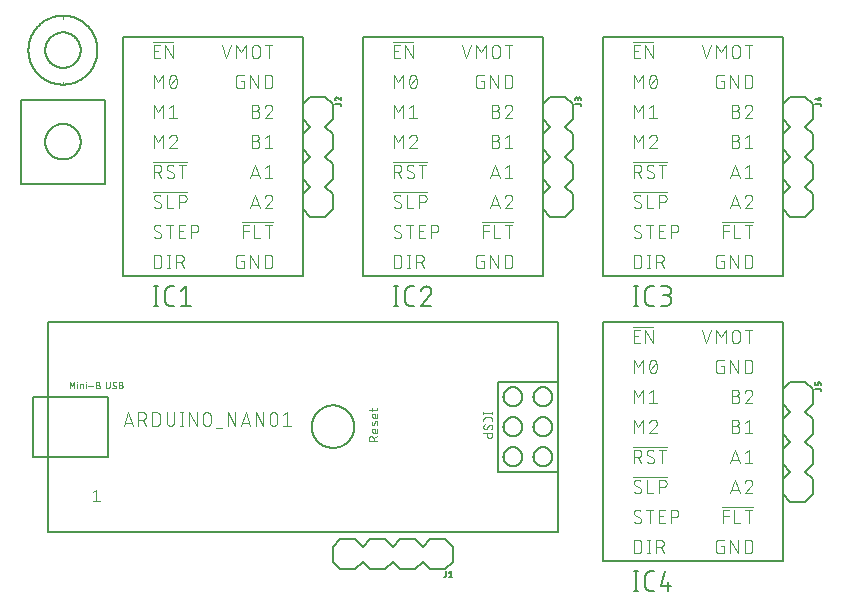
<source format=gbr>
G04 EAGLE Gerber RS-274X export*
G75*
%MOMM*%
%FSLAX34Y34*%
%LPD*%
%INSilkscreen Top*%
%IPPOS*%
%AMOC8*
5,1,8,0,0,1.08239X$1,22.5*%
G01*
%ADD10C,0.127000*%
%ADD11C,0.076200*%
%ADD12C,0.050800*%
%ADD13C,0.101600*%
%ADD14C,0.152400*%
%ADD15C,0.203200*%


D10*
X38100Y215900D02*
X469900Y215900D01*
X469900Y165100D01*
X469900Y88900D01*
X469900Y38100D01*
X38100Y38100D01*
X38100Y152400D01*
X38100Y215900D01*
X38100Y152400D02*
X25400Y152400D01*
X25400Y101600D01*
X88900Y101600D02*
X88900Y152400D01*
X38100Y152400D01*
X25400Y101600D02*
X88900Y101600D01*
X261439Y127000D02*
X261444Y127441D01*
X261461Y127881D01*
X261488Y128321D01*
X261525Y128760D01*
X261574Y129199D01*
X261633Y129635D01*
X261703Y130071D01*
X261784Y130504D01*
X261875Y130935D01*
X261977Y131364D01*
X262090Y131790D01*
X262212Y132214D01*
X262346Y132634D01*
X262489Y133051D01*
X262643Y133464D01*
X262806Y133873D01*
X262980Y134279D01*
X263163Y134679D01*
X263357Y135075D01*
X263560Y135467D01*
X263772Y135853D01*
X263994Y136234D01*
X264226Y136609D01*
X264466Y136979D01*
X264715Y137342D01*
X264974Y137699D01*
X265241Y138050D01*
X265516Y138394D01*
X265800Y138732D01*
X266092Y139062D01*
X266392Y139385D01*
X266700Y139700D01*
X267015Y140008D01*
X267338Y140308D01*
X267668Y140600D01*
X268006Y140884D01*
X268350Y141159D01*
X268701Y141426D01*
X269058Y141685D01*
X269421Y141934D01*
X269791Y142174D01*
X270166Y142406D01*
X270547Y142628D01*
X270933Y142840D01*
X271325Y143043D01*
X271721Y143237D01*
X272121Y143420D01*
X272527Y143594D01*
X272936Y143757D01*
X273349Y143911D01*
X273766Y144054D01*
X274186Y144188D01*
X274610Y144310D01*
X275036Y144423D01*
X275465Y144525D01*
X275896Y144616D01*
X276329Y144697D01*
X276765Y144767D01*
X277201Y144826D01*
X277640Y144875D01*
X278079Y144912D01*
X278519Y144939D01*
X278959Y144956D01*
X279400Y144961D01*
X279841Y144956D01*
X280281Y144939D01*
X280721Y144912D01*
X281160Y144875D01*
X281599Y144826D01*
X282035Y144767D01*
X282471Y144697D01*
X282904Y144616D01*
X283335Y144525D01*
X283764Y144423D01*
X284190Y144310D01*
X284614Y144188D01*
X285034Y144054D01*
X285451Y143911D01*
X285864Y143757D01*
X286273Y143594D01*
X286679Y143420D01*
X287079Y143237D01*
X287475Y143043D01*
X287867Y142840D01*
X288253Y142628D01*
X288634Y142406D01*
X289009Y142174D01*
X289379Y141934D01*
X289742Y141685D01*
X290099Y141426D01*
X290450Y141159D01*
X290794Y140884D01*
X291132Y140600D01*
X291462Y140308D01*
X291785Y140008D01*
X292100Y139700D01*
X292408Y139385D01*
X292708Y139062D01*
X293000Y138732D01*
X293284Y138394D01*
X293559Y138050D01*
X293826Y137699D01*
X294085Y137342D01*
X294334Y136979D01*
X294574Y136609D01*
X294806Y136234D01*
X295028Y135853D01*
X295240Y135467D01*
X295443Y135075D01*
X295637Y134679D01*
X295820Y134279D01*
X295994Y133873D01*
X296157Y133464D01*
X296311Y133051D01*
X296454Y132634D01*
X296588Y132214D01*
X296710Y131790D01*
X296823Y131364D01*
X296925Y130935D01*
X297016Y130504D01*
X297097Y130071D01*
X297167Y129635D01*
X297226Y129199D01*
X297275Y128760D01*
X297312Y128321D01*
X297339Y127881D01*
X297356Y127441D01*
X297361Y127000D01*
X297356Y126559D01*
X297339Y126119D01*
X297312Y125679D01*
X297275Y125240D01*
X297226Y124801D01*
X297167Y124365D01*
X297097Y123929D01*
X297016Y123496D01*
X296925Y123065D01*
X296823Y122636D01*
X296710Y122210D01*
X296588Y121786D01*
X296454Y121366D01*
X296311Y120949D01*
X296157Y120536D01*
X295994Y120127D01*
X295820Y119721D01*
X295637Y119321D01*
X295443Y118925D01*
X295240Y118533D01*
X295028Y118147D01*
X294806Y117766D01*
X294574Y117391D01*
X294334Y117021D01*
X294085Y116658D01*
X293826Y116301D01*
X293559Y115950D01*
X293284Y115606D01*
X293000Y115268D01*
X292708Y114938D01*
X292408Y114615D01*
X292100Y114300D01*
X291785Y113992D01*
X291462Y113692D01*
X291132Y113400D01*
X290794Y113116D01*
X290450Y112841D01*
X290099Y112574D01*
X289742Y112315D01*
X289379Y112066D01*
X289009Y111826D01*
X288634Y111594D01*
X288253Y111372D01*
X287867Y111160D01*
X287475Y110957D01*
X287079Y110763D01*
X286679Y110580D01*
X286273Y110406D01*
X285864Y110243D01*
X285451Y110089D01*
X285034Y109946D01*
X284614Y109812D01*
X284190Y109690D01*
X283764Y109577D01*
X283335Y109475D01*
X282904Y109384D01*
X282471Y109303D01*
X282035Y109233D01*
X281599Y109174D01*
X281160Y109125D01*
X280721Y109088D01*
X280281Y109061D01*
X279841Y109044D01*
X279400Y109039D01*
X278959Y109044D01*
X278519Y109061D01*
X278079Y109088D01*
X277640Y109125D01*
X277201Y109174D01*
X276765Y109233D01*
X276329Y109303D01*
X275896Y109384D01*
X275465Y109475D01*
X275036Y109577D01*
X274610Y109690D01*
X274186Y109812D01*
X273766Y109946D01*
X273349Y110089D01*
X272936Y110243D01*
X272527Y110406D01*
X272121Y110580D01*
X271721Y110763D01*
X271325Y110957D01*
X270933Y111160D01*
X270547Y111372D01*
X270166Y111594D01*
X269791Y111826D01*
X269421Y112066D01*
X269058Y112315D01*
X268701Y112574D01*
X268350Y112841D01*
X268006Y113116D01*
X267668Y113400D01*
X267338Y113692D01*
X267015Y113992D01*
X266700Y114300D01*
X266392Y114615D01*
X266092Y114938D01*
X265800Y115268D01*
X265516Y115606D01*
X265241Y115950D01*
X264974Y116301D01*
X264715Y116658D01*
X264466Y117021D01*
X264226Y117391D01*
X263994Y117766D01*
X263772Y118147D01*
X263560Y118533D01*
X263357Y118925D01*
X263163Y119321D01*
X262980Y119721D01*
X262806Y120127D01*
X262643Y120536D01*
X262489Y120949D01*
X262346Y121366D01*
X262212Y121786D01*
X262090Y122210D01*
X261977Y122636D01*
X261875Y123065D01*
X261784Y123496D01*
X261703Y123929D01*
X261633Y124365D01*
X261574Y124801D01*
X261525Y125240D01*
X261488Y125679D01*
X261461Y126119D01*
X261444Y126559D01*
X261439Y127000D01*
D11*
X309753Y114681D02*
X317119Y114681D01*
X309753Y114681D02*
X309753Y116727D01*
X309755Y116816D01*
X309761Y116905D01*
X309771Y116994D01*
X309784Y117082D01*
X309801Y117170D01*
X309823Y117257D01*
X309848Y117342D01*
X309876Y117427D01*
X309909Y117510D01*
X309945Y117592D01*
X309984Y117672D01*
X310027Y117750D01*
X310073Y117826D01*
X310123Y117901D01*
X310176Y117973D01*
X310232Y118042D01*
X310291Y118109D01*
X310352Y118174D01*
X310417Y118235D01*
X310484Y118294D01*
X310553Y118350D01*
X310625Y118403D01*
X310700Y118453D01*
X310776Y118499D01*
X310854Y118542D01*
X310934Y118581D01*
X311016Y118617D01*
X311099Y118650D01*
X311184Y118678D01*
X311269Y118703D01*
X311356Y118725D01*
X311444Y118742D01*
X311532Y118755D01*
X311621Y118765D01*
X311710Y118771D01*
X311799Y118773D01*
X311888Y118771D01*
X311977Y118765D01*
X312066Y118755D01*
X312154Y118742D01*
X312242Y118725D01*
X312329Y118703D01*
X312414Y118678D01*
X312499Y118650D01*
X312582Y118617D01*
X312664Y118581D01*
X312744Y118542D01*
X312822Y118499D01*
X312898Y118453D01*
X312973Y118403D01*
X313045Y118350D01*
X313114Y118294D01*
X313181Y118235D01*
X313246Y118174D01*
X313307Y118109D01*
X313366Y118042D01*
X313422Y117973D01*
X313475Y117901D01*
X313525Y117826D01*
X313571Y117750D01*
X313614Y117672D01*
X313653Y117592D01*
X313689Y117510D01*
X313722Y117427D01*
X313750Y117342D01*
X313775Y117257D01*
X313797Y117170D01*
X313814Y117082D01*
X313827Y116994D01*
X313837Y116905D01*
X313843Y116816D01*
X313845Y116727D01*
X313845Y114681D01*
X313845Y117136D02*
X317119Y118773D01*
X317119Y123094D02*
X317119Y125140D01*
X317119Y123094D02*
X317117Y123025D01*
X317111Y122957D01*
X317102Y122888D01*
X317088Y122821D01*
X317071Y122754D01*
X317050Y122688D01*
X317026Y122624D01*
X316997Y122561D01*
X316966Y122500D01*
X316931Y122441D01*
X316893Y122383D01*
X316851Y122328D01*
X316807Y122276D01*
X316759Y122226D01*
X316709Y122178D01*
X316657Y122134D01*
X316602Y122093D01*
X316544Y122054D01*
X316485Y122019D01*
X316424Y121988D01*
X316361Y121959D01*
X316297Y121935D01*
X316231Y121914D01*
X316164Y121897D01*
X316097Y121883D01*
X316029Y121874D01*
X315960Y121868D01*
X315891Y121866D01*
X315891Y121867D02*
X313845Y121867D01*
X313845Y121866D02*
X313766Y121868D01*
X313687Y121874D01*
X313608Y121883D01*
X313530Y121896D01*
X313453Y121914D01*
X313377Y121934D01*
X313302Y121959D01*
X313228Y121987D01*
X313155Y122018D01*
X313084Y122054D01*
X313015Y122092D01*
X312948Y122134D01*
X312883Y122179D01*
X312820Y122227D01*
X312759Y122278D01*
X312702Y122332D01*
X312646Y122388D01*
X312594Y122447D01*
X312544Y122509D01*
X312498Y122573D01*
X312454Y122639D01*
X312414Y122707D01*
X312378Y122777D01*
X312344Y122849D01*
X312314Y122923D01*
X312288Y122997D01*
X312265Y123073D01*
X312247Y123150D01*
X312231Y123227D01*
X312220Y123306D01*
X312212Y123384D01*
X312208Y123463D01*
X312208Y123543D01*
X312212Y123622D01*
X312220Y123700D01*
X312231Y123779D01*
X312247Y123856D01*
X312265Y123933D01*
X312288Y124009D01*
X312314Y124083D01*
X312344Y124157D01*
X312378Y124229D01*
X312414Y124299D01*
X312454Y124367D01*
X312498Y124433D01*
X312544Y124497D01*
X312594Y124559D01*
X312646Y124618D01*
X312702Y124674D01*
X312759Y124728D01*
X312820Y124779D01*
X312883Y124827D01*
X312948Y124872D01*
X313015Y124914D01*
X313084Y124952D01*
X313155Y124988D01*
X313228Y125019D01*
X313302Y125047D01*
X313377Y125072D01*
X313453Y125092D01*
X313530Y125110D01*
X313608Y125123D01*
X313687Y125132D01*
X313766Y125138D01*
X313845Y125140D01*
X314664Y125140D01*
X314664Y121867D01*
X314254Y128820D02*
X315073Y130866D01*
X314254Y128820D02*
X314229Y128761D01*
X314200Y128704D01*
X314167Y128649D01*
X314131Y128596D01*
X314093Y128545D01*
X314051Y128497D01*
X314006Y128451D01*
X313959Y128408D01*
X313909Y128368D01*
X313857Y128331D01*
X313802Y128297D01*
X313746Y128266D01*
X313688Y128239D01*
X313628Y128216D01*
X313568Y128196D01*
X313506Y128180D01*
X313443Y128167D01*
X313379Y128159D01*
X313316Y128154D01*
X313252Y128153D01*
X313188Y128156D01*
X313124Y128163D01*
X313061Y128174D01*
X312999Y128188D01*
X312937Y128206D01*
X312877Y128228D01*
X312818Y128253D01*
X312761Y128282D01*
X312706Y128315D01*
X312653Y128350D01*
X312602Y128389D01*
X312553Y128431D01*
X312507Y128475D01*
X312464Y128523D01*
X312424Y128572D01*
X312387Y128625D01*
X312353Y128679D01*
X312322Y128735D01*
X312295Y128793D01*
X312271Y128852D01*
X312252Y128913D01*
X312235Y128975D01*
X312223Y129038D01*
X312214Y129101D01*
X312209Y129165D01*
X312208Y129229D01*
X312212Y129365D01*
X312220Y129500D01*
X312232Y129636D01*
X312248Y129770D01*
X312268Y129905D01*
X312291Y130038D01*
X312319Y130171D01*
X312350Y130303D01*
X312385Y130434D01*
X312424Y130564D01*
X312467Y130693D01*
X312514Y130820D01*
X312564Y130946D01*
X312618Y131071D01*
X315073Y130866D02*
X315098Y130925D01*
X315127Y130982D01*
X315160Y131037D01*
X315196Y131090D01*
X315234Y131141D01*
X315276Y131189D01*
X315321Y131235D01*
X315368Y131278D01*
X315418Y131318D01*
X315470Y131355D01*
X315525Y131389D01*
X315581Y131420D01*
X315639Y131447D01*
X315699Y131470D01*
X315759Y131490D01*
X315821Y131506D01*
X315884Y131519D01*
X315948Y131527D01*
X316011Y131532D01*
X316075Y131533D01*
X316139Y131530D01*
X316203Y131523D01*
X316266Y131512D01*
X316328Y131498D01*
X316390Y131480D01*
X316450Y131458D01*
X316509Y131433D01*
X316566Y131404D01*
X316621Y131371D01*
X316674Y131336D01*
X316725Y131297D01*
X316774Y131255D01*
X316820Y131211D01*
X316863Y131163D01*
X316903Y131114D01*
X316940Y131061D01*
X316974Y131007D01*
X317005Y130951D01*
X317032Y130893D01*
X317056Y130834D01*
X317075Y130773D01*
X317092Y130711D01*
X317104Y130648D01*
X317113Y130585D01*
X317118Y130521D01*
X317119Y130457D01*
X317115Y130293D01*
X317107Y130129D01*
X317095Y129965D01*
X317079Y129802D01*
X317059Y129639D01*
X317036Y129476D01*
X317008Y129315D01*
X316977Y129153D01*
X316942Y128993D01*
X316903Y128834D01*
X316860Y128675D01*
X316814Y128518D01*
X316764Y128361D01*
X316710Y128206D01*
X317119Y135774D02*
X317119Y137820D01*
X317119Y135774D02*
X317117Y135705D01*
X317111Y135637D01*
X317102Y135568D01*
X317088Y135501D01*
X317071Y135434D01*
X317050Y135368D01*
X317026Y135304D01*
X316997Y135241D01*
X316966Y135180D01*
X316931Y135121D01*
X316893Y135063D01*
X316851Y135008D01*
X316807Y134956D01*
X316759Y134906D01*
X316709Y134858D01*
X316657Y134814D01*
X316602Y134773D01*
X316544Y134734D01*
X316485Y134699D01*
X316424Y134668D01*
X316361Y134639D01*
X316297Y134615D01*
X316231Y134594D01*
X316164Y134577D01*
X316097Y134563D01*
X316029Y134554D01*
X315960Y134548D01*
X315891Y134546D01*
X313845Y134546D01*
X313766Y134548D01*
X313687Y134554D01*
X313608Y134563D01*
X313530Y134576D01*
X313453Y134594D01*
X313377Y134614D01*
X313302Y134639D01*
X313228Y134667D01*
X313155Y134698D01*
X313084Y134734D01*
X313015Y134772D01*
X312948Y134814D01*
X312883Y134859D01*
X312820Y134907D01*
X312759Y134958D01*
X312702Y135012D01*
X312646Y135068D01*
X312594Y135127D01*
X312544Y135189D01*
X312498Y135253D01*
X312454Y135319D01*
X312414Y135387D01*
X312378Y135457D01*
X312344Y135529D01*
X312314Y135603D01*
X312288Y135677D01*
X312265Y135753D01*
X312247Y135830D01*
X312231Y135907D01*
X312220Y135986D01*
X312212Y136064D01*
X312208Y136143D01*
X312208Y136223D01*
X312212Y136302D01*
X312220Y136380D01*
X312231Y136459D01*
X312247Y136536D01*
X312265Y136613D01*
X312288Y136689D01*
X312314Y136763D01*
X312344Y136837D01*
X312378Y136909D01*
X312414Y136979D01*
X312454Y137047D01*
X312498Y137113D01*
X312544Y137177D01*
X312594Y137239D01*
X312646Y137298D01*
X312702Y137354D01*
X312759Y137408D01*
X312820Y137459D01*
X312883Y137507D01*
X312948Y137552D01*
X313015Y137594D01*
X313084Y137632D01*
X313155Y137668D01*
X313228Y137699D01*
X313302Y137727D01*
X313377Y137752D01*
X313453Y137772D01*
X313530Y137790D01*
X313608Y137803D01*
X313687Y137812D01*
X313766Y137818D01*
X313845Y137820D01*
X314664Y137820D01*
X314664Y134546D01*
X312208Y140256D02*
X312208Y142711D01*
X309753Y141074D02*
X315891Y141074D01*
X315960Y141076D01*
X316028Y141082D01*
X316097Y141091D01*
X316164Y141105D01*
X316231Y141122D01*
X316297Y141143D01*
X316361Y141167D01*
X316424Y141196D01*
X316485Y141227D01*
X316544Y141262D01*
X316602Y141300D01*
X316657Y141342D01*
X316709Y141386D01*
X316759Y141434D01*
X316807Y141484D01*
X316851Y141536D01*
X316893Y141591D01*
X316931Y141649D01*
X316966Y141708D01*
X316997Y141769D01*
X317026Y141832D01*
X317050Y141896D01*
X317071Y141962D01*
X317088Y142029D01*
X317102Y142096D01*
X317111Y142165D01*
X317117Y142233D01*
X317119Y142302D01*
X317119Y142711D01*
X79192Y73279D02*
X76581Y71191D01*
X79192Y73279D02*
X79192Y63881D01*
X81802Y63881D02*
X76581Y63881D01*
D12*
X56518Y159258D02*
X56518Y164846D01*
X58380Y161742D01*
X60243Y164846D01*
X60243Y159258D01*
X62769Y159258D02*
X62769Y162983D01*
X62614Y164536D02*
X62614Y164846D01*
X62925Y164846D01*
X62925Y164536D01*
X62614Y164536D01*
X65185Y162983D02*
X65185Y159258D01*
X65185Y162983D02*
X66737Y162983D01*
X66795Y162981D01*
X66854Y162976D01*
X66911Y162967D01*
X66969Y162954D01*
X67025Y162937D01*
X67080Y162918D01*
X67133Y162894D01*
X67186Y162868D01*
X67236Y162838D01*
X67284Y162805D01*
X67330Y162769D01*
X67374Y162731D01*
X67416Y162689D01*
X67454Y162645D01*
X67490Y162599D01*
X67523Y162551D01*
X67553Y162501D01*
X67579Y162448D01*
X67603Y162395D01*
X67622Y162340D01*
X67639Y162284D01*
X67652Y162226D01*
X67661Y162169D01*
X67666Y162110D01*
X67668Y162052D01*
X67669Y162052D02*
X67669Y159258D01*
X70085Y159258D02*
X70085Y162983D01*
X69929Y164536D02*
X69929Y164846D01*
X70240Y164846D01*
X70240Y164536D01*
X69929Y164536D01*
X72428Y161431D02*
X76153Y161431D01*
X78856Y162362D02*
X80409Y162362D01*
X80486Y162360D01*
X80564Y162354D01*
X80640Y162345D01*
X80717Y162331D01*
X80792Y162314D01*
X80866Y162293D01*
X80940Y162268D01*
X81012Y162240D01*
X81082Y162208D01*
X81151Y162173D01*
X81218Y162134D01*
X81283Y162092D01*
X81346Y162047D01*
X81407Y161999D01*
X81465Y161948D01*
X81520Y161894D01*
X81573Y161837D01*
X81622Y161778D01*
X81669Y161716D01*
X81713Y161652D01*
X81753Y161586D01*
X81790Y161518D01*
X81824Y161448D01*
X81854Y161377D01*
X81880Y161304D01*
X81903Y161230D01*
X81922Y161155D01*
X81937Y161080D01*
X81949Y161003D01*
X81957Y160926D01*
X81961Y160849D01*
X81961Y160771D01*
X81957Y160694D01*
X81949Y160617D01*
X81937Y160540D01*
X81922Y160465D01*
X81903Y160390D01*
X81880Y160316D01*
X81854Y160243D01*
X81824Y160172D01*
X81790Y160102D01*
X81753Y160034D01*
X81713Y159968D01*
X81669Y159904D01*
X81622Y159842D01*
X81573Y159783D01*
X81520Y159726D01*
X81465Y159672D01*
X81407Y159621D01*
X81346Y159573D01*
X81283Y159528D01*
X81218Y159486D01*
X81151Y159447D01*
X81082Y159412D01*
X81012Y159380D01*
X80940Y159352D01*
X80866Y159327D01*
X80792Y159306D01*
X80717Y159289D01*
X80640Y159275D01*
X80564Y159266D01*
X80486Y159260D01*
X80409Y159258D01*
X78856Y159258D01*
X78856Y164846D01*
X80409Y164846D01*
X80479Y164844D01*
X80548Y164838D01*
X80617Y164828D01*
X80685Y164815D01*
X80753Y164797D01*
X80819Y164776D01*
X80884Y164751D01*
X80948Y164723D01*
X81010Y164691D01*
X81070Y164656D01*
X81128Y164617D01*
X81183Y164575D01*
X81237Y164530D01*
X81287Y164482D01*
X81335Y164432D01*
X81380Y164378D01*
X81422Y164323D01*
X81461Y164265D01*
X81496Y164205D01*
X81528Y164143D01*
X81556Y164079D01*
X81581Y164014D01*
X81602Y163948D01*
X81620Y163880D01*
X81633Y163812D01*
X81643Y163743D01*
X81649Y163674D01*
X81651Y163604D01*
X81649Y163534D01*
X81643Y163465D01*
X81633Y163396D01*
X81620Y163328D01*
X81602Y163260D01*
X81581Y163194D01*
X81556Y163129D01*
X81528Y163065D01*
X81496Y163003D01*
X81461Y162943D01*
X81422Y162885D01*
X81380Y162830D01*
X81335Y162776D01*
X81287Y162726D01*
X81237Y162678D01*
X81183Y162633D01*
X81128Y162591D01*
X81070Y162552D01*
X81010Y162517D01*
X80948Y162485D01*
X80884Y162457D01*
X80819Y162432D01*
X80753Y162411D01*
X80685Y162393D01*
X80617Y162380D01*
X80548Y162370D01*
X80479Y162364D01*
X80409Y162362D01*
X87186Y160810D02*
X87186Y164846D01*
X87186Y160810D02*
X87188Y160733D01*
X87194Y160655D01*
X87203Y160579D01*
X87217Y160502D01*
X87234Y160427D01*
X87255Y160353D01*
X87280Y160279D01*
X87308Y160207D01*
X87340Y160137D01*
X87375Y160068D01*
X87414Y160001D01*
X87456Y159936D01*
X87501Y159873D01*
X87549Y159812D01*
X87600Y159754D01*
X87654Y159699D01*
X87711Y159646D01*
X87770Y159597D01*
X87832Y159550D01*
X87896Y159506D01*
X87962Y159466D01*
X88030Y159429D01*
X88100Y159395D01*
X88171Y159365D01*
X88244Y159339D01*
X88318Y159316D01*
X88393Y159297D01*
X88468Y159282D01*
X88545Y159270D01*
X88622Y159262D01*
X88699Y159258D01*
X88777Y159258D01*
X88854Y159262D01*
X88931Y159270D01*
X89008Y159282D01*
X89083Y159297D01*
X89158Y159316D01*
X89232Y159339D01*
X89305Y159365D01*
X89376Y159395D01*
X89446Y159429D01*
X89514Y159466D01*
X89580Y159506D01*
X89644Y159550D01*
X89706Y159597D01*
X89765Y159646D01*
X89822Y159699D01*
X89876Y159754D01*
X89927Y159812D01*
X89975Y159873D01*
X90020Y159936D01*
X90062Y160001D01*
X90101Y160068D01*
X90136Y160137D01*
X90168Y160207D01*
X90196Y160279D01*
X90221Y160353D01*
X90242Y160427D01*
X90259Y160502D01*
X90273Y160579D01*
X90282Y160655D01*
X90288Y160733D01*
X90290Y160810D01*
X90290Y164846D01*
X95777Y160500D02*
X95775Y160430D01*
X95769Y160361D01*
X95759Y160292D01*
X95746Y160224D01*
X95728Y160156D01*
X95707Y160090D01*
X95682Y160025D01*
X95654Y159961D01*
X95622Y159899D01*
X95587Y159839D01*
X95548Y159781D01*
X95506Y159726D01*
X95461Y159672D01*
X95413Y159622D01*
X95363Y159574D01*
X95309Y159529D01*
X95254Y159487D01*
X95196Y159448D01*
X95136Y159413D01*
X95074Y159381D01*
X95010Y159353D01*
X94945Y159328D01*
X94879Y159307D01*
X94811Y159289D01*
X94743Y159276D01*
X94674Y159266D01*
X94605Y159260D01*
X94535Y159258D01*
X94436Y159260D01*
X94338Y159265D01*
X94240Y159275D01*
X94142Y159288D01*
X94045Y159304D01*
X93948Y159324D01*
X93853Y159348D01*
X93758Y159376D01*
X93664Y159407D01*
X93572Y159441D01*
X93481Y159479D01*
X93391Y159520D01*
X93303Y159565D01*
X93217Y159613D01*
X93133Y159664D01*
X93051Y159718D01*
X92970Y159776D01*
X92892Y159836D01*
X92817Y159899D01*
X92743Y159965D01*
X92673Y160034D01*
X92827Y163604D02*
X92829Y163674D01*
X92835Y163743D01*
X92845Y163812D01*
X92858Y163880D01*
X92876Y163948D01*
X92897Y164014D01*
X92922Y164079D01*
X92950Y164143D01*
X92982Y164205D01*
X93017Y164265D01*
X93056Y164323D01*
X93098Y164378D01*
X93143Y164432D01*
X93191Y164482D01*
X93241Y164530D01*
X93295Y164575D01*
X93350Y164617D01*
X93408Y164656D01*
X93468Y164691D01*
X93530Y164723D01*
X93594Y164751D01*
X93659Y164776D01*
X93725Y164797D01*
X93793Y164815D01*
X93861Y164828D01*
X93930Y164838D01*
X93999Y164844D01*
X94069Y164846D01*
X94163Y164844D01*
X94256Y164838D01*
X94349Y164829D01*
X94442Y164816D01*
X94534Y164799D01*
X94625Y164779D01*
X94716Y164754D01*
X94805Y164727D01*
X94893Y164695D01*
X94980Y164660D01*
X95066Y164622D01*
X95149Y164580D01*
X95231Y164535D01*
X95312Y164487D01*
X95390Y164435D01*
X95466Y164380D01*
X93449Y162518D02*
X93390Y162554D01*
X93334Y162594D01*
X93280Y162637D01*
X93228Y162682D01*
X93179Y162731D01*
X93133Y162782D01*
X93090Y162835D01*
X93049Y162891D01*
X93012Y162949D01*
X92977Y163009D01*
X92947Y163070D01*
X92919Y163133D01*
X92895Y163198D01*
X92875Y163264D01*
X92858Y163331D01*
X92845Y163398D01*
X92836Y163466D01*
X92830Y163535D01*
X92828Y163604D01*
X95155Y161586D02*
X95214Y161550D01*
X95270Y161510D01*
X95324Y161467D01*
X95376Y161422D01*
X95425Y161373D01*
X95471Y161322D01*
X95514Y161269D01*
X95555Y161213D01*
X95592Y161155D01*
X95627Y161095D01*
X95657Y161034D01*
X95685Y160971D01*
X95709Y160906D01*
X95729Y160840D01*
X95746Y160773D01*
X95759Y160706D01*
X95768Y160638D01*
X95774Y160569D01*
X95776Y160500D01*
X95156Y161586D02*
X93448Y162518D01*
X98242Y162362D02*
X99794Y162362D01*
X99871Y162360D01*
X99949Y162354D01*
X100025Y162345D01*
X100102Y162331D01*
X100177Y162314D01*
X100251Y162293D01*
X100325Y162268D01*
X100397Y162240D01*
X100467Y162208D01*
X100536Y162173D01*
X100603Y162134D01*
X100668Y162092D01*
X100731Y162047D01*
X100792Y161999D01*
X100850Y161948D01*
X100905Y161894D01*
X100958Y161837D01*
X101007Y161778D01*
X101054Y161716D01*
X101098Y161652D01*
X101138Y161586D01*
X101175Y161518D01*
X101209Y161448D01*
X101239Y161377D01*
X101265Y161304D01*
X101288Y161230D01*
X101307Y161155D01*
X101322Y161080D01*
X101334Y161003D01*
X101342Y160926D01*
X101346Y160849D01*
X101346Y160771D01*
X101342Y160694D01*
X101334Y160617D01*
X101322Y160540D01*
X101307Y160465D01*
X101288Y160390D01*
X101265Y160316D01*
X101239Y160243D01*
X101209Y160172D01*
X101175Y160102D01*
X101138Y160034D01*
X101098Y159968D01*
X101054Y159904D01*
X101007Y159842D01*
X100958Y159783D01*
X100905Y159726D01*
X100850Y159672D01*
X100792Y159621D01*
X100731Y159573D01*
X100668Y159528D01*
X100603Y159486D01*
X100536Y159447D01*
X100467Y159412D01*
X100397Y159380D01*
X100325Y159352D01*
X100251Y159327D01*
X100177Y159306D01*
X100102Y159289D01*
X100025Y159275D01*
X99949Y159266D01*
X99871Y159260D01*
X99794Y159258D01*
X98242Y159258D01*
X98242Y164846D01*
X99794Y164846D01*
X99864Y164844D01*
X99933Y164838D01*
X100002Y164828D01*
X100070Y164815D01*
X100138Y164797D01*
X100204Y164776D01*
X100269Y164751D01*
X100333Y164723D01*
X100395Y164691D01*
X100455Y164656D01*
X100513Y164617D01*
X100568Y164575D01*
X100622Y164530D01*
X100672Y164482D01*
X100720Y164432D01*
X100765Y164378D01*
X100807Y164323D01*
X100846Y164265D01*
X100881Y164205D01*
X100913Y164143D01*
X100941Y164079D01*
X100966Y164014D01*
X100987Y163948D01*
X101005Y163880D01*
X101018Y163812D01*
X101028Y163743D01*
X101034Y163674D01*
X101036Y163604D01*
X101034Y163534D01*
X101028Y163465D01*
X101018Y163396D01*
X101005Y163328D01*
X100987Y163260D01*
X100966Y163194D01*
X100941Y163129D01*
X100913Y163065D01*
X100881Y163003D01*
X100846Y162943D01*
X100807Y162885D01*
X100765Y162830D01*
X100720Y162776D01*
X100672Y162726D01*
X100622Y162678D01*
X100568Y162633D01*
X100513Y162591D01*
X100455Y162552D01*
X100395Y162517D01*
X100333Y162485D01*
X100269Y162457D01*
X100204Y162432D01*
X100138Y162411D01*
X100070Y162393D01*
X100002Y162380D01*
X99933Y162370D01*
X99864Y162364D01*
X99794Y162362D01*
D10*
X419100Y165100D02*
X469900Y165100D01*
X419100Y165100D02*
X419100Y88900D01*
X469900Y88900D01*
X449200Y101600D02*
X449202Y101796D01*
X449210Y101993D01*
X449222Y102189D01*
X449239Y102384D01*
X449260Y102579D01*
X449287Y102774D01*
X449318Y102968D01*
X449354Y103161D01*
X449394Y103353D01*
X449440Y103544D01*
X449490Y103734D01*
X449544Y103922D01*
X449604Y104109D01*
X449668Y104295D01*
X449736Y104479D01*
X449809Y104661D01*
X449886Y104842D01*
X449968Y105020D01*
X450054Y105197D01*
X450145Y105371D01*
X450239Y105543D01*
X450338Y105713D01*
X450441Y105880D01*
X450548Y106045D01*
X450659Y106206D01*
X450774Y106366D01*
X450893Y106522D01*
X451016Y106675D01*
X451142Y106825D01*
X451272Y106972D01*
X451406Y107116D01*
X451543Y107257D01*
X451684Y107394D01*
X451828Y107528D01*
X451975Y107658D01*
X452125Y107784D01*
X452278Y107907D01*
X452434Y108026D01*
X452594Y108141D01*
X452755Y108252D01*
X452920Y108359D01*
X453087Y108462D01*
X453257Y108561D01*
X453429Y108655D01*
X453603Y108746D01*
X453780Y108832D01*
X453958Y108914D01*
X454139Y108991D01*
X454321Y109064D01*
X454505Y109132D01*
X454691Y109196D01*
X454878Y109256D01*
X455066Y109310D01*
X455256Y109360D01*
X455447Y109406D01*
X455639Y109446D01*
X455832Y109482D01*
X456026Y109513D01*
X456221Y109540D01*
X456416Y109561D01*
X456611Y109578D01*
X456807Y109590D01*
X457004Y109598D01*
X457200Y109600D01*
X457396Y109598D01*
X457593Y109590D01*
X457789Y109578D01*
X457984Y109561D01*
X458179Y109540D01*
X458374Y109513D01*
X458568Y109482D01*
X458761Y109446D01*
X458953Y109406D01*
X459144Y109360D01*
X459334Y109310D01*
X459522Y109256D01*
X459709Y109196D01*
X459895Y109132D01*
X460079Y109064D01*
X460261Y108991D01*
X460442Y108914D01*
X460620Y108832D01*
X460797Y108746D01*
X460971Y108655D01*
X461143Y108561D01*
X461313Y108462D01*
X461480Y108359D01*
X461645Y108252D01*
X461806Y108141D01*
X461966Y108026D01*
X462122Y107907D01*
X462275Y107784D01*
X462425Y107658D01*
X462572Y107528D01*
X462716Y107394D01*
X462857Y107257D01*
X462994Y107116D01*
X463128Y106972D01*
X463258Y106825D01*
X463384Y106675D01*
X463507Y106522D01*
X463626Y106366D01*
X463741Y106206D01*
X463852Y106045D01*
X463959Y105880D01*
X464062Y105713D01*
X464161Y105543D01*
X464255Y105371D01*
X464346Y105197D01*
X464432Y105020D01*
X464514Y104842D01*
X464591Y104661D01*
X464664Y104479D01*
X464732Y104295D01*
X464796Y104109D01*
X464856Y103922D01*
X464910Y103734D01*
X464960Y103544D01*
X465006Y103353D01*
X465046Y103161D01*
X465082Y102968D01*
X465113Y102774D01*
X465140Y102579D01*
X465161Y102384D01*
X465178Y102189D01*
X465190Y101993D01*
X465198Y101796D01*
X465200Y101600D01*
X465198Y101404D01*
X465190Y101207D01*
X465178Y101011D01*
X465161Y100816D01*
X465140Y100621D01*
X465113Y100426D01*
X465082Y100232D01*
X465046Y100039D01*
X465006Y99847D01*
X464960Y99656D01*
X464910Y99466D01*
X464856Y99278D01*
X464796Y99091D01*
X464732Y98905D01*
X464664Y98721D01*
X464591Y98539D01*
X464514Y98358D01*
X464432Y98180D01*
X464346Y98003D01*
X464255Y97829D01*
X464161Y97657D01*
X464062Y97487D01*
X463959Y97320D01*
X463852Y97155D01*
X463741Y96994D01*
X463626Y96834D01*
X463507Y96678D01*
X463384Y96525D01*
X463258Y96375D01*
X463128Y96228D01*
X462994Y96084D01*
X462857Y95943D01*
X462716Y95806D01*
X462572Y95672D01*
X462425Y95542D01*
X462275Y95416D01*
X462122Y95293D01*
X461966Y95174D01*
X461806Y95059D01*
X461645Y94948D01*
X461480Y94841D01*
X461313Y94738D01*
X461143Y94639D01*
X460971Y94545D01*
X460797Y94454D01*
X460620Y94368D01*
X460442Y94286D01*
X460261Y94209D01*
X460079Y94136D01*
X459895Y94068D01*
X459709Y94004D01*
X459522Y93944D01*
X459334Y93890D01*
X459144Y93840D01*
X458953Y93794D01*
X458761Y93754D01*
X458568Y93718D01*
X458374Y93687D01*
X458179Y93660D01*
X457984Y93639D01*
X457789Y93622D01*
X457593Y93610D01*
X457396Y93602D01*
X457200Y93600D01*
X457004Y93602D01*
X456807Y93610D01*
X456611Y93622D01*
X456416Y93639D01*
X456221Y93660D01*
X456026Y93687D01*
X455832Y93718D01*
X455639Y93754D01*
X455447Y93794D01*
X455256Y93840D01*
X455066Y93890D01*
X454878Y93944D01*
X454691Y94004D01*
X454505Y94068D01*
X454321Y94136D01*
X454139Y94209D01*
X453958Y94286D01*
X453780Y94368D01*
X453603Y94454D01*
X453429Y94545D01*
X453257Y94639D01*
X453087Y94738D01*
X452920Y94841D01*
X452755Y94948D01*
X452594Y95059D01*
X452434Y95174D01*
X452278Y95293D01*
X452125Y95416D01*
X451975Y95542D01*
X451828Y95672D01*
X451684Y95806D01*
X451543Y95943D01*
X451406Y96084D01*
X451272Y96228D01*
X451142Y96375D01*
X451016Y96525D01*
X450893Y96678D01*
X450774Y96834D01*
X450659Y96994D01*
X450548Y97155D01*
X450441Y97320D01*
X450338Y97487D01*
X450239Y97657D01*
X450145Y97829D01*
X450054Y98003D01*
X449968Y98180D01*
X449886Y98358D01*
X449809Y98539D01*
X449736Y98721D01*
X449668Y98905D01*
X449604Y99091D01*
X449544Y99278D01*
X449490Y99466D01*
X449440Y99656D01*
X449394Y99847D01*
X449354Y100039D01*
X449318Y100232D01*
X449287Y100426D01*
X449260Y100621D01*
X449239Y100816D01*
X449222Y101011D01*
X449210Y101207D01*
X449202Y101404D01*
X449200Y101600D01*
X449200Y127000D02*
X449202Y127196D01*
X449210Y127393D01*
X449222Y127589D01*
X449239Y127784D01*
X449260Y127979D01*
X449287Y128174D01*
X449318Y128368D01*
X449354Y128561D01*
X449394Y128753D01*
X449440Y128944D01*
X449490Y129134D01*
X449544Y129322D01*
X449604Y129509D01*
X449668Y129695D01*
X449736Y129879D01*
X449809Y130061D01*
X449886Y130242D01*
X449968Y130420D01*
X450054Y130597D01*
X450145Y130771D01*
X450239Y130943D01*
X450338Y131113D01*
X450441Y131280D01*
X450548Y131445D01*
X450659Y131606D01*
X450774Y131766D01*
X450893Y131922D01*
X451016Y132075D01*
X451142Y132225D01*
X451272Y132372D01*
X451406Y132516D01*
X451543Y132657D01*
X451684Y132794D01*
X451828Y132928D01*
X451975Y133058D01*
X452125Y133184D01*
X452278Y133307D01*
X452434Y133426D01*
X452594Y133541D01*
X452755Y133652D01*
X452920Y133759D01*
X453087Y133862D01*
X453257Y133961D01*
X453429Y134055D01*
X453603Y134146D01*
X453780Y134232D01*
X453958Y134314D01*
X454139Y134391D01*
X454321Y134464D01*
X454505Y134532D01*
X454691Y134596D01*
X454878Y134656D01*
X455066Y134710D01*
X455256Y134760D01*
X455447Y134806D01*
X455639Y134846D01*
X455832Y134882D01*
X456026Y134913D01*
X456221Y134940D01*
X456416Y134961D01*
X456611Y134978D01*
X456807Y134990D01*
X457004Y134998D01*
X457200Y135000D01*
X457396Y134998D01*
X457593Y134990D01*
X457789Y134978D01*
X457984Y134961D01*
X458179Y134940D01*
X458374Y134913D01*
X458568Y134882D01*
X458761Y134846D01*
X458953Y134806D01*
X459144Y134760D01*
X459334Y134710D01*
X459522Y134656D01*
X459709Y134596D01*
X459895Y134532D01*
X460079Y134464D01*
X460261Y134391D01*
X460442Y134314D01*
X460620Y134232D01*
X460797Y134146D01*
X460971Y134055D01*
X461143Y133961D01*
X461313Y133862D01*
X461480Y133759D01*
X461645Y133652D01*
X461806Y133541D01*
X461966Y133426D01*
X462122Y133307D01*
X462275Y133184D01*
X462425Y133058D01*
X462572Y132928D01*
X462716Y132794D01*
X462857Y132657D01*
X462994Y132516D01*
X463128Y132372D01*
X463258Y132225D01*
X463384Y132075D01*
X463507Y131922D01*
X463626Y131766D01*
X463741Y131606D01*
X463852Y131445D01*
X463959Y131280D01*
X464062Y131113D01*
X464161Y130943D01*
X464255Y130771D01*
X464346Y130597D01*
X464432Y130420D01*
X464514Y130242D01*
X464591Y130061D01*
X464664Y129879D01*
X464732Y129695D01*
X464796Y129509D01*
X464856Y129322D01*
X464910Y129134D01*
X464960Y128944D01*
X465006Y128753D01*
X465046Y128561D01*
X465082Y128368D01*
X465113Y128174D01*
X465140Y127979D01*
X465161Y127784D01*
X465178Y127589D01*
X465190Y127393D01*
X465198Y127196D01*
X465200Y127000D01*
X465198Y126804D01*
X465190Y126607D01*
X465178Y126411D01*
X465161Y126216D01*
X465140Y126021D01*
X465113Y125826D01*
X465082Y125632D01*
X465046Y125439D01*
X465006Y125247D01*
X464960Y125056D01*
X464910Y124866D01*
X464856Y124678D01*
X464796Y124491D01*
X464732Y124305D01*
X464664Y124121D01*
X464591Y123939D01*
X464514Y123758D01*
X464432Y123580D01*
X464346Y123403D01*
X464255Y123229D01*
X464161Y123057D01*
X464062Y122887D01*
X463959Y122720D01*
X463852Y122555D01*
X463741Y122394D01*
X463626Y122234D01*
X463507Y122078D01*
X463384Y121925D01*
X463258Y121775D01*
X463128Y121628D01*
X462994Y121484D01*
X462857Y121343D01*
X462716Y121206D01*
X462572Y121072D01*
X462425Y120942D01*
X462275Y120816D01*
X462122Y120693D01*
X461966Y120574D01*
X461806Y120459D01*
X461645Y120348D01*
X461480Y120241D01*
X461313Y120138D01*
X461143Y120039D01*
X460971Y119945D01*
X460797Y119854D01*
X460620Y119768D01*
X460442Y119686D01*
X460261Y119609D01*
X460079Y119536D01*
X459895Y119468D01*
X459709Y119404D01*
X459522Y119344D01*
X459334Y119290D01*
X459144Y119240D01*
X458953Y119194D01*
X458761Y119154D01*
X458568Y119118D01*
X458374Y119087D01*
X458179Y119060D01*
X457984Y119039D01*
X457789Y119022D01*
X457593Y119010D01*
X457396Y119002D01*
X457200Y119000D01*
X457004Y119002D01*
X456807Y119010D01*
X456611Y119022D01*
X456416Y119039D01*
X456221Y119060D01*
X456026Y119087D01*
X455832Y119118D01*
X455639Y119154D01*
X455447Y119194D01*
X455256Y119240D01*
X455066Y119290D01*
X454878Y119344D01*
X454691Y119404D01*
X454505Y119468D01*
X454321Y119536D01*
X454139Y119609D01*
X453958Y119686D01*
X453780Y119768D01*
X453603Y119854D01*
X453429Y119945D01*
X453257Y120039D01*
X453087Y120138D01*
X452920Y120241D01*
X452755Y120348D01*
X452594Y120459D01*
X452434Y120574D01*
X452278Y120693D01*
X452125Y120816D01*
X451975Y120942D01*
X451828Y121072D01*
X451684Y121206D01*
X451543Y121343D01*
X451406Y121484D01*
X451272Y121628D01*
X451142Y121775D01*
X451016Y121925D01*
X450893Y122078D01*
X450774Y122234D01*
X450659Y122394D01*
X450548Y122555D01*
X450441Y122720D01*
X450338Y122887D01*
X450239Y123057D01*
X450145Y123229D01*
X450054Y123403D01*
X449968Y123580D01*
X449886Y123758D01*
X449809Y123939D01*
X449736Y124121D01*
X449668Y124305D01*
X449604Y124491D01*
X449544Y124678D01*
X449490Y124866D01*
X449440Y125056D01*
X449394Y125247D01*
X449354Y125439D01*
X449318Y125632D01*
X449287Y125826D01*
X449260Y126021D01*
X449239Y126216D01*
X449222Y126411D01*
X449210Y126607D01*
X449202Y126804D01*
X449200Y127000D01*
X449200Y152400D02*
X449202Y152596D01*
X449210Y152793D01*
X449222Y152989D01*
X449239Y153184D01*
X449260Y153379D01*
X449287Y153574D01*
X449318Y153768D01*
X449354Y153961D01*
X449394Y154153D01*
X449440Y154344D01*
X449490Y154534D01*
X449544Y154722D01*
X449604Y154909D01*
X449668Y155095D01*
X449736Y155279D01*
X449809Y155461D01*
X449886Y155642D01*
X449968Y155820D01*
X450054Y155997D01*
X450145Y156171D01*
X450239Y156343D01*
X450338Y156513D01*
X450441Y156680D01*
X450548Y156845D01*
X450659Y157006D01*
X450774Y157166D01*
X450893Y157322D01*
X451016Y157475D01*
X451142Y157625D01*
X451272Y157772D01*
X451406Y157916D01*
X451543Y158057D01*
X451684Y158194D01*
X451828Y158328D01*
X451975Y158458D01*
X452125Y158584D01*
X452278Y158707D01*
X452434Y158826D01*
X452594Y158941D01*
X452755Y159052D01*
X452920Y159159D01*
X453087Y159262D01*
X453257Y159361D01*
X453429Y159455D01*
X453603Y159546D01*
X453780Y159632D01*
X453958Y159714D01*
X454139Y159791D01*
X454321Y159864D01*
X454505Y159932D01*
X454691Y159996D01*
X454878Y160056D01*
X455066Y160110D01*
X455256Y160160D01*
X455447Y160206D01*
X455639Y160246D01*
X455832Y160282D01*
X456026Y160313D01*
X456221Y160340D01*
X456416Y160361D01*
X456611Y160378D01*
X456807Y160390D01*
X457004Y160398D01*
X457200Y160400D01*
X457396Y160398D01*
X457593Y160390D01*
X457789Y160378D01*
X457984Y160361D01*
X458179Y160340D01*
X458374Y160313D01*
X458568Y160282D01*
X458761Y160246D01*
X458953Y160206D01*
X459144Y160160D01*
X459334Y160110D01*
X459522Y160056D01*
X459709Y159996D01*
X459895Y159932D01*
X460079Y159864D01*
X460261Y159791D01*
X460442Y159714D01*
X460620Y159632D01*
X460797Y159546D01*
X460971Y159455D01*
X461143Y159361D01*
X461313Y159262D01*
X461480Y159159D01*
X461645Y159052D01*
X461806Y158941D01*
X461966Y158826D01*
X462122Y158707D01*
X462275Y158584D01*
X462425Y158458D01*
X462572Y158328D01*
X462716Y158194D01*
X462857Y158057D01*
X462994Y157916D01*
X463128Y157772D01*
X463258Y157625D01*
X463384Y157475D01*
X463507Y157322D01*
X463626Y157166D01*
X463741Y157006D01*
X463852Y156845D01*
X463959Y156680D01*
X464062Y156513D01*
X464161Y156343D01*
X464255Y156171D01*
X464346Y155997D01*
X464432Y155820D01*
X464514Y155642D01*
X464591Y155461D01*
X464664Y155279D01*
X464732Y155095D01*
X464796Y154909D01*
X464856Y154722D01*
X464910Y154534D01*
X464960Y154344D01*
X465006Y154153D01*
X465046Y153961D01*
X465082Y153768D01*
X465113Y153574D01*
X465140Y153379D01*
X465161Y153184D01*
X465178Y152989D01*
X465190Y152793D01*
X465198Y152596D01*
X465200Y152400D01*
X465198Y152204D01*
X465190Y152007D01*
X465178Y151811D01*
X465161Y151616D01*
X465140Y151421D01*
X465113Y151226D01*
X465082Y151032D01*
X465046Y150839D01*
X465006Y150647D01*
X464960Y150456D01*
X464910Y150266D01*
X464856Y150078D01*
X464796Y149891D01*
X464732Y149705D01*
X464664Y149521D01*
X464591Y149339D01*
X464514Y149158D01*
X464432Y148980D01*
X464346Y148803D01*
X464255Y148629D01*
X464161Y148457D01*
X464062Y148287D01*
X463959Y148120D01*
X463852Y147955D01*
X463741Y147794D01*
X463626Y147634D01*
X463507Y147478D01*
X463384Y147325D01*
X463258Y147175D01*
X463128Y147028D01*
X462994Y146884D01*
X462857Y146743D01*
X462716Y146606D01*
X462572Y146472D01*
X462425Y146342D01*
X462275Y146216D01*
X462122Y146093D01*
X461966Y145974D01*
X461806Y145859D01*
X461645Y145748D01*
X461480Y145641D01*
X461313Y145538D01*
X461143Y145439D01*
X460971Y145345D01*
X460797Y145254D01*
X460620Y145168D01*
X460442Y145086D01*
X460261Y145009D01*
X460079Y144936D01*
X459895Y144868D01*
X459709Y144804D01*
X459522Y144744D01*
X459334Y144690D01*
X459144Y144640D01*
X458953Y144594D01*
X458761Y144554D01*
X458568Y144518D01*
X458374Y144487D01*
X458179Y144460D01*
X457984Y144439D01*
X457789Y144422D01*
X457593Y144410D01*
X457396Y144402D01*
X457200Y144400D01*
X457004Y144402D01*
X456807Y144410D01*
X456611Y144422D01*
X456416Y144439D01*
X456221Y144460D01*
X456026Y144487D01*
X455832Y144518D01*
X455639Y144554D01*
X455447Y144594D01*
X455256Y144640D01*
X455066Y144690D01*
X454878Y144744D01*
X454691Y144804D01*
X454505Y144868D01*
X454321Y144936D01*
X454139Y145009D01*
X453958Y145086D01*
X453780Y145168D01*
X453603Y145254D01*
X453429Y145345D01*
X453257Y145439D01*
X453087Y145538D01*
X452920Y145641D01*
X452755Y145748D01*
X452594Y145859D01*
X452434Y145974D01*
X452278Y146093D01*
X452125Y146216D01*
X451975Y146342D01*
X451828Y146472D01*
X451684Y146606D01*
X451543Y146743D01*
X451406Y146884D01*
X451272Y147028D01*
X451142Y147175D01*
X451016Y147325D01*
X450893Y147478D01*
X450774Y147634D01*
X450659Y147794D01*
X450548Y147955D01*
X450441Y148120D01*
X450338Y148287D01*
X450239Y148457D01*
X450145Y148629D01*
X450054Y148803D01*
X449968Y148980D01*
X449886Y149158D01*
X449809Y149339D01*
X449736Y149521D01*
X449668Y149705D01*
X449604Y149891D01*
X449544Y150078D01*
X449490Y150266D01*
X449440Y150456D01*
X449394Y150647D01*
X449354Y150839D01*
X449318Y151032D01*
X449287Y151226D01*
X449260Y151421D01*
X449239Y151616D01*
X449222Y151811D01*
X449210Y152007D01*
X449202Y152204D01*
X449200Y152400D01*
X423800Y152400D02*
X423802Y152596D01*
X423810Y152793D01*
X423822Y152989D01*
X423839Y153184D01*
X423860Y153379D01*
X423887Y153574D01*
X423918Y153768D01*
X423954Y153961D01*
X423994Y154153D01*
X424040Y154344D01*
X424090Y154534D01*
X424144Y154722D01*
X424204Y154909D01*
X424268Y155095D01*
X424336Y155279D01*
X424409Y155461D01*
X424486Y155642D01*
X424568Y155820D01*
X424654Y155997D01*
X424745Y156171D01*
X424839Y156343D01*
X424938Y156513D01*
X425041Y156680D01*
X425148Y156845D01*
X425259Y157006D01*
X425374Y157166D01*
X425493Y157322D01*
X425616Y157475D01*
X425742Y157625D01*
X425872Y157772D01*
X426006Y157916D01*
X426143Y158057D01*
X426284Y158194D01*
X426428Y158328D01*
X426575Y158458D01*
X426725Y158584D01*
X426878Y158707D01*
X427034Y158826D01*
X427194Y158941D01*
X427355Y159052D01*
X427520Y159159D01*
X427687Y159262D01*
X427857Y159361D01*
X428029Y159455D01*
X428203Y159546D01*
X428380Y159632D01*
X428558Y159714D01*
X428739Y159791D01*
X428921Y159864D01*
X429105Y159932D01*
X429291Y159996D01*
X429478Y160056D01*
X429666Y160110D01*
X429856Y160160D01*
X430047Y160206D01*
X430239Y160246D01*
X430432Y160282D01*
X430626Y160313D01*
X430821Y160340D01*
X431016Y160361D01*
X431211Y160378D01*
X431407Y160390D01*
X431604Y160398D01*
X431800Y160400D01*
X431996Y160398D01*
X432193Y160390D01*
X432389Y160378D01*
X432584Y160361D01*
X432779Y160340D01*
X432974Y160313D01*
X433168Y160282D01*
X433361Y160246D01*
X433553Y160206D01*
X433744Y160160D01*
X433934Y160110D01*
X434122Y160056D01*
X434309Y159996D01*
X434495Y159932D01*
X434679Y159864D01*
X434861Y159791D01*
X435042Y159714D01*
X435220Y159632D01*
X435397Y159546D01*
X435571Y159455D01*
X435743Y159361D01*
X435913Y159262D01*
X436080Y159159D01*
X436245Y159052D01*
X436406Y158941D01*
X436566Y158826D01*
X436722Y158707D01*
X436875Y158584D01*
X437025Y158458D01*
X437172Y158328D01*
X437316Y158194D01*
X437457Y158057D01*
X437594Y157916D01*
X437728Y157772D01*
X437858Y157625D01*
X437984Y157475D01*
X438107Y157322D01*
X438226Y157166D01*
X438341Y157006D01*
X438452Y156845D01*
X438559Y156680D01*
X438662Y156513D01*
X438761Y156343D01*
X438855Y156171D01*
X438946Y155997D01*
X439032Y155820D01*
X439114Y155642D01*
X439191Y155461D01*
X439264Y155279D01*
X439332Y155095D01*
X439396Y154909D01*
X439456Y154722D01*
X439510Y154534D01*
X439560Y154344D01*
X439606Y154153D01*
X439646Y153961D01*
X439682Y153768D01*
X439713Y153574D01*
X439740Y153379D01*
X439761Y153184D01*
X439778Y152989D01*
X439790Y152793D01*
X439798Y152596D01*
X439800Y152400D01*
X439798Y152204D01*
X439790Y152007D01*
X439778Y151811D01*
X439761Y151616D01*
X439740Y151421D01*
X439713Y151226D01*
X439682Y151032D01*
X439646Y150839D01*
X439606Y150647D01*
X439560Y150456D01*
X439510Y150266D01*
X439456Y150078D01*
X439396Y149891D01*
X439332Y149705D01*
X439264Y149521D01*
X439191Y149339D01*
X439114Y149158D01*
X439032Y148980D01*
X438946Y148803D01*
X438855Y148629D01*
X438761Y148457D01*
X438662Y148287D01*
X438559Y148120D01*
X438452Y147955D01*
X438341Y147794D01*
X438226Y147634D01*
X438107Y147478D01*
X437984Y147325D01*
X437858Y147175D01*
X437728Y147028D01*
X437594Y146884D01*
X437457Y146743D01*
X437316Y146606D01*
X437172Y146472D01*
X437025Y146342D01*
X436875Y146216D01*
X436722Y146093D01*
X436566Y145974D01*
X436406Y145859D01*
X436245Y145748D01*
X436080Y145641D01*
X435913Y145538D01*
X435743Y145439D01*
X435571Y145345D01*
X435397Y145254D01*
X435220Y145168D01*
X435042Y145086D01*
X434861Y145009D01*
X434679Y144936D01*
X434495Y144868D01*
X434309Y144804D01*
X434122Y144744D01*
X433934Y144690D01*
X433744Y144640D01*
X433553Y144594D01*
X433361Y144554D01*
X433168Y144518D01*
X432974Y144487D01*
X432779Y144460D01*
X432584Y144439D01*
X432389Y144422D01*
X432193Y144410D01*
X431996Y144402D01*
X431800Y144400D01*
X431604Y144402D01*
X431407Y144410D01*
X431211Y144422D01*
X431016Y144439D01*
X430821Y144460D01*
X430626Y144487D01*
X430432Y144518D01*
X430239Y144554D01*
X430047Y144594D01*
X429856Y144640D01*
X429666Y144690D01*
X429478Y144744D01*
X429291Y144804D01*
X429105Y144868D01*
X428921Y144936D01*
X428739Y145009D01*
X428558Y145086D01*
X428380Y145168D01*
X428203Y145254D01*
X428029Y145345D01*
X427857Y145439D01*
X427687Y145538D01*
X427520Y145641D01*
X427355Y145748D01*
X427194Y145859D01*
X427034Y145974D01*
X426878Y146093D01*
X426725Y146216D01*
X426575Y146342D01*
X426428Y146472D01*
X426284Y146606D01*
X426143Y146743D01*
X426006Y146884D01*
X425872Y147028D01*
X425742Y147175D01*
X425616Y147325D01*
X425493Y147478D01*
X425374Y147634D01*
X425259Y147794D01*
X425148Y147955D01*
X425041Y148120D01*
X424938Y148287D01*
X424839Y148457D01*
X424745Y148629D01*
X424654Y148803D01*
X424568Y148980D01*
X424486Y149158D01*
X424409Y149339D01*
X424336Y149521D01*
X424268Y149705D01*
X424204Y149891D01*
X424144Y150078D01*
X424090Y150266D01*
X424040Y150456D01*
X423994Y150647D01*
X423954Y150839D01*
X423918Y151032D01*
X423887Y151226D01*
X423860Y151421D01*
X423839Y151616D01*
X423822Y151811D01*
X423810Y152007D01*
X423802Y152204D01*
X423800Y152400D01*
X449200Y127000D02*
X449202Y127196D01*
X449210Y127393D01*
X449222Y127589D01*
X449239Y127784D01*
X449260Y127979D01*
X449287Y128174D01*
X449318Y128368D01*
X449354Y128561D01*
X449394Y128753D01*
X449440Y128944D01*
X449490Y129134D01*
X449544Y129322D01*
X449604Y129509D01*
X449668Y129695D01*
X449736Y129879D01*
X449809Y130061D01*
X449886Y130242D01*
X449968Y130420D01*
X450054Y130597D01*
X450145Y130771D01*
X450239Y130943D01*
X450338Y131113D01*
X450441Y131280D01*
X450548Y131445D01*
X450659Y131606D01*
X450774Y131766D01*
X450893Y131922D01*
X451016Y132075D01*
X451142Y132225D01*
X451272Y132372D01*
X451406Y132516D01*
X451543Y132657D01*
X451684Y132794D01*
X451828Y132928D01*
X451975Y133058D01*
X452125Y133184D01*
X452278Y133307D01*
X452434Y133426D01*
X452594Y133541D01*
X452755Y133652D01*
X452920Y133759D01*
X453087Y133862D01*
X453257Y133961D01*
X453429Y134055D01*
X453603Y134146D01*
X453780Y134232D01*
X453958Y134314D01*
X454139Y134391D01*
X454321Y134464D01*
X454505Y134532D01*
X454691Y134596D01*
X454878Y134656D01*
X455066Y134710D01*
X455256Y134760D01*
X455447Y134806D01*
X455639Y134846D01*
X455832Y134882D01*
X456026Y134913D01*
X456221Y134940D01*
X456416Y134961D01*
X456611Y134978D01*
X456807Y134990D01*
X457004Y134998D01*
X457200Y135000D01*
X457396Y134998D01*
X457593Y134990D01*
X457789Y134978D01*
X457984Y134961D01*
X458179Y134940D01*
X458374Y134913D01*
X458568Y134882D01*
X458761Y134846D01*
X458953Y134806D01*
X459144Y134760D01*
X459334Y134710D01*
X459522Y134656D01*
X459709Y134596D01*
X459895Y134532D01*
X460079Y134464D01*
X460261Y134391D01*
X460442Y134314D01*
X460620Y134232D01*
X460797Y134146D01*
X460971Y134055D01*
X461143Y133961D01*
X461313Y133862D01*
X461480Y133759D01*
X461645Y133652D01*
X461806Y133541D01*
X461966Y133426D01*
X462122Y133307D01*
X462275Y133184D01*
X462425Y133058D01*
X462572Y132928D01*
X462716Y132794D01*
X462857Y132657D01*
X462994Y132516D01*
X463128Y132372D01*
X463258Y132225D01*
X463384Y132075D01*
X463507Y131922D01*
X463626Y131766D01*
X463741Y131606D01*
X463852Y131445D01*
X463959Y131280D01*
X464062Y131113D01*
X464161Y130943D01*
X464255Y130771D01*
X464346Y130597D01*
X464432Y130420D01*
X464514Y130242D01*
X464591Y130061D01*
X464664Y129879D01*
X464732Y129695D01*
X464796Y129509D01*
X464856Y129322D01*
X464910Y129134D01*
X464960Y128944D01*
X465006Y128753D01*
X465046Y128561D01*
X465082Y128368D01*
X465113Y128174D01*
X465140Y127979D01*
X465161Y127784D01*
X465178Y127589D01*
X465190Y127393D01*
X465198Y127196D01*
X465200Y127000D01*
X465198Y126804D01*
X465190Y126607D01*
X465178Y126411D01*
X465161Y126216D01*
X465140Y126021D01*
X465113Y125826D01*
X465082Y125632D01*
X465046Y125439D01*
X465006Y125247D01*
X464960Y125056D01*
X464910Y124866D01*
X464856Y124678D01*
X464796Y124491D01*
X464732Y124305D01*
X464664Y124121D01*
X464591Y123939D01*
X464514Y123758D01*
X464432Y123580D01*
X464346Y123403D01*
X464255Y123229D01*
X464161Y123057D01*
X464062Y122887D01*
X463959Y122720D01*
X463852Y122555D01*
X463741Y122394D01*
X463626Y122234D01*
X463507Y122078D01*
X463384Y121925D01*
X463258Y121775D01*
X463128Y121628D01*
X462994Y121484D01*
X462857Y121343D01*
X462716Y121206D01*
X462572Y121072D01*
X462425Y120942D01*
X462275Y120816D01*
X462122Y120693D01*
X461966Y120574D01*
X461806Y120459D01*
X461645Y120348D01*
X461480Y120241D01*
X461313Y120138D01*
X461143Y120039D01*
X460971Y119945D01*
X460797Y119854D01*
X460620Y119768D01*
X460442Y119686D01*
X460261Y119609D01*
X460079Y119536D01*
X459895Y119468D01*
X459709Y119404D01*
X459522Y119344D01*
X459334Y119290D01*
X459144Y119240D01*
X458953Y119194D01*
X458761Y119154D01*
X458568Y119118D01*
X458374Y119087D01*
X458179Y119060D01*
X457984Y119039D01*
X457789Y119022D01*
X457593Y119010D01*
X457396Y119002D01*
X457200Y119000D01*
X457004Y119002D01*
X456807Y119010D01*
X456611Y119022D01*
X456416Y119039D01*
X456221Y119060D01*
X456026Y119087D01*
X455832Y119118D01*
X455639Y119154D01*
X455447Y119194D01*
X455256Y119240D01*
X455066Y119290D01*
X454878Y119344D01*
X454691Y119404D01*
X454505Y119468D01*
X454321Y119536D01*
X454139Y119609D01*
X453958Y119686D01*
X453780Y119768D01*
X453603Y119854D01*
X453429Y119945D01*
X453257Y120039D01*
X453087Y120138D01*
X452920Y120241D01*
X452755Y120348D01*
X452594Y120459D01*
X452434Y120574D01*
X452278Y120693D01*
X452125Y120816D01*
X451975Y120942D01*
X451828Y121072D01*
X451684Y121206D01*
X451543Y121343D01*
X451406Y121484D01*
X451272Y121628D01*
X451142Y121775D01*
X451016Y121925D01*
X450893Y122078D01*
X450774Y122234D01*
X450659Y122394D01*
X450548Y122555D01*
X450441Y122720D01*
X450338Y122887D01*
X450239Y123057D01*
X450145Y123229D01*
X450054Y123403D01*
X449968Y123580D01*
X449886Y123758D01*
X449809Y123939D01*
X449736Y124121D01*
X449668Y124305D01*
X449604Y124491D01*
X449544Y124678D01*
X449490Y124866D01*
X449440Y125056D01*
X449394Y125247D01*
X449354Y125439D01*
X449318Y125632D01*
X449287Y125826D01*
X449260Y126021D01*
X449239Y126216D01*
X449222Y126411D01*
X449210Y126607D01*
X449202Y126804D01*
X449200Y127000D01*
X423800Y127000D02*
X423802Y127196D01*
X423810Y127393D01*
X423822Y127589D01*
X423839Y127784D01*
X423860Y127979D01*
X423887Y128174D01*
X423918Y128368D01*
X423954Y128561D01*
X423994Y128753D01*
X424040Y128944D01*
X424090Y129134D01*
X424144Y129322D01*
X424204Y129509D01*
X424268Y129695D01*
X424336Y129879D01*
X424409Y130061D01*
X424486Y130242D01*
X424568Y130420D01*
X424654Y130597D01*
X424745Y130771D01*
X424839Y130943D01*
X424938Y131113D01*
X425041Y131280D01*
X425148Y131445D01*
X425259Y131606D01*
X425374Y131766D01*
X425493Y131922D01*
X425616Y132075D01*
X425742Y132225D01*
X425872Y132372D01*
X426006Y132516D01*
X426143Y132657D01*
X426284Y132794D01*
X426428Y132928D01*
X426575Y133058D01*
X426725Y133184D01*
X426878Y133307D01*
X427034Y133426D01*
X427194Y133541D01*
X427355Y133652D01*
X427520Y133759D01*
X427687Y133862D01*
X427857Y133961D01*
X428029Y134055D01*
X428203Y134146D01*
X428380Y134232D01*
X428558Y134314D01*
X428739Y134391D01*
X428921Y134464D01*
X429105Y134532D01*
X429291Y134596D01*
X429478Y134656D01*
X429666Y134710D01*
X429856Y134760D01*
X430047Y134806D01*
X430239Y134846D01*
X430432Y134882D01*
X430626Y134913D01*
X430821Y134940D01*
X431016Y134961D01*
X431211Y134978D01*
X431407Y134990D01*
X431604Y134998D01*
X431800Y135000D01*
X431996Y134998D01*
X432193Y134990D01*
X432389Y134978D01*
X432584Y134961D01*
X432779Y134940D01*
X432974Y134913D01*
X433168Y134882D01*
X433361Y134846D01*
X433553Y134806D01*
X433744Y134760D01*
X433934Y134710D01*
X434122Y134656D01*
X434309Y134596D01*
X434495Y134532D01*
X434679Y134464D01*
X434861Y134391D01*
X435042Y134314D01*
X435220Y134232D01*
X435397Y134146D01*
X435571Y134055D01*
X435743Y133961D01*
X435913Y133862D01*
X436080Y133759D01*
X436245Y133652D01*
X436406Y133541D01*
X436566Y133426D01*
X436722Y133307D01*
X436875Y133184D01*
X437025Y133058D01*
X437172Y132928D01*
X437316Y132794D01*
X437457Y132657D01*
X437594Y132516D01*
X437728Y132372D01*
X437858Y132225D01*
X437984Y132075D01*
X438107Y131922D01*
X438226Y131766D01*
X438341Y131606D01*
X438452Y131445D01*
X438559Y131280D01*
X438662Y131113D01*
X438761Y130943D01*
X438855Y130771D01*
X438946Y130597D01*
X439032Y130420D01*
X439114Y130242D01*
X439191Y130061D01*
X439264Y129879D01*
X439332Y129695D01*
X439396Y129509D01*
X439456Y129322D01*
X439510Y129134D01*
X439560Y128944D01*
X439606Y128753D01*
X439646Y128561D01*
X439682Y128368D01*
X439713Y128174D01*
X439740Y127979D01*
X439761Y127784D01*
X439778Y127589D01*
X439790Y127393D01*
X439798Y127196D01*
X439800Y127000D01*
X439798Y126804D01*
X439790Y126607D01*
X439778Y126411D01*
X439761Y126216D01*
X439740Y126021D01*
X439713Y125826D01*
X439682Y125632D01*
X439646Y125439D01*
X439606Y125247D01*
X439560Y125056D01*
X439510Y124866D01*
X439456Y124678D01*
X439396Y124491D01*
X439332Y124305D01*
X439264Y124121D01*
X439191Y123939D01*
X439114Y123758D01*
X439032Y123580D01*
X438946Y123403D01*
X438855Y123229D01*
X438761Y123057D01*
X438662Y122887D01*
X438559Y122720D01*
X438452Y122555D01*
X438341Y122394D01*
X438226Y122234D01*
X438107Y122078D01*
X437984Y121925D01*
X437858Y121775D01*
X437728Y121628D01*
X437594Y121484D01*
X437457Y121343D01*
X437316Y121206D01*
X437172Y121072D01*
X437025Y120942D01*
X436875Y120816D01*
X436722Y120693D01*
X436566Y120574D01*
X436406Y120459D01*
X436245Y120348D01*
X436080Y120241D01*
X435913Y120138D01*
X435743Y120039D01*
X435571Y119945D01*
X435397Y119854D01*
X435220Y119768D01*
X435042Y119686D01*
X434861Y119609D01*
X434679Y119536D01*
X434495Y119468D01*
X434309Y119404D01*
X434122Y119344D01*
X433934Y119290D01*
X433744Y119240D01*
X433553Y119194D01*
X433361Y119154D01*
X433168Y119118D01*
X432974Y119087D01*
X432779Y119060D01*
X432584Y119039D01*
X432389Y119022D01*
X432193Y119010D01*
X431996Y119002D01*
X431800Y119000D01*
X431604Y119002D01*
X431407Y119010D01*
X431211Y119022D01*
X431016Y119039D01*
X430821Y119060D01*
X430626Y119087D01*
X430432Y119118D01*
X430239Y119154D01*
X430047Y119194D01*
X429856Y119240D01*
X429666Y119290D01*
X429478Y119344D01*
X429291Y119404D01*
X429105Y119468D01*
X428921Y119536D01*
X428739Y119609D01*
X428558Y119686D01*
X428380Y119768D01*
X428203Y119854D01*
X428029Y119945D01*
X427857Y120039D01*
X427687Y120138D01*
X427520Y120241D01*
X427355Y120348D01*
X427194Y120459D01*
X427034Y120574D01*
X426878Y120693D01*
X426725Y120816D01*
X426575Y120942D01*
X426428Y121072D01*
X426284Y121206D01*
X426143Y121343D01*
X426006Y121484D01*
X425872Y121628D01*
X425742Y121775D01*
X425616Y121925D01*
X425493Y122078D01*
X425374Y122234D01*
X425259Y122394D01*
X425148Y122555D01*
X425041Y122720D01*
X424938Y122887D01*
X424839Y123057D01*
X424745Y123229D01*
X424654Y123403D01*
X424568Y123580D01*
X424486Y123758D01*
X424409Y123939D01*
X424336Y124121D01*
X424268Y124305D01*
X424204Y124491D01*
X424144Y124678D01*
X424090Y124866D01*
X424040Y125056D01*
X423994Y125247D01*
X423954Y125439D01*
X423918Y125632D01*
X423887Y125826D01*
X423860Y126021D01*
X423839Y126216D01*
X423822Y126411D01*
X423810Y126607D01*
X423802Y126804D01*
X423800Y127000D01*
X423800Y101600D02*
X423802Y101796D01*
X423810Y101993D01*
X423822Y102189D01*
X423839Y102384D01*
X423860Y102579D01*
X423887Y102774D01*
X423918Y102968D01*
X423954Y103161D01*
X423994Y103353D01*
X424040Y103544D01*
X424090Y103734D01*
X424144Y103922D01*
X424204Y104109D01*
X424268Y104295D01*
X424336Y104479D01*
X424409Y104661D01*
X424486Y104842D01*
X424568Y105020D01*
X424654Y105197D01*
X424745Y105371D01*
X424839Y105543D01*
X424938Y105713D01*
X425041Y105880D01*
X425148Y106045D01*
X425259Y106206D01*
X425374Y106366D01*
X425493Y106522D01*
X425616Y106675D01*
X425742Y106825D01*
X425872Y106972D01*
X426006Y107116D01*
X426143Y107257D01*
X426284Y107394D01*
X426428Y107528D01*
X426575Y107658D01*
X426725Y107784D01*
X426878Y107907D01*
X427034Y108026D01*
X427194Y108141D01*
X427355Y108252D01*
X427520Y108359D01*
X427687Y108462D01*
X427857Y108561D01*
X428029Y108655D01*
X428203Y108746D01*
X428380Y108832D01*
X428558Y108914D01*
X428739Y108991D01*
X428921Y109064D01*
X429105Y109132D01*
X429291Y109196D01*
X429478Y109256D01*
X429666Y109310D01*
X429856Y109360D01*
X430047Y109406D01*
X430239Y109446D01*
X430432Y109482D01*
X430626Y109513D01*
X430821Y109540D01*
X431016Y109561D01*
X431211Y109578D01*
X431407Y109590D01*
X431604Y109598D01*
X431800Y109600D01*
X431996Y109598D01*
X432193Y109590D01*
X432389Y109578D01*
X432584Y109561D01*
X432779Y109540D01*
X432974Y109513D01*
X433168Y109482D01*
X433361Y109446D01*
X433553Y109406D01*
X433744Y109360D01*
X433934Y109310D01*
X434122Y109256D01*
X434309Y109196D01*
X434495Y109132D01*
X434679Y109064D01*
X434861Y108991D01*
X435042Y108914D01*
X435220Y108832D01*
X435397Y108746D01*
X435571Y108655D01*
X435743Y108561D01*
X435913Y108462D01*
X436080Y108359D01*
X436245Y108252D01*
X436406Y108141D01*
X436566Y108026D01*
X436722Y107907D01*
X436875Y107784D01*
X437025Y107658D01*
X437172Y107528D01*
X437316Y107394D01*
X437457Y107257D01*
X437594Y107116D01*
X437728Y106972D01*
X437858Y106825D01*
X437984Y106675D01*
X438107Y106522D01*
X438226Y106366D01*
X438341Y106206D01*
X438452Y106045D01*
X438559Y105880D01*
X438662Y105713D01*
X438761Y105543D01*
X438855Y105371D01*
X438946Y105197D01*
X439032Y105020D01*
X439114Y104842D01*
X439191Y104661D01*
X439264Y104479D01*
X439332Y104295D01*
X439396Y104109D01*
X439456Y103922D01*
X439510Y103734D01*
X439560Y103544D01*
X439606Y103353D01*
X439646Y103161D01*
X439682Y102968D01*
X439713Y102774D01*
X439740Y102579D01*
X439761Y102384D01*
X439778Y102189D01*
X439790Y101993D01*
X439798Y101796D01*
X439800Y101600D01*
X439798Y101404D01*
X439790Y101207D01*
X439778Y101011D01*
X439761Y100816D01*
X439740Y100621D01*
X439713Y100426D01*
X439682Y100232D01*
X439646Y100039D01*
X439606Y99847D01*
X439560Y99656D01*
X439510Y99466D01*
X439456Y99278D01*
X439396Y99091D01*
X439332Y98905D01*
X439264Y98721D01*
X439191Y98539D01*
X439114Y98358D01*
X439032Y98180D01*
X438946Y98003D01*
X438855Y97829D01*
X438761Y97657D01*
X438662Y97487D01*
X438559Y97320D01*
X438452Y97155D01*
X438341Y96994D01*
X438226Y96834D01*
X438107Y96678D01*
X437984Y96525D01*
X437858Y96375D01*
X437728Y96228D01*
X437594Y96084D01*
X437457Y95943D01*
X437316Y95806D01*
X437172Y95672D01*
X437025Y95542D01*
X436875Y95416D01*
X436722Y95293D01*
X436566Y95174D01*
X436406Y95059D01*
X436245Y94948D01*
X436080Y94841D01*
X435913Y94738D01*
X435743Y94639D01*
X435571Y94545D01*
X435397Y94454D01*
X435220Y94368D01*
X435042Y94286D01*
X434861Y94209D01*
X434679Y94136D01*
X434495Y94068D01*
X434309Y94004D01*
X434122Y93944D01*
X433934Y93890D01*
X433744Y93840D01*
X433553Y93794D01*
X433361Y93754D01*
X433168Y93718D01*
X432974Y93687D01*
X432779Y93660D01*
X432584Y93639D01*
X432389Y93622D01*
X432193Y93610D01*
X431996Y93602D01*
X431800Y93600D01*
X431604Y93602D01*
X431407Y93610D01*
X431211Y93622D01*
X431016Y93639D01*
X430821Y93660D01*
X430626Y93687D01*
X430432Y93718D01*
X430239Y93754D01*
X430047Y93794D01*
X429856Y93840D01*
X429666Y93890D01*
X429478Y93944D01*
X429291Y94004D01*
X429105Y94068D01*
X428921Y94136D01*
X428739Y94209D01*
X428558Y94286D01*
X428380Y94368D01*
X428203Y94454D01*
X428029Y94545D01*
X427857Y94639D01*
X427687Y94738D01*
X427520Y94841D01*
X427355Y94948D01*
X427194Y95059D01*
X427034Y95174D01*
X426878Y95293D01*
X426725Y95416D01*
X426575Y95542D01*
X426428Y95672D01*
X426284Y95806D01*
X426143Y95943D01*
X426006Y96084D01*
X425872Y96228D01*
X425742Y96375D01*
X425616Y96525D01*
X425493Y96678D01*
X425374Y96834D01*
X425259Y96994D01*
X425148Y97155D01*
X425041Y97320D01*
X424938Y97487D01*
X424839Y97657D01*
X424745Y97829D01*
X424654Y98003D01*
X424568Y98180D01*
X424486Y98358D01*
X424409Y98539D01*
X424336Y98721D01*
X424268Y98905D01*
X424204Y99091D01*
X424144Y99278D01*
X424090Y99466D01*
X424040Y99656D01*
X423994Y99847D01*
X423954Y100039D01*
X423918Y100232D01*
X423887Y100426D01*
X423860Y100621D01*
X423839Y100816D01*
X423822Y101011D01*
X423810Y101207D01*
X423802Y101404D01*
X423800Y101600D01*
D11*
X414147Y138501D02*
X406781Y138501D01*
X406781Y139319D02*
X406781Y137682D01*
X414147Y137682D02*
X414147Y139319D01*
X406781Y133081D02*
X406781Y131444D01*
X406781Y133081D02*
X406783Y133159D01*
X406788Y133237D01*
X406798Y133314D01*
X406811Y133391D01*
X406827Y133467D01*
X406847Y133542D01*
X406871Y133616D01*
X406898Y133689D01*
X406929Y133761D01*
X406963Y133831D01*
X407000Y133900D01*
X407041Y133966D01*
X407085Y134031D01*
X407131Y134093D01*
X407181Y134153D01*
X407233Y134211D01*
X407288Y134266D01*
X407346Y134318D01*
X407406Y134368D01*
X407468Y134414D01*
X407533Y134458D01*
X407600Y134499D01*
X407668Y134536D01*
X407738Y134570D01*
X407810Y134601D01*
X407883Y134628D01*
X407957Y134652D01*
X408032Y134672D01*
X408108Y134688D01*
X408185Y134701D01*
X408262Y134711D01*
X408340Y134716D01*
X408418Y134718D01*
X412510Y134718D01*
X412588Y134716D01*
X412666Y134711D01*
X412743Y134701D01*
X412820Y134688D01*
X412896Y134672D01*
X412971Y134652D01*
X413045Y134628D01*
X413118Y134601D01*
X413190Y134570D01*
X413260Y134536D01*
X413329Y134499D01*
X413395Y134458D01*
X413460Y134414D01*
X413522Y134368D01*
X413582Y134318D01*
X413640Y134266D01*
X413695Y134211D01*
X413747Y134153D01*
X413797Y134093D01*
X413843Y134031D01*
X413887Y133966D01*
X413928Y133900D01*
X413965Y133831D01*
X413999Y133761D01*
X414030Y133689D01*
X414057Y133616D01*
X414081Y133542D01*
X414101Y133467D01*
X414117Y133391D01*
X414130Y133314D01*
X414140Y133237D01*
X414145Y133159D01*
X414147Y133081D01*
X414147Y131444D01*
X408418Y124750D02*
X408340Y124752D01*
X408262Y124757D01*
X408185Y124767D01*
X408108Y124780D01*
X408032Y124796D01*
X407957Y124816D01*
X407883Y124840D01*
X407810Y124867D01*
X407738Y124898D01*
X407668Y124932D01*
X407599Y124969D01*
X407533Y125010D01*
X407468Y125054D01*
X407406Y125100D01*
X407346Y125150D01*
X407288Y125202D01*
X407233Y125257D01*
X407181Y125315D01*
X407131Y125375D01*
X407085Y125437D01*
X407041Y125502D01*
X407000Y125569D01*
X406963Y125637D01*
X406929Y125707D01*
X406898Y125779D01*
X406871Y125852D01*
X406847Y125926D01*
X406827Y126001D01*
X406811Y126077D01*
X406798Y126154D01*
X406788Y126231D01*
X406783Y126309D01*
X406781Y126387D01*
X406783Y126501D01*
X406788Y126614D01*
X406798Y126728D01*
X406811Y126841D01*
X406828Y126953D01*
X406848Y127065D01*
X406872Y127176D01*
X406900Y127287D01*
X406931Y127396D01*
X406966Y127504D01*
X407005Y127611D01*
X407047Y127717D01*
X407092Y127821D01*
X407141Y127924D01*
X407194Y128025D01*
X407249Y128124D01*
X407308Y128222D01*
X407370Y128317D01*
X407435Y128410D01*
X407503Y128502D01*
X407574Y128590D01*
X407648Y128677D01*
X407725Y128761D01*
X407804Y128842D01*
X412510Y128638D02*
X412588Y128636D01*
X412666Y128631D01*
X412743Y128621D01*
X412820Y128608D01*
X412896Y128592D01*
X412971Y128572D01*
X413045Y128548D01*
X413118Y128521D01*
X413190Y128490D01*
X413260Y128456D01*
X413329Y128419D01*
X413395Y128378D01*
X413460Y128334D01*
X413522Y128288D01*
X413582Y128238D01*
X413640Y128186D01*
X413695Y128131D01*
X413747Y128073D01*
X413797Y128013D01*
X413843Y127951D01*
X413887Y127886D01*
X413928Y127820D01*
X413965Y127751D01*
X413999Y127681D01*
X414030Y127609D01*
X414057Y127536D01*
X414081Y127462D01*
X414101Y127387D01*
X414117Y127311D01*
X414130Y127234D01*
X414140Y127157D01*
X414145Y127079D01*
X414147Y127001D01*
X414145Y126891D01*
X414139Y126782D01*
X414129Y126672D01*
X414116Y126564D01*
X414098Y126455D01*
X414077Y126348D01*
X414051Y126241D01*
X414022Y126135D01*
X413990Y126030D01*
X413953Y125927D01*
X413913Y125825D01*
X413869Y125724D01*
X413821Y125625D01*
X413771Y125528D01*
X413716Y125433D01*
X413658Y125340D01*
X413597Y125249D01*
X413533Y125160D01*
X411077Y127819D02*
X411119Y127886D01*
X411163Y127951D01*
X411211Y128013D01*
X411261Y128073D01*
X411314Y128131D01*
X411370Y128186D01*
X411429Y128238D01*
X411489Y128288D01*
X411553Y128335D01*
X411618Y128378D01*
X411685Y128419D01*
X411754Y128456D01*
X411825Y128490D01*
X411897Y128521D01*
X411971Y128548D01*
X412045Y128572D01*
X412121Y128592D01*
X412198Y128608D01*
X412275Y128621D01*
X412353Y128631D01*
X412432Y128636D01*
X412510Y128638D01*
X409850Y125569D02*
X409809Y125503D01*
X409764Y125438D01*
X409717Y125376D01*
X409666Y125316D01*
X409613Y125258D01*
X409557Y125203D01*
X409499Y125150D01*
X409438Y125101D01*
X409375Y125054D01*
X409310Y125011D01*
X409243Y124970D01*
X409174Y124933D01*
X409103Y124899D01*
X409031Y124868D01*
X408957Y124841D01*
X408882Y124817D01*
X408807Y124797D01*
X408730Y124781D01*
X408653Y124768D01*
X408575Y124758D01*
X408496Y124753D01*
X408418Y124751D01*
X409850Y125569D02*
X411078Y127819D01*
X414147Y121410D02*
X406781Y121410D01*
X414147Y121410D02*
X414147Y119363D01*
X414145Y119274D01*
X414139Y119185D01*
X414129Y119096D01*
X414116Y119008D01*
X414099Y118920D01*
X414077Y118833D01*
X414052Y118748D01*
X414024Y118663D01*
X413991Y118580D01*
X413955Y118498D01*
X413916Y118418D01*
X413873Y118340D01*
X413827Y118264D01*
X413777Y118189D01*
X413724Y118117D01*
X413668Y118048D01*
X413609Y117981D01*
X413548Y117916D01*
X413483Y117855D01*
X413416Y117796D01*
X413347Y117740D01*
X413275Y117687D01*
X413200Y117637D01*
X413124Y117591D01*
X413046Y117548D01*
X412966Y117509D01*
X412884Y117473D01*
X412801Y117440D01*
X412716Y117412D01*
X412631Y117387D01*
X412544Y117365D01*
X412456Y117348D01*
X412368Y117335D01*
X412279Y117325D01*
X412190Y117319D01*
X412101Y117317D01*
X412012Y117319D01*
X411923Y117325D01*
X411834Y117335D01*
X411746Y117348D01*
X411658Y117365D01*
X411571Y117387D01*
X411486Y117412D01*
X411401Y117440D01*
X411318Y117473D01*
X411236Y117509D01*
X411156Y117548D01*
X411078Y117591D01*
X411002Y117637D01*
X410927Y117687D01*
X410855Y117740D01*
X410786Y117796D01*
X410719Y117855D01*
X410654Y117916D01*
X410593Y117981D01*
X410534Y118048D01*
X410478Y118117D01*
X410425Y118189D01*
X410375Y118264D01*
X410329Y118340D01*
X410286Y118418D01*
X410247Y118498D01*
X410211Y118580D01*
X410178Y118663D01*
X410150Y118748D01*
X410125Y118833D01*
X410103Y118920D01*
X410086Y119008D01*
X410073Y119096D01*
X410063Y119185D01*
X410057Y119274D01*
X410055Y119363D01*
X410055Y121410D01*
D13*
X106003Y139192D02*
X102108Y127508D01*
X109897Y127508D02*
X106003Y139192D01*
X108924Y130429D02*
X103082Y130429D01*
X114642Y127508D02*
X114642Y139192D01*
X117887Y139192D01*
X118000Y139190D01*
X118113Y139184D01*
X118226Y139174D01*
X118339Y139160D01*
X118451Y139143D01*
X118562Y139121D01*
X118672Y139096D01*
X118782Y139066D01*
X118890Y139033D01*
X118997Y138996D01*
X119103Y138956D01*
X119207Y138911D01*
X119310Y138863D01*
X119411Y138812D01*
X119510Y138757D01*
X119607Y138699D01*
X119702Y138637D01*
X119795Y138572D01*
X119885Y138504D01*
X119973Y138433D01*
X120059Y138358D01*
X120142Y138281D01*
X120222Y138201D01*
X120299Y138118D01*
X120374Y138032D01*
X120445Y137944D01*
X120513Y137854D01*
X120578Y137761D01*
X120640Y137666D01*
X120698Y137569D01*
X120753Y137470D01*
X120804Y137369D01*
X120852Y137266D01*
X120897Y137162D01*
X120937Y137056D01*
X120974Y136949D01*
X121007Y136841D01*
X121037Y136731D01*
X121062Y136621D01*
X121084Y136510D01*
X121101Y136398D01*
X121115Y136285D01*
X121125Y136172D01*
X121131Y136059D01*
X121133Y135946D01*
X121131Y135833D01*
X121125Y135720D01*
X121115Y135607D01*
X121101Y135494D01*
X121084Y135382D01*
X121062Y135271D01*
X121037Y135161D01*
X121007Y135051D01*
X120974Y134943D01*
X120937Y134836D01*
X120897Y134730D01*
X120852Y134626D01*
X120804Y134523D01*
X120753Y134422D01*
X120698Y134323D01*
X120640Y134226D01*
X120578Y134131D01*
X120513Y134038D01*
X120445Y133948D01*
X120374Y133860D01*
X120299Y133774D01*
X120222Y133691D01*
X120142Y133611D01*
X120059Y133534D01*
X119973Y133459D01*
X119885Y133388D01*
X119795Y133320D01*
X119702Y133255D01*
X119607Y133193D01*
X119510Y133135D01*
X119411Y133080D01*
X119310Y133029D01*
X119207Y132981D01*
X119103Y132936D01*
X118997Y132896D01*
X118890Y132859D01*
X118782Y132826D01*
X118672Y132796D01*
X118562Y132771D01*
X118451Y132749D01*
X118339Y132732D01*
X118226Y132718D01*
X118113Y132708D01*
X118000Y132702D01*
X117887Y132700D01*
X117887Y132701D02*
X114642Y132701D01*
X118536Y132701D02*
X121133Y127508D01*
X126379Y127508D02*
X126379Y139192D01*
X129625Y139192D01*
X129738Y139190D01*
X129851Y139184D01*
X129964Y139174D01*
X130077Y139160D01*
X130189Y139143D01*
X130300Y139121D01*
X130410Y139096D01*
X130520Y139066D01*
X130628Y139033D01*
X130735Y138996D01*
X130841Y138956D01*
X130945Y138911D01*
X131048Y138863D01*
X131149Y138812D01*
X131248Y138757D01*
X131345Y138699D01*
X131440Y138637D01*
X131533Y138572D01*
X131623Y138504D01*
X131711Y138433D01*
X131797Y138358D01*
X131880Y138281D01*
X131960Y138201D01*
X132037Y138118D01*
X132112Y138032D01*
X132183Y137944D01*
X132251Y137854D01*
X132316Y137761D01*
X132378Y137666D01*
X132436Y137569D01*
X132491Y137470D01*
X132542Y137369D01*
X132590Y137266D01*
X132635Y137162D01*
X132675Y137056D01*
X132712Y136949D01*
X132745Y136841D01*
X132775Y136731D01*
X132800Y136621D01*
X132822Y136510D01*
X132839Y136398D01*
X132853Y136285D01*
X132863Y136172D01*
X132869Y136059D01*
X132871Y135946D01*
X132870Y135946D02*
X132870Y130754D01*
X132871Y130754D02*
X132869Y130641D01*
X132863Y130528D01*
X132853Y130415D01*
X132839Y130302D01*
X132822Y130190D01*
X132800Y130079D01*
X132775Y129969D01*
X132745Y129859D01*
X132712Y129751D01*
X132675Y129644D01*
X132635Y129538D01*
X132590Y129434D01*
X132542Y129331D01*
X132491Y129230D01*
X132436Y129131D01*
X132378Y129034D01*
X132316Y128939D01*
X132251Y128846D01*
X132183Y128756D01*
X132112Y128668D01*
X132037Y128582D01*
X131960Y128499D01*
X131880Y128419D01*
X131797Y128342D01*
X131711Y128267D01*
X131623Y128196D01*
X131533Y128128D01*
X131440Y128063D01*
X131345Y128001D01*
X131248Y127943D01*
X131149Y127888D01*
X131048Y127837D01*
X130945Y127789D01*
X130841Y127744D01*
X130735Y127704D01*
X130628Y127667D01*
X130520Y127634D01*
X130410Y127604D01*
X130300Y127579D01*
X130189Y127557D01*
X130077Y127540D01*
X129964Y127526D01*
X129851Y127516D01*
X129738Y127510D01*
X129625Y127508D01*
X126379Y127508D01*
X138571Y130754D02*
X138571Y139192D01*
X138571Y130754D02*
X138573Y130641D01*
X138579Y130528D01*
X138589Y130415D01*
X138603Y130302D01*
X138620Y130190D01*
X138642Y130079D01*
X138667Y129969D01*
X138697Y129859D01*
X138730Y129751D01*
X138767Y129644D01*
X138807Y129538D01*
X138852Y129434D01*
X138900Y129331D01*
X138951Y129230D01*
X139006Y129131D01*
X139064Y129034D01*
X139126Y128939D01*
X139191Y128846D01*
X139259Y128756D01*
X139330Y128668D01*
X139405Y128582D01*
X139482Y128499D01*
X139562Y128419D01*
X139645Y128342D01*
X139731Y128267D01*
X139819Y128196D01*
X139909Y128128D01*
X140002Y128063D01*
X140097Y128001D01*
X140194Y127943D01*
X140293Y127888D01*
X140394Y127837D01*
X140497Y127789D01*
X140601Y127744D01*
X140707Y127704D01*
X140814Y127667D01*
X140922Y127634D01*
X141032Y127604D01*
X141142Y127579D01*
X141253Y127557D01*
X141365Y127540D01*
X141478Y127526D01*
X141591Y127516D01*
X141704Y127510D01*
X141817Y127508D01*
X141930Y127510D01*
X142043Y127516D01*
X142156Y127526D01*
X142269Y127540D01*
X142381Y127557D01*
X142492Y127579D01*
X142602Y127604D01*
X142712Y127634D01*
X142820Y127667D01*
X142927Y127704D01*
X143033Y127744D01*
X143137Y127789D01*
X143240Y127837D01*
X143341Y127888D01*
X143440Y127943D01*
X143537Y128001D01*
X143632Y128063D01*
X143725Y128128D01*
X143815Y128196D01*
X143903Y128267D01*
X143989Y128342D01*
X144072Y128419D01*
X144152Y128499D01*
X144229Y128582D01*
X144304Y128668D01*
X144375Y128756D01*
X144443Y128846D01*
X144508Y128939D01*
X144570Y129034D01*
X144628Y129131D01*
X144683Y129230D01*
X144734Y129331D01*
X144782Y129434D01*
X144827Y129538D01*
X144867Y129644D01*
X144904Y129751D01*
X144937Y129859D01*
X144967Y129969D01*
X144992Y130079D01*
X145014Y130190D01*
X145031Y130302D01*
X145045Y130415D01*
X145055Y130528D01*
X145061Y130641D01*
X145063Y130754D01*
X145062Y130754D02*
X145062Y139192D01*
X151342Y139192D02*
X151342Y127508D01*
X152640Y127508D02*
X150043Y127508D01*
X150043Y139192D02*
X152640Y139192D01*
X157621Y139192D02*
X157621Y127508D01*
X164112Y127508D02*
X157621Y139192D01*
X164112Y139192D02*
X164112Y127508D01*
X169432Y130754D02*
X169432Y135946D01*
X169434Y136059D01*
X169440Y136172D01*
X169450Y136285D01*
X169464Y136398D01*
X169481Y136510D01*
X169503Y136621D01*
X169528Y136731D01*
X169558Y136841D01*
X169591Y136949D01*
X169628Y137056D01*
X169668Y137162D01*
X169713Y137266D01*
X169761Y137369D01*
X169812Y137470D01*
X169867Y137569D01*
X169925Y137666D01*
X169987Y137761D01*
X170052Y137854D01*
X170120Y137944D01*
X170191Y138032D01*
X170266Y138118D01*
X170343Y138201D01*
X170423Y138281D01*
X170506Y138358D01*
X170592Y138433D01*
X170680Y138504D01*
X170770Y138572D01*
X170863Y138637D01*
X170958Y138699D01*
X171055Y138757D01*
X171154Y138812D01*
X171255Y138863D01*
X171358Y138911D01*
X171462Y138956D01*
X171568Y138996D01*
X171675Y139033D01*
X171783Y139066D01*
X171893Y139096D01*
X172003Y139121D01*
X172114Y139143D01*
X172226Y139160D01*
X172339Y139174D01*
X172452Y139184D01*
X172565Y139190D01*
X172678Y139192D01*
X172791Y139190D01*
X172904Y139184D01*
X173017Y139174D01*
X173130Y139160D01*
X173242Y139143D01*
X173353Y139121D01*
X173463Y139096D01*
X173573Y139066D01*
X173681Y139033D01*
X173788Y138996D01*
X173894Y138956D01*
X173998Y138911D01*
X174101Y138863D01*
X174202Y138812D01*
X174301Y138757D01*
X174398Y138699D01*
X174493Y138637D01*
X174586Y138572D01*
X174676Y138504D01*
X174764Y138433D01*
X174850Y138358D01*
X174933Y138281D01*
X175013Y138201D01*
X175090Y138118D01*
X175165Y138032D01*
X175236Y137944D01*
X175304Y137854D01*
X175369Y137761D01*
X175431Y137666D01*
X175489Y137569D01*
X175544Y137470D01*
X175595Y137369D01*
X175643Y137266D01*
X175688Y137162D01*
X175728Y137056D01*
X175765Y136949D01*
X175798Y136841D01*
X175828Y136731D01*
X175853Y136621D01*
X175875Y136510D01*
X175892Y136398D01*
X175906Y136285D01*
X175916Y136172D01*
X175922Y136059D01*
X175924Y135946D01*
X175923Y135946D02*
X175923Y130754D01*
X175924Y130754D02*
X175922Y130641D01*
X175916Y130528D01*
X175906Y130415D01*
X175892Y130302D01*
X175875Y130190D01*
X175853Y130079D01*
X175828Y129969D01*
X175798Y129859D01*
X175765Y129751D01*
X175728Y129644D01*
X175688Y129538D01*
X175643Y129434D01*
X175595Y129331D01*
X175544Y129230D01*
X175489Y129131D01*
X175431Y129034D01*
X175369Y128939D01*
X175304Y128846D01*
X175236Y128756D01*
X175165Y128668D01*
X175090Y128582D01*
X175013Y128499D01*
X174933Y128419D01*
X174850Y128342D01*
X174764Y128267D01*
X174676Y128196D01*
X174586Y128128D01*
X174493Y128063D01*
X174398Y128001D01*
X174301Y127943D01*
X174202Y127888D01*
X174101Y127837D01*
X173998Y127789D01*
X173894Y127744D01*
X173788Y127704D01*
X173681Y127667D01*
X173573Y127634D01*
X173463Y127604D01*
X173353Y127579D01*
X173242Y127557D01*
X173130Y127540D01*
X173017Y127526D01*
X172904Y127516D01*
X172791Y127510D01*
X172678Y127508D01*
X172565Y127510D01*
X172452Y127516D01*
X172339Y127526D01*
X172226Y127540D01*
X172114Y127557D01*
X172003Y127579D01*
X171893Y127604D01*
X171783Y127634D01*
X171675Y127667D01*
X171568Y127704D01*
X171462Y127744D01*
X171358Y127789D01*
X171255Y127837D01*
X171154Y127888D01*
X171055Y127943D01*
X170958Y128001D01*
X170863Y128063D01*
X170770Y128128D01*
X170680Y128196D01*
X170592Y128267D01*
X170506Y128342D01*
X170423Y128419D01*
X170343Y128499D01*
X170266Y128582D01*
X170191Y128668D01*
X170120Y128756D01*
X170052Y128846D01*
X169987Y128939D01*
X169925Y129034D01*
X169867Y129131D01*
X169812Y129230D01*
X169761Y129331D01*
X169713Y129434D01*
X169668Y129538D01*
X169628Y129644D01*
X169591Y129751D01*
X169558Y129859D01*
X169528Y129969D01*
X169503Y130079D01*
X169481Y130190D01*
X169464Y130302D01*
X169450Y130415D01*
X169440Y130528D01*
X169434Y130641D01*
X169432Y130754D01*
X180368Y126210D02*
X185561Y126210D01*
X190387Y127508D02*
X190387Y139192D01*
X196878Y127508D01*
X196878Y139192D01*
X205443Y139192D02*
X201549Y127508D01*
X209338Y127508D02*
X205443Y139192D01*
X208364Y130429D02*
X202522Y130429D01*
X214009Y127508D02*
X214009Y139192D01*
X220500Y127508D01*
X220500Y139192D01*
X225820Y135946D02*
X225820Y130754D01*
X225819Y135946D02*
X225821Y136059D01*
X225827Y136172D01*
X225837Y136285D01*
X225851Y136398D01*
X225868Y136510D01*
X225890Y136621D01*
X225915Y136731D01*
X225945Y136841D01*
X225978Y136949D01*
X226015Y137056D01*
X226055Y137162D01*
X226100Y137266D01*
X226148Y137369D01*
X226199Y137470D01*
X226254Y137569D01*
X226312Y137666D01*
X226374Y137761D01*
X226439Y137854D01*
X226507Y137944D01*
X226578Y138032D01*
X226653Y138118D01*
X226730Y138201D01*
X226810Y138281D01*
X226893Y138358D01*
X226979Y138433D01*
X227067Y138504D01*
X227157Y138572D01*
X227250Y138637D01*
X227345Y138699D01*
X227442Y138757D01*
X227541Y138812D01*
X227642Y138863D01*
X227745Y138911D01*
X227849Y138956D01*
X227955Y138996D01*
X228062Y139033D01*
X228170Y139066D01*
X228280Y139096D01*
X228390Y139121D01*
X228501Y139143D01*
X228613Y139160D01*
X228726Y139174D01*
X228839Y139184D01*
X228952Y139190D01*
X229065Y139192D01*
X229178Y139190D01*
X229291Y139184D01*
X229404Y139174D01*
X229517Y139160D01*
X229629Y139143D01*
X229740Y139121D01*
X229850Y139096D01*
X229960Y139066D01*
X230068Y139033D01*
X230175Y138996D01*
X230281Y138956D01*
X230385Y138911D01*
X230488Y138863D01*
X230589Y138812D01*
X230688Y138757D01*
X230785Y138699D01*
X230880Y138637D01*
X230973Y138572D01*
X231063Y138504D01*
X231151Y138433D01*
X231237Y138358D01*
X231320Y138281D01*
X231400Y138201D01*
X231477Y138118D01*
X231552Y138032D01*
X231623Y137944D01*
X231691Y137854D01*
X231756Y137761D01*
X231818Y137666D01*
X231876Y137569D01*
X231931Y137470D01*
X231982Y137369D01*
X232030Y137266D01*
X232075Y137162D01*
X232115Y137056D01*
X232152Y136949D01*
X232185Y136841D01*
X232215Y136731D01*
X232240Y136621D01*
X232262Y136510D01*
X232279Y136398D01*
X232293Y136285D01*
X232303Y136172D01*
X232309Y136059D01*
X232311Y135946D01*
X232311Y130754D01*
X232309Y130641D01*
X232303Y130528D01*
X232293Y130415D01*
X232279Y130302D01*
X232262Y130190D01*
X232240Y130079D01*
X232215Y129969D01*
X232185Y129859D01*
X232152Y129751D01*
X232115Y129644D01*
X232075Y129538D01*
X232030Y129434D01*
X231982Y129331D01*
X231931Y129230D01*
X231876Y129131D01*
X231818Y129034D01*
X231756Y128939D01*
X231691Y128846D01*
X231623Y128756D01*
X231552Y128668D01*
X231477Y128582D01*
X231400Y128499D01*
X231320Y128419D01*
X231237Y128342D01*
X231151Y128267D01*
X231063Y128196D01*
X230973Y128128D01*
X230880Y128063D01*
X230785Y128001D01*
X230688Y127943D01*
X230589Y127888D01*
X230488Y127837D01*
X230385Y127789D01*
X230281Y127744D01*
X230175Y127704D01*
X230068Y127667D01*
X229960Y127634D01*
X229850Y127604D01*
X229740Y127579D01*
X229629Y127557D01*
X229517Y127540D01*
X229404Y127526D01*
X229291Y127516D01*
X229178Y127510D01*
X229065Y127508D01*
X228952Y127510D01*
X228839Y127516D01*
X228726Y127526D01*
X228613Y127540D01*
X228501Y127557D01*
X228390Y127579D01*
X228280Y127604D01*
X228170Y127634D01*
X228062Y127667D01*
X227955Y127704D01*
X227849Y127744D01*
X227745Y127789D01*
X227642Y127837D01*
X227541Y127888D01*
X227442Y127943D01*
X227345Y128001D01*
X227250Y128063D01*
X227157Y128128D01*
X227067Y128196D01*
X226979Y128267D01*
X226893Y128342D01*
X226810Y128419D01*
X226730Y128499D01*
X226653Y128582D01*
X226578Y128668D01*
X226507Y128756D01*
X226439Y128846D01*
X226374Y128939D01*
X226312Y129034D01*
X226254Y129131D01*
X226199Y129230D01*
X226148Y129331D01*
X226100Y129434D01*
X226055Y129538D01*
X226015Y129644D01*
X225978Y129751D01*
X225945Y129859D01*
X225915Y129969D01*
X225890Y130079D01*
X225868Y130190D01*
X225851Y130302D01*
X225837Y130415D01*
X225827Y130528D01*
X225821Y130641D01*
X225819Y130754D01*
X237250Y136596D02*
X240495Y139192D01*
X240495Y127508D01*
X237250Y127508D02*
X243741Y127508D01*
D12*
X50800Y472440D02*
X50800Y474980D01*
X50800Y419100D02*
X50800Y416560D01*
D14*
X21590Y445770D02*
X21599Y446487D01*
X21625Y447203D01*
X21669Y447919D01*
X21731Y448633D01*
X21810Y449346D01*
X21906Y450056D01*
X22020Y450764D01*
X22151Y451469D01*
X22300Y452170D01*
X22465Y452867D01*
X22648Y453561D01*
X22848Y454249D01*
X23064Y454933D01*
X23297Y455611D01*
X23547Y456283D01*
X23813Y456948D01*
X24096Y457607D01*
X24394Y458259D01*
X24709Y458903D01*
X25039Y459539D01*
X25385Y460168D01*
X25746Y460787D01*
X26122Y461397D01*
X26513Y461998D01*
X26918Y462589D01*
X27338Y463170D01*
X27772Y463741D01*
X28220Y464301D01*
X28682Y464849D01*
X29157Y465386D01*
X29645Y465911D01*
X30145Y466425D01*
X30659Y466925D01*
X31184Y467413D01*
X31721Y467888D01*
X32269Y468350D01*
X32829Y468798D01*
X33400Y469232D01*
X33981Y469652D01*
X34572Y470057D01*
X35173Y470448D01*
X35783Y470824D01*
X36402Y471185D01*
X37031Y471531D01*
X37667Y471861D01*
X38311Y472176D01*
X38963Y472474D01*
X39622Y472757D01*
X40287Y473023D01*
X40959Y473273D01*
X41637Y473506D01*
X42321Y473722D01*
X43009Y473922D01*
X43703Y474105D01*
X44400Y474270D01*
X45101Y474419D01*
X45806Y474550D01*
X46514Y474664D01*
X47224Y474760D01*
X47937Y474839D01*
X48651Y474901D01*
X49367Y474945D01*
X50083Y474971D01*
X50800Y474980D01*
X51517Y474971D01*
X52233Y474945D01*
X52949Y474901D01*
X53663Y474839D01*
X54376Y474760D01*
X55086Y474664D01*
X55794Y474550D01*
X56499Y474419D01*
X57200Y474270D01*
X57897Y474105D01*
X58591Y473922D01*
X59279Y473722D01*
X59963Y473506D01*
X60641Y473273D01*
X61313Y473023D01*
X61978Y472757D01*
X62637Y472474D01*
X63289Y472176D01*
X63933Y471861D01*
X64569Y471531D01*
X65198Y471185D01*
X65817Y470824D01*
X66427Y470448D01*
X67028Y470057D01*
X67619Y469652D01*
X68200Y469232D01*
X68771Y468798D01*
X69331Y468350D01*
X69879Y467888D01*
X70416Y467413D01*
X70941Y466925D01*
X71455Y466425D01*
X71955Y465911D01*
X72443Y465386D01*
X72918Y464849D01*
X73380Y464301D01*
X73828Y463741D01*
X74262Y463170D01*
X74682Y462589D01*
X75087Y461998D01*
X75478Y461397D01*
X75854Y460787D01*
X76215Y460168D01*
X76561Y459539D01*
X76891Y458903D01*
X77206Y458259D01*
X77504Y457607D01*
X77787Y456948D01*
X78053Y456283D01*
X78303Y455611D01*
X78536Y454933D01*
X78752Y454249D01*
X78952Y453561D01*
X79135Y452867D01*
X79300Y452170D01*
X79449Y451469D01*
X79580Y450764D01*
X79694Y450056D01*
X79790Y449346D01*
X79869Y448633D01*
X79931Y447919D01*
X79975Y447203D01*
X80001Y446487D01*
X80010Y445770D01*
X80001Y445053D01*
X79975Y444337D01*
X79931Y443621D01*
X79869Y442907D01*
X79790Y442194D01*
X79694Y441484D01*
X79580Y440776D01*
X79449Y440071D01*
X79300Y439370D01*
X79135Y438673D01*
X78952Y437979D01*
X78752Y437291D01*
X78536Y436607D01*
X78303Y435929D01*
X78053Y435257D01*
X77787Y434592D01*
X77504Y433933D01*
X77206Y433281D01*
X76891Y432637D01*
X76561Y432001D01*
X76215Y431372D01*
X75854Y430753D01*
X75478Y430143D01*
X75087Y429542D01*
X74682Y428951D01*
X74262Y428370D01*
X73828Y427799D01*
X73380Y427239D01*
X72918Y426691D01*
X72443Y426154D01*
X71955Y425629D01*
X71455Y425115D01*
X70941Y424615D01*
X70416Y424127D01*
X69879Y423652D01*
X69331Y423190D01*
X68771Y422742D01*
X68200Y422308D01*
X67619Y421888D01*
X67028Y421483D01*
X66427Y421092D01*
X65817Y420716D01*
X65198Y420355D01*
X64569Y420009D01*
X63933Y419679D01*
X63289Y419364D01*
X62637Y419066D01*
X61978Y418783D01*
X61313Y418517D01*
X60641Y418267D01*
X59963Y418034D01*
X59279Y417818D01*
X58591Y417618D01*
X57897Y417435D01*
X57200Y417270D01*
X56499Y417121D01*
X55794Y416990D01*
X55086Y416876D01*
X54376Y416780D01*
X53663Y416701D01*
X52949Y416639D01*
X52233Y416595D01*
X51517Y416569D01*
X50800Y416560D01*
X50083Y416569D01*
X49367Y416595D01*
X48651Y416639D01*
X47937Y416701D01*
X47224Y416780D01*
X46514Y416876D01*
X45806Y416990D01*
X45101Y417121D01*
X44400Y417270D01*
X43703Y417435D01*
X43009Y417618D01*
X42321Y417818D01*
X41637Y418034D01*
X40959Y418267D01*
X40287Y418517D01*
X39622Y418783D01*
X38963Y419066D01*
X38311Y419364D01*
X37667Y419679D01*
X37031Y420009D01*
X36402Y420355D01*
X35783Y420716D01*
X35173Y421092D01*
X34572Y421483D01*
X33981Y421888D01*
X33400Y422308D01*
X32829Y422742D01*
X32269Y423190D01*
X31721Y423652D01*
X31184Y424127D01*
X30659Y424615D01*
X30145Y425115D01*
X29645Y425629D01*
X29157Y426154D01*
X28682Y426691D01*
X28220Y427239D01*
X27772Y427799D01*
X27338Y428370D01*
X26918Y428951D01*
X26513Y429542D01*
X26122Y430143D01*
X25746Y430753D01*
X25385Y431372D01*
X25039Y432001D01*
X24709Y432637D01*
X24394Y433281D01*
X24096Y433933D01*
X23813Y434592D01*
X23547Y435257D01*
X23297Y435929D01*
X23064Y436607D01*
X22848Y437291D01*
X22648Y437979D01*
X22465Y438673D01*
X22300Y439370D01*
X22151Y440071D01*
X22020Y440776D01*
X21906Y441484D01*
X21810Y442194D01*
X21731Y442907D01*
X21669Y443621D01*
X21625Y444337D01*
X21599Y445053D01*
X21590Y445770D01*
D15*
X35800Y445770D02*
X35805Y446138D01*
X35818Y446506D01*
X35841Y446873D01*
X35872Y447240D01*
X35913Y447606D01*
X35962Y447971D01*
X36021Y448334D01*
X36088Y448696D01*
X36164Y449057D01*
X36250Y449415D01*
X36343Y449771D01*
X36446Y450124D01*
X36557Y450475D01*
X36677Y450823D01*
X36805Y451168D01*
X36942Y451510D01*
X37087Y451849D01*
X37240Y452183D01*
X37402Y452514D01*
X37571Y452841D01*
X37749Y453163D01*
X37934Y453482D01*
X38127Y453795D01*
X38328Y454104D01*
X38536Y454407D01*
X38752Y454705D01*
X38975Y454998D01*
X39205Y455286D01*
X39442Y455568D01*
X39686Y455843D01*
X39936Y456113D01*
X40193Y456377D01*
X40457Y456634D01*
X40727Y456884D01*
X41002Y457128D01*
X41284Y457365D01*
X41572Y457595D01*
X41865Y457818D01*
X42163Y458034D01*
X42466Y458242D01*
X42775Y458443D01*
X43088Y458636D01*
X43407Y458821D01*
X43729Y458999D01*
X44056Y459168D01*
X44387Y459330D01*
X44721Y459483D01*
X45060Y459628D01*
X45402Y459765D01*
X45747Y459893D01*
X46095Y460013D01*
X46446Y460124D01*
X46799Y460227D01*
X47155Y460320D01*
X47513Y460406D01*
X47874Y460482D01*
X48236Y460549D01*
X48599Y460608D01*
X48964Y460657D01*
X49330Y460698D01*
X49697Y460729D01*
X50064Y460752D01*
X50432Y460765D01*
X50800Y460770D01*
X51168Y460765D01*
X51536Y460752D01*
X51903Y460729D01*
X52270Y460698D01*
X52636Y460657D01*
X53001Y460608D01*
X53364Y460549D01*
X53726Y460482D01*
X54087Y460406D01*
X54445Y460320D01*
X54801Y460227D01*
X55154Y460124D01*
X55505Y460013D01*
X55853Y459893D01*
X56198Y459765D01*
X56540Y459628D01*
X56879Y459483D01*
X57213Y459330D01*
X57544Y459168D01*
X57871Y458999D01*
X58193Y458821D01*
X58512Y458636D01*
X58825Y458443D01*
X59134Y458242D01*
X59437Y458034D01*
X59735Y457818D01*
X60028Y457595D01*
X60316Y457365D01*
X60598Y457128D01*
X60873Y456884D01*
X61143Y456634D01*
X61407Y456377D01*
X61664Y456113D01*
X61914Y455843D01*
X62158Y455568D01*
X62395Y455286D01*
X62625Y454998D01*
X62848Y454705D01*
X63064Y454407D01*
X63272Y454104D01*
X63473Y453795D01*
X63666Y453482D01*
X63851Y453163D01*
X64029Y452841D01*
X64198Y452514D01*
X64360Y452183D01*
X64513Y451849D01*
X64658Y451510D01*
X64795Y451168D01*
X64923Y450823D01*
X65043Y450475D01*
X65154Y450124D01*
X65257Y449771D01*
X65350Y449415D01*
X65436Y449057D01*
X65512Y448696D01*
X65579Y448334D01*
X65638Y447971D01*
X65687Y447606D01*
X65728Y447240D01*
X65759Y446873D01*
X65782Y446506D01*
X65795Y446138D01*
X65800Y445770D01*
X65795Y445402D01*
X65782Y445034D01*
X65759Y444667D01*
X65728Y444300D01*
X65687Y443934D01*
X65638Y443569D01*
X65579Y443206D01*
X65512Y442844D01*
X65436Y442483D01*
X65350Y442125D01*
X65257Y441769D01*
X65154Y441416D01*
X65043Y441065D01*
X64923Y440717D01*
X64795Y440372D01*
X64658Y440030D01*
X64513Y439691D01*
X64360Y439357D01*
X64198Y439026D01*
X64029Y438699D01*
X63851Y438377D01*
X63666Y438058D01*
X63473Y437745D01*
X63272Y437436D01*
X63064Y437133D01*
X62848Y436835D01*
X62625Y436542D01*
X62395Y436254D01*
X62158Y435972D01*
X61914Y435697D01*
X61664Y435427D01*
X61407Y435163D01*
X61143Y434906D01*
X60873Y434656D01*
X60598Y434412D01*
X60316Y434175D01*
X60028Y433945D01*
X59735Y433722D01*
X59437Y433506D01*
X59134Y433298D01*
X58825Y433097D01*
X58512Y432904D01*
X58193Y432719D01*
X57871Y432541D01*
X57544Y432372D01*
X57213Y432210D01*
X56879Y432057D01*
X56540Y431912D01*
X56198Y431775D01*
X55853Y431647D01*
X55505Y431527D01*
X55154Y431416D01*
X54801Y431313D01*
X54445Y431220D01*
X54087Y431134D01*
X53726Y431058D01*
X53364Y430991D01*
X53001Y430932D01*
X52636Y430883D01*
X52270Y430842D01*
X51903Y430811D01*
X51536Y430788D01*
X51168Y430775D01*
X50800Y430770D01*
X50432Y430775D01*
X50064Y430788D01*
X49697Y430811D01*
X49330Y430842D01*
X48964Y430883D01*
X48599Y430932D01*
X48236Y430991D01*
X47874Y431058D01*
X47513Y431134D01*
X47155Y431220D01*
X46799Y431313D01*
X46446Y431416D01*
X46095Y431527D01*
X45747Y431647D01*
X45402Y431775D01*
X45060Y431912D01*
X44721Y432057D01*
X44387Y432210D01*
X44056Y432372D01*
X43729Y432541D01*
X43407Y432719D01*
X43088Y432904D01*
X42775Y433097D01*
X42466Y433298D01*
X42163Y433506D01*
X41865Y433722D01*
X41572Y433945D01*
X41284Y434175D01*
X41002Y434412D01*
X40727Y434656D01*
X40457Y434906D01*
X40193Y435163D01*
X39936Y435427D01*
X39686Y435697D01*
X39442Y435972D01*
X39205Y436254D01*
X38975Y436542D01*
X38752Y436835D01*
X38536Y437133D01*
X38328Y437436D01*
X38127Y437745D01*
X37934Y438058D01*
X37749Y438377D01*
X37571Y438699D01*
X37402Y439026D01*
X37240Y439357D01*
X37087Y439691D01*
X36942Y440030D01*
X36805Y440372D01*
X36677Y440717D01*
X36557Y441065D01*
X36446Y441416D01*
X36343Y441769D01*
X36250Y442125D01*
X36164Y442483D01*
X36088Y442844D01*
X36021Y443206D01*
X35962Y443569D01*
X35913Y443934D01*
X35872Y444300D01*
X35841Y444667D01*
X35818Y445034D01*
X35805Y445402D01*
X35800Y445770D01*
D14*
X15240Y403860D02*
X86360Y403860D01*
X86360Y332740D01*
X15240Y332740D01*
X15240Y403860D01*
D15*
X35800Y368300D02*
X35805Y368668D01*
X35818Y369036D01*
X35841Y369403D01*
X35872Y369770D01*
X35913Y370136D01*
X35962Y370501D01*
X36021Y370864D01*
X36088Y371226D01*
X36164Y371587D01*
X36250Y371945D01*
X36343Y372301D01*
X36446Y372654D01*
X36557Y373005D01*
X36677Y373353D01*
X36805Y373698D01*
X36942Y374040D01*
X37087Y374379D01*
X37240Y374713D01*
X37402Y375044D01*
X37571Y375371D01*
X37749Y375693D01*
X37934Y376012D01*
X38127Y376325D01*
X38328Y376634D01*
X38536Y376937D01*
X38752Y377235D01*
X38975Y377528D01*
X39205Y377816D01*
X39442Y378098D01*
X39686Y378373D01*
X39936Y378643D01*
X40193Y378907D01*
X40457Y379164D01*
X40727Y379414D01*
X41002Y379658D01*
X41284Y379895D01*
X41572Y380125D01*
X41865Y380348D01*
X42163Y380564D01*
X42466Y380772D01*
X42775Y380973D01*
X43088Y381166D01*
X43407Y381351D01*
X43729Y381529D01*
X44056Y381698D01*
X44387Y381860D01*
X44721Y382013D01*
X45060Y382158D01*
X45402Y382295D01*
X45747Y382423D01*
X46095Y382543D01*
X46446Y382654D01*
X46799Y382757D01*
X47155Y382850D01*
X47513Y382936D01*
X47874Y383012D01*
X48236Y383079D01*
X48599Y383138D01*
X48964Y383187D01*
X49330Y383228D01*
X49697Y383259D01*
X50064Y383282D01*
X50432Y383295D01*
X50800Y383300D01*
X51168Y383295D01*
X51536Y383282D01*
X51903Y383259D01*
X52270Y383228D01*
X52636Y383187D01*
X53001Y383138D01*
X53364Y383079D01*
X53726Y383012D01*
X54087Y382936D01*
X54445Y382850D01*
X54801Y382757D01*
X55154Y382654D01*
X55505Y382543D01*
X55853Y382423D01*
X56198Y382295D01*
X56540Y382158D01*
X56879Y382013D01*
X57213Y381860D01*
X57544Y381698D01*
X57871Y381529D01*
X58193Y381351D01*
X58512Y381166D01*
X58825Y380973D01*
X59134Y380772D01*
X59437Y380564D01*
X59735Y380348D01*
X60028Y380125D01*
X60316Y379895D01*
X60598Y379658D01*
X60873Y379414D01*
X61143Y379164D01*
X61407Y378907D01*
X61664Y378643D01*
X61914Y378373D01*
X62158Y378098D01*
X62395Y377816D01*
X62625Y377528D01*
X62848Y377235D01*
X63064Y376937D01*
X63272Y376634D01*
X63473Y376325D01*
X63666Y376012D01*
X63851Y375693D01*
X64029Y375371D01*
X64198Y375044D01*
X64360Y374713D01*
X64513Y374379D01*
X64658Y374040D01*
X64795Y373698D01*
X64923Y373353D01*
X65043Y373005D01*
X65154Y372654D01*
X65257Y372301D01*
X65350Y371945D01*
X65436Y371587D01*
X65512Y371226D01*
X65579Y370864D01*
X65638Y370501D01*
X65687Y370136D01*
X65728Y369770D01*
X65759Y369403D01*
X65782Y369036D01*
X65795Y368668D01*
X65800Y368300D01*
X65795Y367932D01*
X65782Y367564D01*
X65759Y367197D01*
X65728Y366830D01*
X65687Y366464D01*
X65638Y366099D01*
X65579Y365736D01*
X65512Y365374D01*
X65436Y365013D01*
X65350Y364655D01*
X65257Y364299D01*
X65154Y363946D01*
X65043Y363595D01*
X64923Y363247D01*
X64795Y362902D01*
X64658Y362560D01*
X64513Y362221D01*
X64360Y361887D01*
X64198Y361556D01*
X64029Y361229D01*
X63851Y360907D01*
X63666Y360588D01*
X63473Y360275D01*
X63272Y359966D01*
X63064Y359663D01*
X62848Y359365D01*
X62625Y359072D01*
X62395Y358784D01*
X62158Y358502D01*
X61914Y358227D01*
X61664Y357957D01*
X61407Y357693D01*
X61143Y357436D01*
X60873Y357186D01*
X60598Y356942D01*
X60316Y356705D01*
X60028Y356475D01*
X59735Y356252D01*
X59437Y356036D01*
X59134Y355828D01*
X58825Y355627D01*
X58512Y355434D01*
X58193Y355249D01*
X57871Y355071D01*
X57544Y354902D01*
X57213Y354740D01*
X56879Y354587D01*
X56540Y354442D01*
X56198Y354305D01*
X55853Y354177D01*
X55505Y354057D01*
X55154Y353946D01*
X54801Y353843D01*
X54445Y353750D01*
X54087Y353664D01*
X53726Y353588D01*
X53364Y353521D01*
X53001Y353462D01*
X52636Y353413D01*
X52270Y353372D01*
X51903Y353341D01*
X51536Y353318D01*
X51168Y353305D01*
X50800Y353300D01*
X50432Y353305D01*
X50064Y353318D01*
X49697Y353341D01*
X49330Y353372D01*
X48964Y353413D01*
X48599Y353462D01*
X48236Y353521D01*
X47874Y353588D01*
X47513Y353664D01*
X47155Y353750D01*
X46799Y353843D01*
X46446Y353946D01*
X46095Y354057D01*
X45747Y354177D01*
X45402Y354305D01*
X45060Y354442D01*
X44721Y354587D01*
X44387Y354740D01*
X44056Y354902D01*
X43729Y355071D01*
X43407Y355249D01*
X43088Y355434D01*
X42775Y355627D01*
X42466Y355828D01*
X42163Y356036D01*
X41865Y356252D01*
X41572Y356475D01*
X41284Y356705D01*
X41002Y356942D01*
X40727Y357186D01*
X40457Y357436D01*
X40193Y357693D01*
X39936Y357957D01*
X39686Y358227D01*
X39442Y358502D01*
X39205Y358784D01*
X38975Y359072D01*
X38752Y359365D01*
X38536Y359663D01*
X38328Y359966D01*
X38127Y360275D01*
X37934Y360588D01*
X37749Y360907D01*
X37571Y361229D01*
X37402Y361556D01*
X37240Y361887D01*
X37087Y362221D01*
X36942Y362560D01*
X36805Y362902D01*
X36677Y363247D01*
X36557Y363595D01*
X36446Y363946D01*
X36343Y364299D01*
X36250Y364655D01*
X36164Y365013D01*
X36088Y365374D01*
X36021Y365736D01*
X35962Y366099D01*
X35913Y366464D01*
X35872Y366830D01*
X35841Y367197D01*
X35818Y367564D01*
X35805Y367932D01*
X35800Y368300D01*
D10*
X101800Y457100D02*
X253800Y457100D01*
X253800Y254100D01*
X101800Y254100D01*
X101800Y457100D01*
D13*
X127000Y452374D02*
X144391Y452374D01*
X132701Y438658D02*
X127508Y438658D01*
X127508Y450342D01*
X132701Y450342D01*
X131403Y445149D02*
X127508Y445149D01*
X137391Y450342D02*
X137391Y438658D01*
X143883Y438658D02*
X137391Y450342D01*
X143883Y450342D02*
X143883Y438658D01*
X127508Y424942D02*
X127508Y413258D01*
X131403Y418451D02*
X127508Y424942D01*
X131403Y418451D02*
X135297Y424942D01*
X135297Y413258D01*
X140731Y419100D02*
X140734Y419330D01*
X140742Y419560D01*
X140756Y419789D01*
X140775Y420018D01*
X140800Y420247D01*
X140830Y420474D01*
X140865Y420702D01*
X140906Y420928D01*
X140952Y421153D01*
X141004Y421377D01*
X141061Y421599D01*
X141123Y421821D01*
X141191Y422040D01*
X141264Y422258D01*
X141342Y422475D01*
X141425Y422689D01*
X141513Y422901D01*
X141606Y423111D01*
X141705Y423319D01*
X141704Y423319D02*
X141737Y423409D01*
X141773Y423498D01*
X141813Y423586D01*
X141857Y423671D01*
X141904Y423755D01*
X141954Y423837D01*
X142008Y423917D01*
X142064Y423994D01*
X142124Y424070D01*
X142187Y424143D01*
X142252Y424213D01*
X142321Y424281D01*
X142392Y424345D01*
X142465Y424407D01*
X142541Y424466D01*
X142619Y424522D01*
X142700Y424575D01*
X142782Y424624D01*
X142866Y424670D01*
X142953Y424713D01*
X143040Y424752D01*
X143130Y424788D01*
X143220Y424820D01*
X143312Y424848D01*
X143405Y424873D01*
X143499Y424894D01*
X143593Y424911D01*
X143688Y424925D01*
X143784Y424934D01*
X143880Y424940D01*
X143976Y424942D01*
X144072Y424940D01*
X144168Y424934D01*
X144264Y424925D01*
X144359Y424911D01*
X144453Y424894D01*
X144547Y424873D01*
X144640Y424848D01*
X144732Y424820D01*
X144822Y424788D01*
X144912Y424752D01*
X144999Y424713D01*
X145086Y424670D01*
X145170Y424624D01*
X145252Y424575D01*
X145333Y424522D01*
X145411Y424466D01*
X145487Y424407D01*
X145560Y424345D01*
X145631Y424281D01*
X145700Y424213D01*
X145765Y424143D01*
X145828Y424070D01*
X145888Y423994D01*
X145944Y423917D01*
X145998Y423837D01*
X146048Y423755D01*
X146095Y423671D01*
X146139Y423586D01*
X146179Y423498D01*
X146215Y423409D01*
X146248Y423319D01*
X146347Y423112D01*
X146440Y422902D01*
X146528Y422689D01*
X146611Y422475D01*
X146689Y422259D01*
X146762Y422041D01*
X146830Y421821D01*
X146892Y421600D01*
X146949Y421377D01*
X147001Y421153D01*
X147047Y420928D01*
X147088Y420702D01*
X147123Y420475D01*
X147153Y420247D01*
X147178Y420018D01*
X147197Y419789D01*
X147211Y419560D01*
X147219Y419330D01*
X147222Y419100D01*
X140730Y419100D02*
X140733Y418870D01*
X140741Y418640D01*
X140755Y418411D01*
X140774Y418182D01*
X140799Y417953D01*
X140829Y417725D01*
X140864Y417498D01*
X140905Y417272D01*
X140951Y417047D01*
X141003Y416823D01*
X141060Y416600D01*
X141122Y416379D01*
X141190Y416159D01*
X141263Y415941D01*
X141341Y415725D01*
X141424Y415511D01*
X141512Y415299D01*
X141605Y415088D01*
X141704Y414881D01*
X141737Y414791D01*
X141773Y414702D01*
X141814Y414614D01*
X141857Y414529D01*
X141904Y414445D01*
X141954Y414363D01*
X142008Y414283D01*
X142064Y414206D01*
X142124Y414130D01*
X142187Y414057D01*
X142252Y413987D01*
X142321Y413919D01*
X142392Y413855D01*
X142465Y413793D01*
X142541Y413734D01*
X142619Y413678D01*
X142700Y413625D01*
X142782Y413576D01*
X142866Y413530D01*
X142953Y413487D01*
X143040Y413448D01*
X143130Y413412D01*
X143220Y413380D01*
X143312Y413352D01*
X143405Y413327D01*
X143499Y413306D01*
X143593Y413289D01*
X143688Y413275D01*
X143784Y413266D01*
X143880Y413260D01*
X143976Y413258D01*
X146247Y414881D02*
X146346Y415088D01*
X146439Y415299D01*
X146527Y415511D01*
X146610Y415725D01*
X146688Y415941D01*
X146761Y416159D01*
X146829Y416379D01*
X146891Y416600D01*
X146948Y416823D01*
X147000Y417047D01*
X147046Y417272D01*
X147087Y417498D01*
X147122Y417725D01*
X147152Y417953D01*
X147177Y418182D01*
X147196Y418411D01*
X147210Y418640D01*
X147218Y418870D01*
X147221Y419100D01*
X146248Y414881D02*
X146215Y414791D01*
X146179Y414702D01*
X146139Y414614D01*
X146095Y414529D01*
X146048Y414445D01*
X145998Y414363D01*
X145944Y414283D01*
X145888Y414206D01*
X145828Y414130D01*
X145765Y414057D01*
X145700Y413987D01*
X145631Y413919D01*
X145560Y413855D01*
X145487Y413793D01*
X145411Y413734D01*
X145333Y413678D01*
X145252Y413625D01*
X145170Y413576D01*
X145086Y413530D01*
X144999Y413487D01*
X144912Y413448D01*
X144822Y413412D01*
X144732Y413380D01*
X144640Y413352D01*
X144547Y413327D01*
X144453Y413306D01*
X144359Y413289D01*
X144264Y413275D01*
X144168Y413266D01*
X144072Y413260D01*
X143976Y413258D01*
X141379Y415854D02*
X146572Y422346D01*
X127508Y399542D02*
X127508Y387858D01*
X131403Y393051D02*
X127508Y399542D01*
X131403Y393051D02*
X135297Y399542D01*
X135297Y387858D01*
X140730Y396946D02*
X143976Y399542D01*
X143976Y387858D01*
X147221Y387858D02*
X140730Y387858D01*
X127508Y374142D02*
X127508Y362458D01*
X131403Y367651D02*
X127508Y374142D01*
X131403Y367651D02*
X135297Y374142D01*
X135297Y362458D01*
X144300Y374142D02*
X144407Y374140D01*
X144513Y374134D01*
X144619Y374124D01*
X144725Y374111D01*
X144831Y374093D01*
X144935Y374072D01*
X145039Y374047D01*
X145142Y374018D01*
X145243Y373986D01*
X145343Y373949D01*
X145442Y373909D01*
X145540Y373866D01*
X145636Y373819D01*
X145730Y373768D01*
X145822Y373714D01*
X145912Y373657D01*
X146000Y373597D01*
X146085Y373533D01*
X146168Y373466D01*
X146249Y373396D01*
X146327Y373324D01*
X146403Y373248D01*
X146475Y373170D01*
X146545Y373089D01*
X146612Y373006D01*
X146676Y372921D01*
X146736Y372833D01*
X146793Y372743D01*
X146847Y372651D01*
X146898Y372557D01*
X146945Y372461D01*
X146988Y372363D01*
X147028Y372264D01*
X147065Y372164D01*
X147097Y372063D01*
X147126Y371960D01*
X147151Y371856D01*
X147172Y371752D01*
X147190Y371646D01*
X147203Y371540D01*
X147213Y371434D01*
X147219Y371328D01*
X147221Y371221D01*
X144300Y374142D02*
X144179Y374140D01*
X144058Y374134D01*
X143938Y374124D01*
X143817Y374111D01*
X143698Y374093D01*
X143578Y374072D01*
X143460Y374047D01*
X143343Y374018D01*
X143226Y373985D01*
X143111Y373949D01*
X142997Y373908D01*
X142884Y373865D01*
X142772Y373817D01*
X142663Y373766D01*
X142555Y373711D01*
X142448Y373653D01*
X142344Y373592D01*
X142242Y373527D01*
X142142Y373459D01*
X142044Y373388D01*
X141948Y373314D01*
X141855Y373237D01*
X141765Y373156D01*
X141677Y373073D01*
X141592Y372987D01*
X141509Y372898D01*
X141430Y372807D01*
X141353Y372713D01*
X141280Y372617D01*
X141210Y372519D01*
X141143Y372418D01*
X141079Y372315D01*
X141019Y372210D01*
X140962Y372103D01*
X140908Y371995D01*
X140858Y371885D01*
X140812Y371773D01*
X140769Y371660D01*
X140730Y371545D01*
X146248Y368949D02*
X146327Y369026D01*
X146403Y369107D01*
X146476Y369190D01*
X146546Y369275D01*
X146613Y369363D01*
X146677Y369453D01*
X146737Y369545D01*
X146794Y369640D01*
X146848Y369736D01*
X146899Y369834D01*
X146946Y369934D01*
X146990Y370036D01*
X147030Y370139D01*
X147066Y370243D01*
X147098Y370349D01*
X147127Y370455D01*
X147152Y370563D01*
X147174Y370671D01*
X147191Y370781D01*
X147205Y370890D01*
X147214Y371000D01*
X147220Y371111D01*
X147222Y371221D01*
X146248Y368949D02*
X140730Y362458D01*
X147221Y362458D01*
X155769Y350774D02*
X127000Y350774D01*
X127508Y348742D02*
X127508Y337058D01*
X127508Y348742D02*
X130754Y348742D01*
X130867Y348740D01*
X130980Y348734D01*
X131093Y348724D01*
X131206Y348710D01*
X131318Y348693D01*
X131429Y348671D01*
X131539Y348646D01*
X131649Y348616D01*
X131757Y348583D01*
X131864Y348546D01*
X131970Y348506D01*
X132074Y348461D01*
X132177Y348413D01*
X132278Y348362D01*
X132377Y348307D01*
X132474Y348249D01*
X132569Y348187D01*
X132662Y348122D01*
X132752Y348054D01*
X132840Y347983D01*
X132926Y347908D01*
X133009Y347831D01*
X133089Y347751D01*
X133166Y347668D01*
X133241Y347582D01*
X133312Y347494D01*
X133380Y347404D01*
X133445Y347311D01*
X133507Y347216D01*
X133565Y347119D01*
X133620Y347020D01*
X133671Y346919D01*
X133719Y346816D01*
X133764Y346712D01*
X133804Y346606D01*
X133841Y346499D01*
X133874Y346391D01*
X133904Y346281D01*
X133929Y346171D01*
X133951Y346060D01*
X133968Y345948D01*
X133982Y345835D01*
X133992Y345722D01*
X133998Y345609D01*
X134000Y345496D01*
X133998Y345383D01*
X133992Y345270D01*
X133982Y345157D01*
X133968Y345044D01*
X133951Y344932D01*
X133929Y344821D01*
X133904Y344711D01*
X133874Y344601D01*
X133841Y344493D01*
X133804Y344386D01*
X133764Y344280D01*
X133719Y344176D01*
X133671Y344073D01*
X133620Y343972D01*
X133565Y343873D01*
X133507Y343776D01*
X133445Y343681D01*
X133380Y343588D01*
X133312Y343498D01*
X133241Y343410D01*
X133166Y343324D01*
X133089Y343241D01*
X133009Y343161D01*
X132926Y343084D01*
X132840Y343009D01*
X132752Y342938D01*
X132662Y342870D01*
X132569Y342805D01*
X132474Y342743D01*
X132377Y342685D01*
X132278Y342630D01*
X132177Y342579D01*
X132074Y342531D01*
X131970Y342486D01*
X131864Y342446D01*
X131757Y342409D01*
X131649Y342376D01*
X131539Y342346D01*
X131429Y342321D01*
X131318Y342299D01*
X131206Y342282D01*
X131093Y342268D01*
X130980Y342258D01*
X130867Y342252D01*
X130754Y342250D01*
X130754Y342251D02*
X127508Y342251D01*
X131403Y342251D02*
X133999Y337058D01*
X142378Y337058D02*
X142477Y337060D01*
X142577Y337066D01*
X142676Y337075D01*
X142774Y337088D01*
X142872Y337105D01*
X142970Y337126D01*
X143066Y337151D01*
X143161Y337179D01*
X143255Y337211D01*
X143348Y337246D01*
X143440Y337285D01*
X143530Y337328D01*
X143618Y337373D01*
X143705Y337423D01*
X143789Y337475D01*
X143872Y337531D01*
X143952Y337589D01*
X144030Y337651D01*
X144105Y337716D01*
X144178Y337784D01*
X144248Y337854D01*
X144316Y337927D01*
X144381Y338002D01*
X144443Y338080D01*
X144501Y338160D01*
X144557Y338243D01*
X144609Y338327D01*
X144659Y338414D01*
X144704Y338502D01*
X144747Y338592D01*
X144786Y338684D01*
X144821Y338777D01*
X144853Y338871D01*
X144881Y338966D01*
X144906Y339062D01*
X144927Y339160D01*
X144944Y339258D01*
X144957Y339356D01*
X144966Y339455D01*
X144972Y339555D01*
X144974Y339654D01*
X142378Y337058D02*
X142234Y337060D01*
X142089Y337066D01*
X141945Y337075D01*
X141802Y337088D01*
X141658Y337105D01*
X141515Y337126D01*
X141373Y337151D01*
X141232Y337179D01*
X141091Y337211D01*
X140951Y337247D01*
X140812Y337286D01*
X140674Y337329D01*
X140538Y337376D01*
X140402Y337426D01*
X140268Y337480D01*
X140136Y337537D01*
X140005Y337598D01*
X139876Y337662D01*
X139748Y337730D01*
X139622Y337800D01*
X139498Y337875D01*
X139377Y337952D01*
X139257Y338033D01*
X139139Y338116D01*
X139024Y338203D01*
X138911Y338293D01*
X138800Y338386D01*
X138692Y338481D01*
X138586Y338580D01*
X138483Y338681D01*
X138808Y346146D02*
X138810Y346245D01*
X138816Y346345D01*
X138825Y346444D01*
X138838Y346542D01*
X138855Y346640D01*
X138876Y346738D01*
X138901Y346834D01*
X138929Y346929D01*
X138961Y347023D01*
X138996Y347116D01*
X139035Y347208D01*
X139078Y347298D01*
X139123Y347386D01*
X139173Y347473D01*
X139225Y347557D01*
X139281Y347640D01*
X139339Y347720D01*
X139401Y347798D01*
X139466Y347873D01*
X139534Y347946D01*
X139604Y348016D01*
X139677Y348084D01*
X139752Y348149D01*
X139830Y348211D01*
X139910Y348269D01*
X139993Y348325D01*
X140077Y348377D01*
X140164Y348427D01*
X140252Y348472D01*
X140342Y348515D01*
X140434Y348554D01*
X140527Y348589D01*
X140621Y348621D01*
X140716Y348649D01*
X140813Y348674D01*
X140910Y348695D01*
X141008Y348712D01*
X141106Y348725D01*
X141205Y348734D01*
X141305Y348740D01*
X141404Y348742D01*
X141540Y348740D01*
X141676Y348734D01*
X141812Y348725D01*
X141948Y348712D01*
X142083Y348694D01*
X142217Y348674D01*
X142351Y348649D01*
X142485Y348621D01*
X142617Y348588D01*
X142748Y348553D01*
X142879Y348513D01*
X143008Y348470D01*
X143136Y348424D01*
X143262Y348373D01*
X143388Y348320D01*
X143511Y348262D01*
X143633Y348202D01*
X143753Y348138D01*
X143872Y348070D01*
X143988Y348000D01*
X144102Y347926D01*
X144215Y347849D01*
X144325Y347768D01*
X140106Y343874D02*
X140020Y343927D01*
X139936Y343984D01*
X139854Y344043D01*
X139774Y344106D01*
X139697Y344172D01*
X139622Y344240D01*
X139550Y344312D01*
X139481Y344386D01*
X139415Y344463D01*
X139352Y344542D01*
X139292Y344624D01*
X139235Y344708D01*
X139181Y344794D01*
X139131Y344882D01*
X139084Y344972D01*
X139040Y345063D01*
X139001Y345157D01*
X138964Y345251D01*
X138932Y345347D01*
X138903Y345445D01*
X138878Y345543D01*
X138857Y345642D01*
X138839Y345742D01*
X138826Y345842D01*
X138816Y345943D01*
X138810Y346045D01*
X138808Y346146D01*
X143676Y341926D02*
X143762Y341873D01*
X143846Y341816D01*
X143928Y341757D01*
X144008Y341694D01*
X144085Y341628D01*
X144160Y341560D01*
X144232Y341488D01*
X144301Y341414D01*
X144367Y341337D01*
X144430Y341258D01*
X144490Y341176D01*
X144547Y341092D01*
X144601Y341006D01*
X144651Y340918D01*
X144698Y340828D01*
X144742Y340737D01*
X144781Y340643D01*
X144818Y340549D01*
X144850Y340453D01*
X144879Y340355D01*
X144904Y340257D01*
X144925Y340158D01*
X144943Y340058D01*
X144956Y339958D01*
X144966Y339857D01*
X144972Y339755D01*
X144974Y339654D01*
X143676Y341926D02*
X140106Y343874D01*
X152016Y348742D02*
X152016Y337058D01*
X148770Y348742D02*
X155261Y348742D01*
X156012Y325374D02*
X127000Y325374D01*
X133999Y314254D02*
X133997Y314155D01*
X133991Y314055D01*
X133982Y313956D01*
X133969Y313858D01*
X133952Y313760D01*
X133931Y313662D01*
X133906Y313566D01*
X133878Y313471D01*
X133846Y313377D01*
X133811Y313284D01*
X133772Y313192D01*
X133729Y313102D01*
X133684Y313014D01*
X133634Y312927D01*
X133582Y312843D01*
X133526Y312760D01*
X133468Y312680D01*
X133406Y312602D01*
X133341Y312527D01*
X133273Y312454D01*
X133203Y312384D01*
X133130Y312316D01*
X133055Y312251D01*
X132977Y312189D01*
X132897Y312131D01*
X132814Y312075D01*
X132730Y312023D01*
X132643Y311973D01*
X132555Y311928D01*
X132465Y311885D01*
X132373Y311846D01*
X132280Y311811D01*
X132186Y311779D01*
X132091Y311751D01*
X131995Y311726D01*
X131897Y311705D01*
X131799Y311688D01*
X131701Y311675D01*
X131602Y311666D01*
X131502Y311660D01*
X131403Y311658D01*
X131259Y311660D01*
X131114Y311666D01*
X130970Y311675D01*
X130827Y311688D01*
X130683Y311705D01*
X130540Y311726D01*
X130398Y311751D01*
X130257Y311779D01*
X130116Y311811D01*
X129976Y311847D01*
X129837Y311886D01*
X129699Y311929D01*
X129563Y311976D01*
X129427Y312026D01*
X129293Y312080D01*
X129161Y312137D01*
X129030Y312198D01*
X128901Y312262D01*
X128773Y312330D01*
X128647Y312400D01*
X128523Y312475D01*
X128402Y312552D01*
X128282Y312633D01*
X128164Y312716D01*
X128049Y312803D01*
X127936Y312893D01*
X127825Y312986D01*
X127717Y313081D01*
X127611Y313180D01*
X127508Y313281D01*
X127833Y320746D02*
X127835Y320845D01*
X127841Y320945D01*
X127850Y321044D01*
X127863Y321142D01*
X127880Y321240D01*
X127901Y321338D01*
X127926Y321434D01*
X127954Y321529D01*
X127986Y321623D01*
X128021Y321716D01*
X128060Y321808D01*
X128103Y321898D01*
X128148Y321986D01*
X128198Y322073D01*
X128250Y322157D01*
X128306Y322240D01*
X128364Y322320D01*
X128426Y322398D01*
X128491Y322473D01*
X128559Y322546D01*
X128629Y322616D01*
X128702Y322684D01*
X128777Y322749D01*
X128855Y322811D01*
X128935Y322869D01*
X129018Y322925D01*
X129102Y322977D01*
X129189Y323027D01*
X129277Y323072D01*
X129367Y323115D01*
X129459Y323154D01*
X129552Y323189D01*
X129646Y323221D01*
X129741Y323249D01*
X129838Y323274D01*
X129935Y323295D01*
X130033Y323312D01*
X130131Y323325D01*
X130230Y323334D01*
X130330Y323340D01*
X130429Y323342D01*
X130565Y323340D01*
X130701Y323334D01*
X130837Y323325D01*
X130973Y323312D01*
X131108Y323294D01*
X131242Y323274D01*
X131376Y323249D01*
X131510Y323221D01*
X131642Y323188D01*
X131773Y323153D01*
X131904Y323113D01*
X132033Y323070D01*
X132161Y323024D01*
X132287Y322973D01*
X132413Y322920D01*
X132536Y322862D01*
X132658Y322802D01*
X132778Y322738D01*
X132897Y322670D01*
X133013Y322600D01*
X133127Y322526D01*
X133240Y322449D01*
X133350Y322368D01*
X129131Y318474D02*
X129045Y318527D01*
X128961Y318584D01*
X128879Y318643D01*
X128799Y318706D01*
X128722Y318772D01*
X128647Y318840D01*
X128575Y318912D01*
X128506Y318986D01*
X128440Y319063D01*
X128377Y319142D01*
X128317Y319224D01*
X128260Y319308D01*
X128206Y319394D01*
X128156Y319482D01*
X128109Y319572D01*
X128065Y319663D01*
X128026Y319757D01*
X127989Y319851D01*
X127957Y319947D01*
X127928Y320045D01*
X127903Y320143D01*
X127882Y320242D01*
X127864Y320342D01*
X127851Y320442D01*
X127841Y320543D01*
X127835Y320645D01*
X127833Y320746D01*
X132701Y316526D02*
X132787Y316473D01*
X132871Y316416D01*
X132953Y316357D01*
X133033Y316294D01*
X133110Y316228D01*
X133185Y316160D01*
X133257Y316088D01*
X133326Y316014D01*
X133392Y315937D01*
X133455Y315858D01*
X133515Y315776D01*
X133572Y315692D01*
X133626Y315606D01*
X133676Y315518D01*
X133723Y315428D01*
X133767Y315337D01*
X133806Y315243D01*
X133843Y315149D01*
X133875Y315053D01*
X133904Y314955D01*
X133929Y314857D01*
X133950Y314758D01*
X133968Y314658D01*
X133981Y314558D01*
X133991Y314457D01*
X133997Y314355D01*
X133999Y314254D01*
X132701Y316526D02*
X129131Y318474D01*
X138961Y323342D02*
X138961Y311658D01*
X144153Y311658D01*
X149013Y311658D02*
X149013Y323342D01*
X152259Y323342D01*
X152372Y323340D01*
X152485Y323334D01*
X152598Y323324D01*
X152711Y323310D01*
X152823Y323293D01*
X152934Y323271D01*
X153044Y323246D01*
X153154Y323216D01*
X153262Y323183D01*
X153369Y323146D01*
X153475Y323106D01*
X153579Y323061D01*
X153682Y323013D01*
X153783Y322962D01*
X153882Y322907D01*
X153979Y322849D01*
X154074Y322787D01*
X154167Y322722D01*
X154257Y322654D01*
X154345Y322583D01*
X154431Y322508D01*
X154514Y322431D01*
X154594Y322351D01*
X154671Y322268D01*
X154746Y322182D01*
X154817Y322094D01*
X154885Y322004D01*
X154950Y321911D01*
X155012Y321816D01*
X155070Y321719D01*
X155125Y321620D01*
X155176Y321519D01*
X155224Y321416D01*
X155269Y321312D01*
X155309Y321206D01*
X155346Y321099D01*
X155379Y320991D01*
X155409Y320881D01*
X155434Y320771D01*
X155456Y320660D01*
X155473Y320548D01*
X155487Y320435D01*
X155497Y320322D01*
X155503Y320209D01*
X155505Y320096D01*
X155503Y319983D01*
X155497Y319870D01*
X155487Y319757D01*
X155473Y319644D01*
X155456Y319532D01*
X155434Y319421D01*
X155409Y319311D01*
X155379Y319201D01*
X155346Y319093D01*
X155309Y318986D01*
X155269Y318880D01*
X155224Y318776D01*
X155176Y318673D01*
X155125Y318572D01*
X155070Y318473D01*
X155012Y318376D01*
X154950Y318281D01*
X154885Y318188D01*
X154817Y318098D01*
X154746Y318010D01*
X154671Y317924D01*
X154594Y317841D01*
X154514Y317761D01*
X154431Y317684D01*
X154345Y317609D01*
X154257Y317538D01*
X154167Y317470D01*
X154074Y317405D01*
X153979Y317343D01*
X153882Y317285D01*
X153783Y317230D01*
X153682Y317179D01*
X153579Y317131D01*
X153475Y317086D01*
X153369Y317046D01*
X153262Y317009D01*
X153154Y316976D01*
X153044Y316946D01*
X152934Y316921D01*
X152823Y316899D01*
X152711Y316882D01*
X152598Y316868D01*
X152485Y316858D01*
X152372Y316852D01*
X152259Y316850D01*
X152259Y316851D02*
X149013Y316851D01*
X133999Y288854D02*
X133997Y288755D01*
X133991Y288655D01*
X133982Y288556D01*
X133969Y288458D01*
X133952Y288360D01*
X133931Y288262D01*
X133906Y288166D01*
X133878Y288071D01*
X133846Y287977D01*
X133811Y287884D01*
X133772Y287792D01*
X133729Y287702D01*
X133684Y287614D01*
X133634Y287527D01*
X133582Y287443D01*
X133526Y287360D01*
X133468Y287280D01*
X133406Y287202D01*
X133341Y287127D01*
X133273Y287054D01*
X133203Y286984D01*
X133130Y286916D01*
X133055Y286851D01*
X132977Y286789D01*
X132897Y286731D01*
X132814Y286675D01*
X132730Y286623D01*
X132643Y286573D01*
X132555Y286528D01*
X132465Y286485D01*
X132373Y286446D01*
X132280Y286411D01*
X132186Y286379D01*
X132091Y286351D01*
X131995Y286326D01*
X131897Y286305D01*
X131799Y286288D01*
X131701Y286275D01*
X131602Y286266D01*
X131502Y286260D01*
X131403Y286258D01*
X131259Y286260D01*
X131114Y286266D01*
X130970Y286275D01*
X130827Y286288D01*
X130683Y286305D01*
X130540Y286326D01*
X130398Y286351D01*
X130257Y286379D01*
X130116Y286411D01*
X129976Y286447D01*
X129837Y286486D01*
X129699Y286529D01*
X129563Y286576D01*
X129427Y286626D01*
X129293Y286680D01*
X129161Y286737D01*
X129030Y286798D01*
X128901Y286862D01*
X128773Y286930D01*
X128647Y287000D01*
X128523Y287075D01*
X128402Y287152D01*
X128282Y287233D01*
X128164Y287316D01*
X128049Y287403D01*
X127936Y287493D01*
X127825Y287586D01*
X127717Y287681D01*
X127611Y287780D01*
X127508Y287881D01*
X127833Y295346D02*
X127835Y295445D01*
X127841Y295545D01*
X127850Y295644D01*
X127863Y295742D01*
X127880Y295840D01*
X127901Y295938D01*
X127926Y296034D01*
X127954Y296129D01*
X127986Y296223D01*
X128021Y296316D01*
X128060Y296408D01*
X128103Y296498D01*
X128148Y296586D01*
X128198Y296673D01*
X128250Y296757D01*
X128306Y296840D01*
X128364Y296920D01*
X128426Y296998D01*
X128491Y297073D01*
X128559Y297146D01*
X128629Y297216D01*
X128702Y297284D01*
X128777Y297349D01*
X128855Y297411D01*
X128935Y297469D01*
X129018Y297525D01*
X129102Y297577D01*
X129189Y297627D01*
X129277Y297672D01*
X129367Y297715D01*
X129459Y297754D01*
X129552Y297789D01*
X129646Y297821D01*
X129741Y297849D01*
X129838Y297874D01*
X129935Y297895D01*
X130033Y297912D01*
X130131Y297925D01*
X130230Y297934D01*
X130330Y297940D01*
X130429Y297942D01*
X130565Y297940D01*
X130701Y297934D01*
X130837Y297925D01*
X130973Y297912D01*
X131108Y297894D01*
X131242Y297874D01*
X131376Y297849D01*
X131510Y297821D01*
X131642Y297788D01*
X131773Y297753D01*
X131904Y297713D01*
X132033Y297670D01*
X132161Y297624D01*
X132287Y297573D01*
X132413Y297520D01*
X132536Y297462D01*
X132658Y297402D01*
X132778Y297338D01*
X132897Y297270D01*
X133013Y297200D01*
X133127Y297126D01*
X133240Y297049D01*
X133350Y296968D01*
X129131Y293074D02*
X129045Y293127D01*
X128961Y293184D01*
X128879Y293243D01*
X128799Y293306D01*
X128722Y293372D01*
X128647Y293440D01*
X128575Y293512D01*
X128506Y293586D01*
X128440Y293663D01*
X128377Y293742D01*
X128317Y293824D01*
X128260Y293908D01*
X128206Y293994D01*
X128156Y294082D01*
X128109Y294172D01*
X128065Y294263D01*
X128026Y294357D01*
X127989Y294451D01*
X127957Y294547D01*
X127928Y294645D01*
X127903Y294743D01*
X127882Y294842D01*
X127864Y294942D01*
X127851Y295042D01*
X127841Y295143D01*
X127835Y295245D01*
X127833Y295346D01*
X132701Y291126D02*
X132787Y291073D01*
X132871Y291016D01*
X132953Y290957D01*
X133033Y290894D01*
X133110Y290828D01*
X133185Y290760D01*
X133257Y290688D01*
X133326Y290614D01*
X133392Y290537D01*
X133455Y290458D01*
X133515Y290376D01*
X133572Y290292D01*
X133626Y290206D01*
X133676Y290118D01*
X133723Y290028D01*
X133767Y289937D01*
X133806Y289843D01*
X133843Y289749D01*
X133875Y289653D01*
X133904Y289555D01*
X133929Y289457D01*
X133950Y289358D01*
X133968Y289258D01*
X133981Y289158D01*
X133991Y289057D01*
X133997Y288955D01*
X133999Y288854D01*
X132701Y291126D02*
X129131Y293074D01*
X141041Y297942D02*
X141041Y286258D01*
X137795Y297942D02*
X144286Y297942D01*
X148867Y286258D02*
X154059Y286258D01*
X148867Y286258D02*
X148867Y297942D01*
X154059Y297942D01*
X152761Y292749D02*
X148867Y292749D01*
X158919Y297942D02*
X158919Y286258D01*
X158919Y297942D02*
X162165Y297942D01*
X162278Y297940D01*
X162391Y297934D01*
X162504Y297924D01*
X162617Y297910D01*
X162729Y297893D01*
X162840Y297871D01*
X162950Y297846D01*
X163060Y297816D01*
X163168Y297783D01*
X163275Y297746D01*
X163381Y297706D01*
X163485Y297661D01*
X163588Y297613D01*
X163689Y297562D01*
X163788Y297507D01*
X163885Y297449D01*
X163980Y297387D01*
X164073Y297322D01*
X164163Y297254D01*
X164251Y297183D01*
X164337Y297108D01*
X164420Y297031D01*
X164500Y296951D01*
X164577Y296868D01*
X164652Y296782D01*
X164723Y296694D01*
X164791Y296604D01*
X164856Y296511D01*
X164918Y296416D01*
X164976Y296319D01*
X165031Y296220D01*
X165082Y296119D01*
X165130Y296016D01*
X165175Y295912D01*
X165215Y295806D01*
X165252Y295699D01*
X165285Y295591D01*
X165315Y295481D01*
X165340Y295371D01*
X165362Y295260D01*
X165379Y295148D01*
X165393Y295035D01*
X165403Y294922D01*
X165409Y294809D01*
X165411Y294696D01*
X165409Y294583D01*
X165403Y294470D01*
X165393Y294357D01*
X165379Y294244D01*
X165362Y294132D01*
X165340Y294021D01*
X165315Y293911D01*
X165285Y293801D01*
X165252Y293693D01*
X165215Y293586D01*
X165175Y293480D01*
X165130Y293376D01*
X165082Y293273D01*
X165031Y293172D01*
X164976Y293073D01*
X164918Y292976D01*
X164856Y292881D01*
X164791Y292788D01*
X164723Y292698D01*
X164652Y292610D01*
X164577Y292524D01*
X164500Y292441D01*
X164420Y292361D01*
X164337Y292284D01*
X164251Y292209D01*
X164163Y292138D01*
X164073Y292070D01*
X163980Y292005D01*
X163885Y291943D01*
X163788Y291885D01*
X163689Y291830D01*
X163588Y291779D01*
X163485Y291731D01*
X163381Y291686D01*
X163275Y291646D01*
X163168Y291609D01*
X163060Y291576D01*
X162950Y291546D01*
X162840Y291521D01*
X162729Y291499D01*
X162617Y291482D01*
X162504Y291468D01*
X162391Y291458D01*
X162278Y291452D01*
X162165Y291450D01*
X162165Y291451D02*
X158919Y291451D01*
X127508Y272542D02*
X127508Y260858D01*
X127508Y272542D02*
X130754Y272542D01*
X130867Y272540D01*
X130980Y272534D01*
X131093Y272524D01*
X131206Y272510D01*
X131318Y272493D01*
X131429Y272471D01*
X131539Y272446D01*
X131649Y272416D01*
X131757Y272383D01*
X131864Y272346D01*
X131970Y272306D01*
X132074Y272261D01*
X132177Y272213D01*
X132278Y272162D01*
X132377Y272107D01*
X132474Y272049D01*
X132569Y271987D01*
X132662Y271922D01*
X132752Y271854D01*
X132840Y271783D01*
X132926Y271708D01*
X133009Y271631D01*
X133089Y271551D01*
X133166Y271468D01*
X133241Y271382D01*
X133312Y271294D01*
X133380Y271204D01*
X133445Y271111D01*
X133507Y271016D01*
X133565Y270919D01*
X133620Y270820D01*
X133671Y270719D01*
X133719Y270616D01*
X133764Y270512D01*
X133804Y270406D01*
X133841Y270299D01*
X133874Y270191D01*
X133904Y270081D01*
X133929Y269971D01*
X133951Y269860D01*
X133968Y269748D01*
X133982Y269635D01*
X133992Y269522D01*
X133998Y269409D01*
X134000Y269296D01*
X133999Y269296D02*
X133999Y264104D01*
X134000Y264104D02*
X133998Y263991D01*
X133992Y263878D01*
X133982Y263765D01*
X133968Y263652D01*
X133951Y263540D01*
X133929Y263429D01*
X133904Y263319D01*
X133874Y263209D01*
X133841Y263101D01*
X133804Y262994D01*
X133764Y262888D01*
X133719Y262784D01*
X133671Y262681D01*
X133620Y262580D01*
X133565Y262481D01*
X133507Y262384D01*
X133445Y262289D01*
X133380Y262196D01*
X133312Y262106D01*
X133241Y262018D01*
X133166Y261932D01*
X133089Y261849D01*
X133009Y261769D01*
X132926Y261692D01*
X132840Y261617D01*
X132752Y261546D01*
X132662Y261478D01*
X132569Y261413D01*
X132474Y261351D01*
X132377Y261293D01*
X132278Y261238D01*
X132177Y261187D01*
X132074Y261139D01*
X131970Y261094D01*
X131864Y261054D01*
X131757Y261017D01*
X131649Y260984D01*
X131539Y260954D01*
X131429Y260929D01*
X131318Y260907D01*
X131206Y260890D01*
X131093Y260876D01*
X130980Y260866D01*
X130867Y260860D01*
X130754Y260858D01*
X127508Y260858D01*
X140279Y260858D02*
X140279Y272542D01*
X138980Y260858D02*
X141577Y260858D01*
X141577Y272542D02*
X138980Y272542D01*
X146632Y272542D02*
X146632Y260858D01*
X146632Y272542D02*
X149877Y272542D01*
X149990Y272540D01*
X150103Y272534D01*
X150216Y272524D01*
X150329Y272510D01*
X150441Y272493D01*
X150552Y272471D01*
X150662Y272446D01*
X150772Y272416D01*
X150880Y272383D01*
X150987Y272346D01*
X151093Y272306D01*
X151197Y272261D01*
X151300Y272213D01*
X151401Y272162D01*
X151500Y272107D01*
X151597Y272049D01*
X151692Y271987D01*
X151785Y271922D01*
X151875Y271854D01*
X151963Y271783D01*
X152049Y271708D01*
X152132Y271631D01*
X152212Y271551D01*
X152289Y271468D01*
X152364Y271382D01*
X152435Y271294D01*
X152503Y271204D01*
X152568Y271111D01*
X152630Y271016D01*
X152688Y270919D01*
X152743Y270820D01*
X152794Y270719D01*
X152842Y270616D01*
X152887Y270512D01*
X152927Y270406D01*
X152964Y270299D01*
X152997Y270191D01*
X153027Y270081D01*
X153052Y269971D01*
X153074Y269860D01*
X153091Y269748D01*
X153105Y269635D01*
X153115Y269522D01*
X153121Y269409D01*
X153123Y269296D01*
X153121Y269183D01*
X153115Y269070D01*
X153105Y268957D01*
X153091Y268844D01*
X153074Y268732D01*
X153052Y268621D01*
X153027Y268511D01*
X152997Y268401D01*
X152964Y268293D01*
X152927Y268186D01*
X152887Y268080D01*
X152842Y267976D01*
X152794Y267873D01*
X152743Y267772D01*
X152688Y267673D01*
X152630Y267576D01*
X152568Y267481D01*
X152503Y267388D01*
X152435Y267298D01*
X152364Y267210D01*
X152289Y267124D01*
X152212Y267041D01*
X152132Y266961D01*
X152049Y266884D01*
X151963Y266809D01*
X151875Y266738D01*
X151785Y266670D01*
X151692Y266605D01*
X151597Y266543D01*
X151500Y266485D01*
X151401Y266430D01*
X151300Y266379D01*
X151197Y266331D01*
X151093Y266286D01*
X150987Y266246D01*
X150880Y266209D01*
X150772Y266176D01*
X150662Y266146D01*
X150552Y266121D01*
X150441Y266099D01*
X150329Y266082D01*
X150216Y266068D01*
X150103Y266058D01*
X149990Y266052D01*
X149877Y266050D01*
X149877Y266051D02*
X146632Y266051D01*
X150526Y266051D02*
X153123Y260858D01*
X189033Y438658D02*
X185138Y450342D01*
X192927Y450342D02*
X189033Y438658D01*
X197711Y438658D02*
X197711Y450342D01*
X201606Y443851D01*
X205500Y450342D01*
X205500Y438658D01*
X210933Y441904D02*
X210933Y447096D01*
X210932Y447096D02*
X210934Y447209D01*
X210940Y447322D01*
X210950Y447435D01*
X210964Y447548D01*
X210981Y447660D01*
X211003Y447771D01*
X211028Y447881D01*
X211058Y447991D01*
X211091Y448099D01*
X211128Y448206D01*
X211168Y448312D01*
X211213Y448416D01*
X211261Y448519D01*
X211312Y448620D01*
X211367Y448719D01*
X211425Y448816D01*
X211487Y448911D01*
X211552Y449004D01*
X211620Y449094D01*
X211691Y449182D01*
X211766Y449268D01*
X211843Y449351D01*
X211923Y449431D01*
X212006Y449508D01*
X212092Y449583D01*
X212180Y449654D01*
X212270Y449722D01*
X212363Y449787D01*
X212458Y449849D01*
X212555Y449907D01*
X212654Y449962D01*
X212755Y450013D01*
X212858Y450061D01*
X212962Y450106D01*
X213068Y450146D01*
X213175Y450183D01*
X213283Y450216D01*
X213393Y450246D01*
X213503Y450271D01*
X213614Y450293D01*
X213726Y450310D01*
X213839Y450324D01*
X213952Y450334D01*
X214065Y450340D01*
X214178Y450342D01*
X214291Y450340D01*
X214404Y450334D01*
X214517Y450324D01*
X214630Y450310D01*
X214742Y450293D01*
X214853Y450271D01*
X214963Y450246D01*
X215073Y450216D01*
X215181Y450183D01*
X215288Y450146D01*
X215394Y450106D01*
X215498Y450061D01*
X215601Y450013D01*
X215702Y449962D01*
X215801Y449907D01*
X215898Y449849D01*
X215993Y449787D01*
X216086Y449722D01*
X216176Y449654D01*
X216264Y449583D01*
X216350Y449508D01*
X216433Y449431D01*
X216513Y449351D01*
X216590Y449268D01*
X216665Y449182D01*
X216736Y449094D01*
X216804Y449004D01*
X216869Y448911D01*
X216931Y448816D01*
X216989Y448719D01*
X217044Y448620D01*
X217095Y448519D01*
X217143Y448416D01*
X217188Y448312D01*
X217228Y448206D01*
X217265Y448099D01*
X217298Y447991D01*
X217328Y447881D01*
X217353Y447771D01*
X217375Y447660D01*
X217392Y447548D01*
X217406Y447435D01*
X217416Y447322D01*
X217422Y447209D01*
X217424Y447096D01*
X217424Y441904D01*
X217422Y441791D01*
X217416Y441678D01*
X217406Y441565D01*
X217392Y441452D01*
X217375Y441340D01*
X217353Y441229D01*
X217328Y441119D01*
X217298Y441009D01*
X217265Y440901D01*
X217228Y440794D01*
X217188Y440688D01*
X217143Y440584D01*
X217095Y440481D01*
X217044Y440380D01*
X216989Y440281D01*
X216931Y440184D01*
X216869Y440089D01*
X216804Y439996D01*
X216736Y439906D01*
X216665Y439818D01*
X216590Y439732D01*
X216513Y439649D01*
X216433Y439569D01*
X216350Y439492D01*
X216264Y439417D01*
X216176Y439346D01*
X216086Y439278D01*
X215993Y439213D01*
X215898Y439151D01*
X215801Y439093D01*
X215702Y439038D01*
X215601Y438987D01*
X215498Y438939D01*
X215394Y438894D01*
X215288Y438854D01*
X215181Y438817D01*
X215073Y438784D01*
X214963Y438754D01*
X214853Y438729D01*
X214742Y438707D01*
X214630Y438690D01*
X214517Y438676D01*
X214404Y438666D01*
X214291Y438660D01*
X214178Y438658D01*
X214065Y438660D01*
X213952Y438666D01*
X213839Y438676D01*
X213726Y438690D01*
X213614Y438707D01*
X213503Y438729D01*
X213393Y438754D01*
X213283Y438784D01*
X213175Y438817D01*
X213068Y438854D01*
X212962Y438894D01*
X212858Y438939D01*
X212755Y438987D01*
X212654Y439038D01*
X212555Y439093D01*
X212458Y439151D01*
X212363Y439213D01*
X212270Y439278D01*
X212180Y439346D01*
X212092Y439417D01*
X212006Y439492D01*
X211923Y439569D01*
X211843Y439649D01*
X211766Y439732D01*
X211691Y439818D01*
X211620Y439906D01*
X211552Y439996D01*
X211487Y440089D01*
X211425Y440184D01*
X211367Y440281D01*
X211312Y440380D01*
X211261Y440481D01*
X211213Y440584D01*
X211168Y440688D01*
X211128Y440794D01*
X211091Y440901D01*
X211058Y441009D01*
X211028Y441119D01*
X211003Y441229D01*
X210981Y441340D01*
X210964Y441452D01*
X210950Y441565D01*
X210940Y441678D01*
X210934Y441791D01*
X210932Y441904D01*
X224846Y438658D02*
X224846Y450342D01*
X221601Y450342D02*
X228092Y450342D01*
X203708Y419749D02*
X201761Y419749D01*
X203708Y419749D02*
X203708Y413258D01*
X199813Y413258D01*
X199714Y413260D01*
X199614Y413266D01*
X199515Y413275D01*
X199417Y413288D01*
X199319Y413305D01*
X199221Y413326D01*
X199125Y413351D01*
X199030Y413379D01*
X198936Y413411D01*
X198843Y413446D01*
X198751Y413485D01*
X198661Y413528D01*
X198573Y413573D01*
X198486Y413623D01*
X198402Y413675D01*
X198319Y413731D01*
X198239Y413789D01*
X198161Y413851D01*
X198086Y413916D01*
X198013Y413984D01*
X197943Y414054D01*
X197875Y414127D01*
X197810Y414202D01*
X197748Y414280D01*
X197690Y414360D01*
X197634Y414443D01*
X197582Y414527D01*
X197532Y414614D01*
X197487Y414702D01*
X197444Y414792D01*
X197405Y414884D01*
X197370Y414977D01*
X197338Y415071D01*
X197310Y415166D01*
X197285Y415262D01*
X197264Y415360D01*
X197247Y415458D01*
X197234Y415556D01*
X197225Y415655D01*
X197219Y415755D01*
X197217Y415854D01*
X197217Y422346D01*
X197219Y422445D01*
X197225Y422545D01*
X197234Y422644D01*
X197247Y422742D01*
X197264Y422840D01*
X197285Y422938D01*
X197310Y423034D01*
X197338Y423129D01*
X197370Y423223D01*
X197405Y423316D01*
X197444Y423408D01*
X197487Y423498D01*
X197532Y423586D01*
X197582Y423673D01*
X197634Y423757D01*
X197690Y423840D01*
X197748Y423920D01*
X197810Y423998D01*
X197875Y424073D01*
X197943Y424146D01*
X198013Y424216D01*
X198086Y424284D01*
X198161Y424349D01*
X198239Y424411D01*
X198319Y424469D01*
X198402Y424525D01*
X198486Y424577D01*
X198573Y424627D01*
X198661Y424672D01*
X198751Y424715D01*
X198843Y424754D01*
X198935Y424789D01*
X199030Y424821D01*
X199125Y424849D01*
X199221Y424874D01*
X199319Y424895D01*
X199417Y424912D01*
X199515Y424925D01*
X199614Y424934D01*
X199714Y424940D01*
X199813Y424942D01*
X203708Y424942D01*
X209409Y424942D02*
X209409Y413258D01*
X215900Y413258D02*
X209409Y424942D01*
X215900Y424942D02*
X215900Y413258D01*
X221601Y413258D02*
X221601Y424942D01*
X224846Y424942D01*
X224959Y424940D01*
X225072Y424934D01*
X225185Y424924D01*
X225298Y424910D01*
X225410Y424893D01*
X225521Y424871D01*
X225631Y424846D01*
X225741Y424816D01*
X225849Y424783D01*
X225956Y424746D01*
X226062Y424706D01*
X226166Y424661D01*
X226269Y424613D01*
X226370Y424562D01*
X226469Y424507D01*
X226566Y424449D01*
X226661Y424387D01*
X226754Y424322D01*
X226844Y424254D01*
X226932Y424183D01*
X227018Y424108D01*
X227101Y424031D01*
X227181Y423951D01*
X227258Y423868D01*
X227333Y423782D01*
X227404Y423694D01*
X227472Y423604D01*
X227537Y423511D01*
X227599Y423416D01*
X227657Y423319D01*
X227712Y423220D01*
X227763Y423119D01*
X227811Y423016D01*
X227856Y422912D01*
X227896Y422806D01*
X227933Y422699D01*
X227966Y422591D01*
X227996Y422481D01*
X228021Y422371D01*
X228043Y422260D01*
X228060Y422148D01*
X228074Y422035D01*
X228084Y421922D01*
X228090Y421809D01*
X228092Y421696D01*
X228092Y416504D01*
X228090Y416391D01*
X228084Y416278D01*
X228074Y416165D01*
X228060Y416052D01*
X228043Y415940D01*
X228021Y415829D01*
X227996Y415719D01*
X227966Y415609D01*
X227933Y415501D01*
X227896Y415394D01*
X227856Y415288D01*
X227811Y415184D01*
X227763Y415081D01*
X227712Y414980D01*
X227657Y414881D01*
X227599Y414784D01*
X227537Y414689D01*
X227472Y414596D01*
X227404Y414506D01*
X227333Y414418D01*
X227258Y414332D01*
X227181Y414249D01*
X227101Y414169D01*
X227018Y414092D01*
X226932Y414017D01*
X226844Y413946D01*
X226754Y413878D01*
X226661Y413813D01*
X226566Y413751D01*
X226469Y413693D01*
X226370Y413638D01*
X226269Y413587D01*
X226166Y413539D01*
X226062Y413494D01*
X225956Y413454D01*
X225849Y413417D01*
X225741Y413384D01*
X225631Y413354D01*
X225521Y413329D01*
X225410Y413307D01*
X225298Y413290D01*
X225185Y413276D01*
X225072Y413266D01*
X224959Y413260D01*
X224846Y413258D01*
X221601Y413258D01*
X213967Y394349D02*
X210721Y394349D01*
X213967Y394350D02*
X214080Y394348D01*
X214193Y394342D01*
X214306Y394332D01*
X214419Y394318D01*
X214531Y394301D01*
X214642Y394279D01*
X214752Y394254D01*
X214862Y394224D01*
X214970Y394191D01*
X215077Y394154D01*
X215183Y394114D01*
X215287Y394069D01*
X215390Y394021D01*
X215491Y393970D01*
X215590Y393915D01*
X215687Y393857D01*
X215782Y393795D01*
X215875Y393730D01*
X215965Y393662D01*
X216053Y393591D01*
X216139Y393516D01*
X216222Y393439D01*
X216302Y393359D01*
X216379Y393276D01*
X216454Y393190D01*
X216525Y393102D01*
X216593Y393012D01*
X216658Y392919D01*
X216720Y392824D01*
X216778Y392727D01*
X216833Y392628D01*
X216884Y392527D01*
X216932Y392424D01*
X216977Y392320D01*
X217017Y392214D01*
X217054Y392107D01*
X217087Y391999D01*
X217117Y391889D01*
X217142Y391779D01*
X217164Y391668D01*
X217181Y391556D01*
X217195Y391443D01*
X217205Y391330D01*
X217211Y391217D01*
X217213Y391104D01*
X217211Y390991D01*
X217205Y390878D01*
X217195Y390765D01*
X217181Y390652D01*
X217164Y390540D01*
X217142Y390429D01*
X217117Y390319D01*
X217087Y390209D01*
X217054Y390101D01*
X217017Y389994D01*
X216977Y389888D01*
X216932Y389784D01*
X216884Y389681D01*
X216833Y389580D01*
X216778Y389481D01*
X216720Y389384D01*
X216658Y389289D01*
X216593Y389196D01*
X216525Y389106D01*
X216454Y389018D01*
X216379Y388932D01*
X216302Y388849D01*
X216222Y388769D01*
X216139Y388692D01*
X216053Y388617D01*
X215965Y388546D01*
X215875Y388478D01*
X215782Y388413D01*
X215687Y388351D01*
X215590Y388293D01*
X215491Y388238D01*
X215390Y388187D01*
X215287Y388139D01*
X215183Y388094D01*
X215077Y388054D01*
X214970Y388017D01*
X214862Y387984D01*
X214752Y387954D01*
X214642Y387929D01*
X214531Y387907D01*
X214419Y387890D01*
X214306Y387876D01*
X214193Y387866D01*
X214080Y387860D01*
X213967Y387858D01*
X210721Y387858D01*
X210721Y399542D01*
X213967Y399542D01*
X214068Y399540D01*
X214168Y399534D01*
X214268Y399524D01*
X214368Y399511D01*
X214467Y399493D01*
X214566Y399472D01*
X214663Y399447D01*
X214760Y399418D01*
X214855Y399385D01*
X214949Y399349D01*
X215041Y399309D01*
X215132Y399266D01*
X215221Y399219D01*
X215308Y399169D01*
X215394Y399115D01*
X215477Y399058D01*
X215557Y398998D01*
X215636Y398935D01*
X215712Y398868D01*
X215785Y398799D01*
X215855Y398727D01*
X215923Y398653D01*
X215988Y398576D01*
X216049Y398496D01*
X216108Y398414D01*
X216163Y398330D01*
X216215Y398244D01*
X216264Y398156D01*
X216309Y398066D01*
X216351Y397974D01*
X216389Y397881D01*
X216423Y397786D01*
X216454Y397691D01*
X216481Y397594D01*
X216504Y397496D01*
X216524Y397397D01*
X216539Y397297D01*
X216551Y397197D01*
X216559Y397097D01*
X216563Y396996D01*
X216563Y396896D01*
X216559Y396795D01*
X216551Y396695D01*
X216539Y396595D01*
X216524Y396495D01*
X216504Y396396D01*
X216481Y396298D01*
X216454Y396201D01*
X216423Y396106D01*
X216389Y396011D01*
X216351Y395918D01*
X216309Y395826D01*
X216264Y395736D01*
X216215Y395648D01*
X216163Y395562D01*
X216108Y395478D01*
X216049Y395396D01*
X215988Y395316D01*
X215923Y395239D01*
X215855Y395165D01*
X215785Y395093D01*
X215712Y395024D01*
X215636Y394957D01*
X215557Y394894D01*
X215477Y394834D01*
X215394Y394777D01*
X215308Y394723D01*
X215221Y394673D01*
X215132Y394626D01*
X215041Y394583D01*
X214949Y394543D01*
X214855Y394507D01*
X214760Y394474D01*
X214663Y394445D01*
X214566Y394420D01*
X214467Y394399D01*
X214368Y394381D01*
X214268Y394368D01*
X214168Y394358D01*
X214068Y394352D01*
X213967Y394350D01*
X225171Y399542D02*
X225278Y399540D01*
X225384Y399534D01*
X225490Y399524D01*
X225596Y399511D01*
X225702Y399493D01*
X225806Y399472D01*
X225910Y399447D01*
X226013Y399418D01*
X226114Y399386D01*
X226214Y399349D01*
X226313Y399309D01*
X226411Y399266D01*
X226507Y399219D01*
X226601Y399168D01*
X226693Y399114D01*
X226783Y399057D01*
X226871Y398997D01*
X226956Y398933D01*
X227039Y398866D01*
X227120Y398796D01*
X227198Y398724D01*
X227274Y398648D01*
X227346Y398570D01*
X227416Y398489D01*
X227483Y398406D01*
X227547Y398321D01*
X227607Y398233D01*
X227664Y398143D01*
X227718Y398051D01*
X227769Y397957D01*
X227816Y397861D01*
X227859Y397763D01*
X227899Y397664D01*
X227936Y397564D01*
X227968Y397463D01*
X227997Y397360D01*
X228022Y397256D01*
X228043Y397152D01*
X228061Y397046D01*
X228074Y396940D01*
X228084Y396834D01*
X228090Y396728D01*
X228092Y396621D01*
X225171Y399542D02*
X225050Y399540D01*
X224929Y399534D01*
X224809Y399524D01*
X224688Y399511D01*
X224569Y399493D01*
X224449Y399472D01*
X224331Y399447D01*
X224214Y399418D01*
X224097Y399385D01*
X223982Y399349D01*
X223868Y399308D01*
X223755Y399265D01*
X223643Y399217D01*
X223534Y399166D01*
X223426Y399111D01*
X223319Y399053D01*
X223215Y398992D01*
X223113Y398927D01*
X223013Y398859D01*
X222915Y398788D01*
X222819Y398714D01*
X222726Y398637D01*
X222636Y398556D01*
X222548Y398473D01*
X222463Y398387D01*
X222380Y398298D01*
X222301Y398207D01*
X222224Y398113D01*
X222151Y398017D01*
X222081Y397919D01*
X222014Y397818D01*
X221950Y397715D01*
X221890Y397610D01*
X221833Y397503D01*
X221779Y397395D01*
X221729Y397285D01*
X221683Y397173D01*
X221640Y397060D01*
X221601Y396945D01*
X227119Y394349D02*
X227198Y394426D01*
X227274Y394507D01*
X227347Y394590D01*
X227417Y394675D01*
X227484Y394763D01*
X227548Y394853D01*
X227608Y394945D01*
X227665Y395040D01*
X227719Y395136D01*
X227770Y395234D01*
X227817Y395334D01*
X227861Y395436D01*
X227901Y395539D01*
X227937Y395643D01*
X227969Y395749D01*
X227998Y395855D01*
X228023Y395963D01*
X228045Y396071D01*
X228062Y396181D01*
X228076Y396290D01*
X228085Y396400D01*
X228091Y396511D01*
X228093Y396621D01*
X227118Y394349D02*
X221601Y387858D01*
X228092Y387858D01*
X213967Y368949D02*
X210721Y368949D01*
X213967Y368950D02*
X214080Y368948D01*
X214193Y368942D01*
X214306Y368932D01*
X214419Y368918D01*
X214531Y368901D01*
X214642Y368879D01*
X214752Y368854D01*
X214862Y368824D01*
X214970Y368791D01*
X215077Y368754D01*
X215183Y368714D01*
X215287Y368669D01*
X215390Y368621D01*
X215491Y368570D01*
X215590Y368515D01*
X215687Y368457D01*
X215782Y368395D01*
X215875Y368330D01*
X215965Y368262D01*
X216053Y368191D01*
X216139Y368116D01*
X216222Y368039D01*
X216302Y367959D01*
X216379Y367876D01*
X216454Y367790D01*
X216525Y367702D01*
X216593Y367612D01*
X216658Y367519D01*
X216720Y367424D01*
X216778Y367327D01*
X216833Y367228D01*
X216884Y367127D01*
X216932Y367024D01*
X216977Y366920D01*
X217017Y366814D01*
X217054Y366707D01*
X217087Y366599D01*
X217117Y366489D01*
X217142Y366379D01*
X217164Y366268D01*
X217181Y366156D01*
X217195Y366043D01*
X217205Y365930D01*
X217211Y365817D01*
X217213Y365704D01*
X217211Y365591D01*
X217205Y365478D01*
X217195Y365365D01*
X217181Y365252D01*
X217164Y365140D01*
X217142Y365029D01*
X217117Y364919D01*
X217087Y364809D01*
X217054Y364701D01*
X217017Y364594D01*
X216977Y364488D01*
X216932Y364384D01*
X216884Y364281D01*
X216833Y364180D01*
X216778Y364081D01*
X216720Y363984D01*
X216658Y363889D01*
X216593Y363796D01*
X216525Y363706D01*
X216454Y363618D01*
X216379Y363532D01*
X216302Y363449D01*
X216222Y363369D01*
X216139Y363292D01*
X216053Y363217D01*
X215965Y363146D01*
X215875Y363078D01*
X215782Y363013D01*
X215687Y362951D01*
X215590Y362893D01*
X215491Y362838D01*
X215390Y362787D01*
X215287Y362739D01*
X215183Y362694D01*
X215077Y362654D01*
X214970Y362617D01*
X214862Y362584D01*
X214752Y362554D01*
X214642Y362529D01*
X214531Y362507D01*
X214419Y362490D01*
X214306Y362476D01*
X214193Y362466D01*
X214080Y362460D01*
X213967Y362458D01*
X210721Y362458D01*
X210721Y374142D01*
X213967Y374142D01*
X214068Y374140D01*
X214168Y374134D01*
X214268Y374124D01*
X214368Y374111D01*
X214467Y374093D01*
X214566Y374072D01*
X214663Y374047D01*
X214760Y374018D01*
X214855Y373985D01*
X214949Y373949D01*
X215041Y373909D01*
X215132Y373866D01*
X215221Y373819D01*
X215308Y373769D01*
X215394Y373715D01*
X215477Y373658D01*
X215557Y373598D01*
X215636Y373535D01*
X215712Y373468D01*
X215785Y373399D01*
X215855Y373327D01*
X215923Y373253D01*
X215988Y373176D01*
X216049Y373096D01*
X216108Y373014D01*
X216163Y372930D01*
X216215Y372844D01*
X216264Y372756D01*
X216309Y372666D01*
X216351Y372574D01*
X216389Y372481D01*
X216423Y372386D01*
X216454Y372291D01*
X216481Y372194D01*
X216504Y372096D01*
X216524Y371997D01*
X216539Y371897D01*
X216551Y371797D01*
X216559Y371697D01*
X216563Y371596D01*
X216563Y371496D01*
X216559Y371395D01*
X216551Y371295D01*
X216539Y371195D01*
X216524Y371095D01*
X216504Y370996D01*
X216481Y370898D01*
X216454Y370801D01*
X216423Y370706D01*
X216389Y370611D01*
X216351Y370518D01*
X216309Y370426D01*
X216264Y370336D01*
X216215Y370248D01*
X216163Y370162D01*
X216108Y370078D01*
X216049Y369996D01*
X215988Y369916D01*
X215923Y369839D01*
X215855Y369765D01*
X215785Y369693D01*
X215712Y369624D01*
X215636Y369557D01*
X215557Y369494D01*
X215477Y369434D01*
X215394Y369377D01*
X215308Y369323D01*
X215221Y369273D01*
X215132Y369226D01*
X215041Y369183D01*
X214949Y369143D01*
X214855Y369107D01*
X214760Y369074D01*
X214663Y369045D01*
X214566Y369020D01*
X214467Y368999D01*
X214368Y368981D01*
X214268Y368968D01*
X214168Y368958D01*
X214068Y368952D01*
X213967Y368950D01*
X221601Y371546D02*
X224846Y374142D01*
X224846Y362458D01*
X221601Y362458D02*
X228092Y362458D01*
X213416Y348742D02*
X209522Y337058D01*
X217311Y337058D02*
X213416Y348742D01*
X216337Y339979D02*
X210495Y339979D01*
X221601Y346146D02*
X224846Y348742D01*
X224846Y337058D01*
X221601Y337058D02*
X228092Y337058D01*
X213416Y323342D02*
X209522Y311658D01*
X217311Y311658D02*
X213416Y323342D01*
X216337Y314579D02*
X210495Y314579D01*
X225171Y323342D02*
X225278Y323340D01*
X225384Y323334D01*
X225490Y323324D01*
X225596Y323311D01*
X225702Y323293D01*
X225806Y323272D01*
X225910Y323247D01*
X226013Y323218D01*
X226114Y323186D01*
X226214Y323149D01*
X226313Y323109D01*
X226411Y323066D01*
X226507Y323019D01*
X226601Y322968D01*
X226693Y322914D01*
X226783Y322857D01*
X226871Y322797D01*
X226956Y322733D01*
X227039Y322666D01*
X227120Y322596D01*
X227198Y322524D01*
X227274Y322448D01*
X227346Y322370D01*
X227416Y322289D01*
X227483Y322206D01*
X227547Y322121D01*
X227607Y322033D01*
X227664Y321943D01*
X227718Y321851D01*
X227769Y321757D01*
X227816Y321661D01*
X227859Y321563D01*
X227899Y321464D01*
X227936Y321364D01*
X227968Y321263D01*
X227997Y321160D01*
X228022Y321056D01*
X228043Y320952D01*
X228061Y320846D01*
X228074Y320740D01*
X228084Y320634D01*
X228090Y320528D01*
X228092Y320421D01*
X225171Y323342D02*
X225050Y323340D01*
X224929Y323334D01*
X224809Y323324D01*
X224688Y323311D01*
X224569Y323293D01*
X224449Y323272D01*
X224331Y323247D01*
X224214Y323218D01*
X224097Y323185D01*
X223982Y323149D01*
X223868Y323108D01*
X223755Y323065D01*
X223643Y323017D01*
X223534Y322966D01*
X223426Y322911D01*
X223319Y322853D01*
X223215Y322792D01*
X223113Y322727D01*
X223013Y322659D01*
X222915Y322588D01*
X222819Y322514D01*
X222726Y322437D01*
X222636Y322356D01*
X222548Y322273D01*
X222463Y322187D01*
X222380Y322098D01*
X222301Y322007D01*
X222224Y321913D01*
X222151Y321817D01*
X222081Y321719D01*
X222014Y321618D01*
X221950Y321515D01*
X221890Y321410D01*
X221833Y321303D01*
X221779Y321195D01*
X221729Y321085D01*
X221683Y320973D01*
X221640Y320860D01*
X221601Y320745D01*
X227119Y318149D02*
X227198Y318226D01*
X227274Y318307D01*
X227347Y318390D01*
X227417Y318475D01*
X227484Y318563D01*
X227548Y318653D01*
X227608Y318745D01*
X227665Y318840D01*
X227719Y318936D01*
X227770Y319034D01*
X227817Y319134D01*
X227861Y319236D01*
X227901Y319339D01*
X227937Y319443D01*
X227969Y319549D01*
X227998Y319655D01*
X228023Y319763D01*
X228045Y319871D01*
X228062Y319981D01*
X228076Y320090D01*
X228085Y320200D01*
X228091Y320311D01*
X228093Y320421D01*
X227118Y318149D02*
X221601Y311658D01*
X228092Y311658D01*
X228600Y299974D02*
X202447Y299974D01*
X202955Y297942D02*
X202955Y286258D01*
X202955Y297942D02*
X208147Y297942D01*
X208147Y292749D02*
X202955Y292749D01*
X212861Y297942D02*
X212861Y286258D01*
X218053Y286258D01*
X224846Y286258D02*
X224846Y297942D01*
X221601Y297942D02*
X228092Y297942D01*
X203708Y267349D02*
X201761Y267349D01*
X203708Y267349D02*
X203708Y260858D01*
X199813Y260858D01*
X199714Y260860D01*
X199614Y260866D01*
X199515Y260875D01*
X199417Y260888D01*
X199319Y260905D01*
X199221Y260926D01*
X199125Y260951D01*
X199030Y260979D01*
X198936Y261011D01*
X198843Y261046D01*
X198751Y261085D01*
X198661Y261128D01*
X198573Y261173D01*
X198486Y261223D01*
X198402Y261275D01*
X198319Y261331D01*
X198239Y261389D01*
X198161Y261451D01*
X198086Y261516D01*
X198013Y261584D01*
X197943Y261654D01*
X197875Y261727D01*
X197810Y261802D01*
X197748Y261880D01*
X197690Y261960D01*
X197634Y262043D01*
X197582Y262127D01*
X197532Y262214D01*
X197487Y262302D01*
X197444Y262392D01*
X197405Y262484D01*
X197370Y262577D01*
X197338Y262671D01*
X197310Y262766D01*
X197285Y262862D01*
X197264Y262960D01*
X197247Y263058D01*
X197234Y263156D01*
X197225Y263255D01*
X197219Y263355D01*
X197217Y263454D01*
X197217Y269946D01*
X197219Y270045D01*
X197225Y270145D01*
X197234Y270244D01*
X197247Y270342D01*
X197264Y270440D01*
X197285Y270538D01*
X197310Y270634D01*
X197338Y270729D01*
X197370Y270823D01*
X197405Y270916D01*
X197444Y271008D01*
X197487Y271098D01*
X197532Y271186D01*
X197582Y271273D01*
X197634Y271357D01*
X197690Y271440D01*
X197748Y271520D01*
X197810Y271598D01*
X197875Y271673D01*
X197943Y271746D01*
X198013Y271816D01*
X198086Y271884D01*
X198161Y271949D01*
X198239Y272011D01*
X198319Y272069D01*
X198402Y272125D01*
X198486Y272177D01*
X198573Y272227D01*
X198661Y272272D01*
X198751Y272315D01*
X198843Y272354D01*
X198935Y272389D01*
X199030Y272421D01*
X199125Y272449D01*
X199221Y272474D01*
X199319Y272495D01*
X199417Y272512D01*
X199515Y272525D01*
X199614Y272534D01*
X199714Y272540D01*
X199813Y272542D01*
X203708Y272542D01*
X209409Y272542D02*
X209409Y260858D01*
X215900Y260858D02*
X209409Y272542D01*
X215900Y272542D02*
X215900Y260858D01*
X221601Y260858D02*
X221601Y272542D01*
X224846Y272542D01*
X224959Y272540D01*
X225072Y272534D01*
X225185Y272524D01*
X225298Y272510D01*
X225410Y272493D01*
X225521Y272471D01*
X225631Y272446D01*
X225741Y272416D01*
X225849Y272383D01*
X225956Y272346D01*
X226062Y272306D01*
X226166Y272261D01*
X226269Y272213D01*
X226370Y272162D01*
X226469Y272107D01*
X226566Y272049D01*
X226661Y271987D01*
X226754Y271922D01*
X226844Y271854D01*
X226932Y271783D01*
X227018Y271708D01*
X227101Y271631D01*
X227181Y271551D01*
X227258Y271468D01*
X227333Y271382D01*
X227404Y271294D01*
X227472Y271204D01*
X227537Y271111D01*
X227599Y271016D01*
X227657Y270919D01*
X227712Y270820D01*
X227763Y270719D01*
X227811Y270616D01*
X227856Y270512D01*
X227896Y270406D01*
X227933Y270299D01*
X227966Y270191D01*
X227996Y270081D01*
X228021Y269971D01*
X228043Y269860D01*
X228060Y269748D01*
X228074Y269635D01*
X228084Y269522D01*
X228090Y269409D01*
X228092Y269296D01*
X228092Y264104D01*
X228090Y263991D01*
X228084Y263878D01*
X228074Y263765D01*
X228060Y263652D01*
X228043Y263540D01*
X228021Y263429D01*
X227996Y263319D01*
X227966Y263209D01*
X227933Y263101D01*
X227896Y262994D01*
X227856Y262888D01*
X227811Y262784D01*
X227763Y262681D01*
X227712Y262580D01*
X227657Y262481D01*
X227599Y262384D01*
X227537Y262289D01*
X227472Y262196D01*
X227404Y262106D01*
X227333Y262018D01*
X227258Y261932D01*
X227181Y261849D01*
X227101Y261769D01*
X227018Y261692D01*
X226932Y261617D01*
X226844Y261546D01*
X226754Y261478D01*
X226661Y261413D01*
X226566Y261351D01*
X226469Y261293D01*
X226370Y261238D01*
X226269Y261187D01*
X226166Y261139D01*
X226062Y261094D01*
X225956Y261054D01*
X225849Y261017D01*
X225741Y260984D01*
X225631Y260954D01*
X225521Y260929D01*
X225410Y260907D01*
X225298Y260890D01*
X225185Y260876D01*
X225072Y260866D01*
X224959Y260860D01*
X224846Y260858D01*
X221601Y260858D01*
D14*
X129568Y245618D02*
X129568Y229362D01*
X127762Y229362D02*
X131374Y229362D01*
X131374Y245618D02*
X127762Y245618D01*
X141131Y229362D02*
X144743Y229362D01*
X141131Y229362D02*
X141013Y229364D01*
X140895Y229370D01*
X140777Y229379D01*
X140660Y229393D01*
X140543Y229410D01*
X140426Y229431D01*
X140311Y229456D01*
X140196Y229485D01*
X140082Y229518D01*
X139970Y229554D01*
X139859Y229594D01*
X139749Y229637D01*
X139640Y229684D01*
X139533Y229734D01*
X139428Y229789D01*
X139325Y229846D01*
X139224Y229907D01*
X139124Y229971D01*
X139027Y230038D01*
X138932Y230108D01*
X138840Y230182D01*
X138749Y230258D01*
X138662Y230338D01*
X138577Y230420D01*
X138495Y230505D01*
X138415Y230592D01*
X138339Y230683D01*
X138265Y230775D01*
X138195Y230870D01*
X138128Y230967D01*
X138064Y231067D01*
X138003Y231168D01*
X137946Y231271D01*
X137891Y231376D01*
X137841Y231483D01*
X137794Y231592D01*
X137751Y231702D01*
X137711Y231813D01*
X137675Y231925D01*
X137642Y232039D01*
X137613Y232154D01*
X137588Y232269D01*
X137567Y232386D01*
X137550Y232503D01*
X137536Y232620D01*
X137527Y232738D01*
X137521Y232856D01*
X137519Y232974D01*
X137518Y232974D02*
X137518Y242006D01*
X137519Y242006D02*
X137521Y242124D01*
X137527Y242242D01*
X137536Y242360D01*
X137550Y242477D01*
X137567Y242594D01*
X137588Y242711D01*
X137613Y242826D01*
X137642Y242941D01*
X137675Y243055D01*
X137711Y243167D01*
X137751Y243278D01*
X137794Y243388D01*
X137841Y243497D01*
X137891Y243604D01*
X137945Y243709D01*
X138003Y243812D01*
X138064Y243913D01*
X138128Y244013D01*
X138195Y244110D01*
X138265Y244205D01*
X138339Y244297D01*
X138415Y244388D01*
X138495Y244475D01*
X138577Y244560D01*
X138662Y244642D01*
X138749Y244722D01*
X138840Y244798D01*
X138932Y244872D01*
X139027Y244942D01*
X139124Y245009D01*
X139224Y245073D01*
X139325Y245134D01*
X139428Y245191D01*
X139533Y245245D01*
X139640Y245296D01*
X139749Y245343D01*
X139859Y245386D01*
X139970Y245426D01*
X140082Y245462D01*
X140196Y245495D01*
X140311Y245524D01*
X140426Y245549D01*
X140543Y245570D01*
X140660Y245587D01*
X140777Y245601D01*
X140895Y245610D01*
X141013Y245616D01*
X141131Y245618D01*
X144743Y245618D01*
X150584Y242006D02*
X155099Y245618D01*
X155099Y229362D01*
X150584Y229362D02*
X159615Y229362D01*
D10*
X305000Y457100D02*
X457000Y457100D01*
X457000Y254100D01*
X305000Y254100D01*
X305000Y457100D01*
D13*
X330200Y452374D02*
X347591Y452374D01*
X335901Y438658D02*
X330708Y438658D01*
X330708Y450342D01*
X335901Y450342D01*
X334603Y445149D02*
X330708Y445149D01*
X340591Y450342D02*
X340591Y438658D01*
X347083Y438658D02*
X340591Y450342D01*
X347083Y450342D02*
X347083Y438658D01*
X330708Y424942D02*
X330708Y413258D01*
X334603Y418451D02*
X330708Y424942D01*
X334603Y418451D02*
X338497Y424942D01*
X338497Y413258D01*
X343931Y419100D02*
X343934Y419330D01*
X343942Y419560D01*
X343956Y419789D01*
X343975Y420018D01*
X344000Y420247D01*
X344030Y420474D01*
X344065Y420702D01*
X344106Y420928D01*
X344152Y421153D01*
X344204Y421377D01*
X344261Y421599D01*
X344323Y421821D01*
X344391Y422040D01*
X344464Y422258D01*
X344542Y422475D01*
X344625Y422689D01*
X344713Y422901D01*
X344806Y423111D01*
X344905Y423319D01*
X344904Y423319D02*
X344937Y423409D01*
X344973Y423498D01*
X345013Y423586D01*
X345057Y423671D01*
X345104Y423755D01*
X345154Y423837D01*
X345208Y423917D01*
X345264Y423994D01*
X345324Y424070D01*
X345387Y424143D01*
X345452Y424213D01*
X345521Y424281D01*
X345592Y424345D01*
X345665Y424407D01*
X345741Y424466D01*
X345819Y424522D01*
X345900Y424575D01*
X345982Y424624D01*
X346066Y424670D01*
X346153Y424713D01*
X346240Y424752D01*
X346330Y424788D01*
X346420Y424820D01*
X346512Y424848D01*
X346605Y424873D01*
X346699Y424894D01*
X346793Y424911D01*
X346888Y424925D01*
X346984Y424934D01*
X347080Y424940D01*
X347176Y424942D01*
X347272Y424940D01*
X347368Y424934D01*
X347464Y424925D01*
X347559Y424911D01*
X347653Y424894D01*
X347747Y424873D01*
X347840Y424848D01*
X347932Y424820D01*
X348022Y424788D01*
X348112Y424752D01*
X348199Y424713D01*
X348286Y424670D01*
X348370Y424624D01*
X348452Y424575D01*
X348533Y424522D01*
X348611Y424466D01*
X348687Y424407D01*
X348760Y424345D01*
X348831Y424281D01*
X348900Y424213D01*
X348965Y424143D01*
X349028Y424070D01*
X349088Y423994D01*
X349144Y423917D01*
X349198Y423837D01*
X349248Y423755D01*
X349295Y423671D01*
X349339Y423586D01*
X349379Y423498D01*
X349415Y423409D01*
X349448Y423319D01*
X349547Y423112D01*
X349640Y422902D01*
X349728Y422689D01*
X349811Y422475D01*
X349889Y422259D01*
X349962Y422041D01*
X350030Y421821D01*
X350092Y421600D01*
X350149Y421377D01*
X350201Y421153D01*
X350247Y420928D01*
X350288Y420702D01*
X350323Y420475D01*
X350353Y420247D01*
X350378Y420018D01*
X350397Y419789D01*
X350411Y419560D01*
X350419Y419330D01*
X350422Y419100D01*
X343930Y419100D02*
X343933Y418870D01*
X343941Y418640D01*
X343955Y418411D01*
X343974Y418182D01*
X343999Y417953D01*
X344029Y417725D01*
X344064Y417498D01*
X344105Y417272D01*
X344151Y417047D01*
X344203Y416823D01*
X344260Y416600D01*
X344322Y416379D01*
X344390Y416159D01*
X344463Y415941D01*
X344541Y415725D01*
X344624Y415511D01*
X344712Y415299D01*
X344805Y415088D01*
X344904Y414881D01*
X344937Y414791D01*
X344973Y414702D01*
X345014Y414614D01*
X345057Y414529D01*
X345104Y414445D01*
X345154Y414363D01*
X345208Y414283D01*
X345264Y414206D01*
X345324Y414130D01*
X345387Y414057D01*
X345452Y413987D01*
X345521Y413919D01*
X345592Y413855D01*
X345665Y413793D01*
X345741Y413734D01*
X345819Y413678D01*
X345900Y413625D01*
X345982Y413576D01*
X346066Y413530D01*
X346153Y413487D01*
X346240Y413448D01*
X346330Y413412D01*
X346420Y413380D01*
X346512Y413352D01*
X346605Y413327D01*
X346699Y413306D01*
X346793Y413289D01*
X346888Y413275D01*
X346984Y413266D01*
X347080Y413260D01*
X347176Y413258D01*
X349447Y414881D02*
X349546Y415088D01*
X349639Y415299D01*
X349727Y415511D01*
X349810Y415725D01*
X349888Y415941D01*
X349961Y416159D01*
X350029Y416379D01*
X350091Y416600D01*
X350148Y416823D01*
X350200Y417047D01*
X350246Y417272D01*
X350287Y417498D01*
X350322Y417725D01*
X350352Y417953D01*
X350377Y418182D01*
X350396Y418411D01*
X350410Y418640D01*
X350418Y418870D01*
X350421Y419100D01*
X349448Y414881D02*
X349415Y414791D01*
X349379Y414702D01*
X349339Y414614D01*
X349295Y414529D01*
X349248Y414445D01*
X349198Y414363D01*
X349144Y414283D01*
X349088Y414206D01*
X349028Y414130D01*
X348965Y414057D01*
X348900Y413987D01*
X348831Y413919D01*
X348760Y413855D01*
X348687Y413793D01*
X348611Y413734D01*
X348533Y413678D01*
X348452Y413625D01*
X348370Y413576D01*
X348286Y413530D01*
X348199Y413487D01*
X348112Y413448D01*
X348022Y413412D01*
X347932Y413380D01*
X347840Y413352D01*
X347747Y413327D01*
X347653Y413306D01*
X347559Y413289D01*
X347464Y413275D01*
X347368Y413266D01*
X347272Y413260D01*
X347176Y413258D01*
X344579Y415854D02*
X349772Y422346D01*
X330708Y399542D02*
X330708Y387858D01*
X334603Y393051D02*
X330708Y399542D01*
X334603Y393051D02*
X338497Y399542D01*
X338497Y387858D01*
X343930Y396946D02*
X347176Y399542D01*
X347176Y387858D01*
X350421Y387858D02*
X343930Y387858D01*
X330708Y374142D02*
X330708Y362458D01*
X334603Y367651D02*
X330708Y374142D01*
X334603Y367651D02*
X338497Y374142D01*
X338497Y362458D01*
X347500Y374142D02*
X347607Y374140D01*
X347713Y374134D01*
X347819Y374124D01*
X347925Y374111D01*
X348031Y374093D01*
X348135Y374072D01*
X348239Y374047D01*
X348342Y374018D01*
X348443Y373986D01*
X348543Y373949D01*
X348642Y373909D01*
X348740Y373866D01*
X348836Y373819D01*
X348930Y373768D01*
X349022Y373714D01*
X349112Y373657D01*
X349200Y373597D01*
X349285Y373533D01*
X349368Y373466D01*
X349449Y373396D01*
X349527Y373324D01*
X349603Y373248D01*
X349675Y373170D01*
X349745Y373089D01*
X349812Y373006D01*
X349876Y372921D01*
X349936Y372833D01*
X349993Y372743D01*
X350047Y372651D01*
X350098Y372557D01*
X350145Y372461D01*
X350188Y372363D01*
X350228Y372264D01*
X350265Y372164D01*
X350297Y372063D01*
X350326Y371960D01*
X350351Y371856D01*
X350372Y371752D01*
X350390Y371646D01*
X350403Y371540D01*
X350413Y371434D01*
X350419Y371328D01*
X350421Y371221D01*
X347500Y374142D02*
X347379Y374140D01*
X347258Y374134D01*
X347138Y374124D01*
X347017Y374111D01*
X346898Y374093D01*
X346778Y374072D01*
X346660Y374047D01*
X346543Y374018D01*
X346426Y373985D01*
X346311Y373949D01*
X346197Y373908D01*
X346084Y373865D01*
X345972Y373817D01*
X345863Y373766D01*
X345755Y373711D01*
X345648Y373653D01*
X345544Y373592D01*
X345442Y373527D01*
X345342Y373459D01*
X345244Y373388D01*
X345148Y373314D01*
X345055Y373237D01*
X344965Y373156D01*
X344877Y373073D01*
X344792Y372987D01*
X344709Y372898D01*
X344630Y372807D01*
X344553Y372713D01*
X344480Y372617D01*
X344410Y372519D01*
X344343Y372418D01*
X344279Y372315D01*
X344219Y372210D01*
X344162Y372103D01*
X344108Y371995D01*
X344058Y371885D01*
X344012Y371773D01*
X343969Y371660D01*
X343930Y371545D01*
X349448Y368949D02*
X349527Y369026D01*
X349603Y369107D01*
X349676Y369190D01*
X349746Y369275D01*
X349813Y369363D01*
X349877Y369453D01*
X349937Y369545D01*
X349994Y369640D01*
X350048Y369736D01*
X350099Y369834D01*
X350146Y369934D01*
X350190Y370036D01*
X350230Y370139D01*
X350266Y370243D01*
X350298Y370349D01*
X350327Y370455D01*
X350352Y370563D01*
X350374Y370671D01*
X350391Y370781D01*
X350405Y370890D01*
X350414Y371000D01*
X350420Y371111D01*
X350422Y371221D01*
X349448Y368949D02*
X343930Y362458D01*
X350421Y362458D01*
X358969Y350774D02*
X330200Y350774D01*
X330708Y348742D02*
X330708Y337058D01*
X330708Y348742D02*
X333954Y348742D01*
X334067Y348740D01*
X334180Y348734D01*
X334293Y348724D01*
X334406Y348710D01*
X334518Y348693D01*
X334629Y348671D01*
X334739Y348646D01*
X334849Y348616D01*
X334957Y348583D01*
X335064Y348546D01*
X335170Y348506D01*
X335274Y348461D01*
X335377Y348413D01*
X335478Y348362D01*
X335577Y348307D01*
X335674Y348249D01*
X335769Y348187D01*
X335862Y348122D01*
X335952Y348054D01*
X336040Y347983D01*
X336126Y347908D01*
X336209Y347831D01*
X336289Y347751D01*
X336366Y347668D01*
X336441Y347582D01*
X336512Y347494D01*
X336580Y347404D01*
X336645Y347311D01*
X336707Y347216D01*
X336765Y347119D01*
X336820Y347020D01*
X336871Y346919D01*
X336919Y346816D01*
X336964Y346712D01*
X337004Y346606D01*
X337041Y346499D01*
X337074Y346391D01*
X337104Y346281D01*
X337129Y346171D01*
X337151Y346060D01*
X337168Y345948D01*
X337182Y345835D01*
X337192Y345722D01*
X337198Y345609D01*
X337200Y345496D01*
X337198Y345383D01*
X337192Y345270D01*
X337182Y345157D01*
X337168Y345044D01*
X337151Y344932D01*
X337129Y344821D01*
X337104Y344711D01*
X337074Y344601D01*
X337041Y344493D01*
X337004Y344386D01*
X336964Y344280D01*
X336919Y344176D01*
X336871Y344073D01*
X336820Y343972D01*
X336765Y343873D01*
X336707Y343776D01*
X336645Y343681D01*
X336580Y343588D01*
X336512Y343498D01*
X336441Y343410D01*
X336366Y343324D01*
X336289Y343241D01*
X336209Y343161D01*
X336126Y343084D01*
X336040Y343009D01*
X335952Y342938D01*
X335862Y342870D01*
X335769Y342805D01*
X335674Y342743D01*
X335577Y342685D01*
X335478Y342630D01*
X335377Y342579D01*
X335274Y342531D01*
X335170Y342486D01*
X335064Y342446D01*
X334957Y342409D01*
X334849Y342376D01*
X334739Y342346D01*
X334629Y342321D01*
X334518Y342299D01*
X334406Y342282D01*
X334293Y342268D01*
X334180Y342258D01*
X334067Y342252D01*
X333954Y342250D01*
X333954Y342251D02*
X330708Y342251D01*
X334603Y342251D02*
X337199Y337058D01*
X345578Y337058D02*
X345677Y337060D01*
X345777Y337066D01*
X345876Y337075D01*
X345974Y337088D01*
X346072Y337105D01*
X346170Y337126D01*
X346266Y337151D01*
X346361Y337179D01*
X346455Y337211D01*
X346548Y337246D01*
X346640Y337285D01*
X346730Y337328D01*
X346818Y337373D01*
X346905Y337423D01*
X346989Y337475D01*
X347072Y337531D01*
X347152Y337589D01*
X347230Y337651D01*
X347305Y337716D01*
X347378Y337784D01*
X347448Y337854D01*
X347516Y337927D01*
X347581Y338002D01*
X347643Y338080D01*
X347701Y338160D01*
X347757Y338243D01*
X347809Y338327D01*
X347859Y338414D01*
X347904Y338502D01*
X347947Y338592D01*
X347986Y338684D01*
X348021Y338777D01*
X348053Y338871D01*
X348081Y338966D01*
X348106Y339062D01*
X348127Y339160D01*
X348144Y339258D01*
X348157Y339356D01*
X348166Y339455D01*
X348172Y339555D01*
X348174Y339654D01*
X345578Y337058D02*
X345434Y337060D01*
X345289Y337066D01*
X345145Y337075D01*
X345002Y337088D01*
X344858Y337105D01*
X344715Y337126D01*
X344573Y337151D01*
X344432Y337179D01*
X344291Y337211D01*
X344151Y337247D01*
X344012Y337286D01*
X343874Y337329D01*
X343738Y337376D01*
X343602Y337426D01*
X343468Y337480D01*
X343336Y337537D01*
X343205Y337598D01*
X343076Y337662D01*
X342948Y337730D01*
X342822Y337800D01*
X342698Y337875D01*
X342577Y337952D01*
X342457Y338033D01*
X342339Y338116D01*
X342224Y338203D01*
X342111Y338293D01*
X342000Y338386D01*
X341892Y338481D01*
X341786Y338580D01*
X341683Y338681D01*
X342008Y346146D02*
X342010Y346245D01*
X342016Y346345D01*
X342025Y346444D01*
X342038Y346542D01*
X342055Y346640D01*
X342076Y346738D01*
X342101Y346834D01*
X342129Y346929D01*
X342161Y347023D01*
X342196Y347116D01*
X342235Y347208D01*
X342278Y347298D01*
X342323Y347386D01*
X342373Y347473D01*
X342425Y347557D01*
X342481Y347640D01*
X342539Y347720D01*
X342601Y347798D01*
X342666Y347873D01*
X342734Y347946D01*
X342804Y348016D01*
X342877Y348084D01*
X342952Y348149D01*
X343030Y348211D01*
X343110Y348269D01*
X343193Y348325D01*
X343277Y348377D01*
X343364Y348427D01*
X343452Y348472D01*
X343542Y348515D01*
X343634Y348554D01*
X343727Y348589D01*
X343821Y348621D01*
X343916Y348649D01*
X344013Y348674D01*
X344110Y348695D01*
X344208Y348712D01*
X344306Y348725D01*
X344405Y348734D01*
X344505Y348740D01*
X344604Y348742D01*
X344740Y348740D01*
X344876Y348734D01*
X345012Y348725D01*
X345148Y348712D01*
X345283Y348694D01*
X345417Y348674D01*
X345551Y348649D01*
X345685Y348621D01*
X345817Y348588D01*
X345948Y348553D01*
X346079Y348513D01*
X346208Y348470D01*
X346336Y348424D01*
X346462Y348373D01*
X346588Y348320D01*
X346711Y348262D01*
X346833Y348202D01*
X346953Y348138D01*
X347072Y348070D01*
X347188Y348000D01*
X347302Y347926D01*
X347415Y347849D01*
X347525Y347768D01*
X343306Y343874D02*
X343220Y343927D01*
X343136Y343984D01*
X343054Y344043D01*
X342974Y344106D01*
X342897Y344172D01*
X342822Y344240D01*
X342750Y344312D01*
X342681Y344386D01*
X342615Y344463D01*
X342552Y344542D01*
X342492Y344624D01*
X342435Y344708D01*
X342381Y344794D01*
X342331Y344882D01*
X342284Y344972D01*
X342240Y345063D01*
X342201Y345157D01*
X342164Y345251D01*
X342132Y345347D01*
X342103Y345445D01*
X342078Y345543D01*
X342057Y345642D01*
X342039Y345742D01*
X342026Y345842D01*
X342016Y345943D01*
X342010Y346045D01*
X342008Y346146D01*
X346876Y341926D02*
X346962Y341873D01*
X347046Y341816D01*
X347128Y341757D01*
X347208Y341694D01*
X347285Y341628D01*
X347360Y341560D01*
X347432Y341488D01*
X347501Y341414D01*
X347567Y341337D01*
X347630Y341258D01*
X347690Y341176D01*
X347747Y341092D01*
X347801Y341006D01*
X347851Y340918D01*
X347898Y340828D01*
X347942Y340737D01*
X347981Y340643D01*
X348018Y340549D01*
X348050Y340453D01*
X348079Y340355D01*
X348104Y340257D01*
X348125Y340158D01*
X348143Y340058D01*
X348156Y339958D01*
X348166Y339857D01*
X348172Y339755D01*
X348174Y339654D01*
X346876Y341926D02*
X343306Y343874D01*
X355216Y348742D02*
X355216Y337058D01*
X351970Y348742D02*
X358461Y348742D01*
X359212Y325374D02*
X330200Y325374D01*
X337199Y314254D02*
X337197Y314155D01*
X337191Y314055D01*
X337182Y313956D01*
X337169Y313858D01*
X337152Y313760D01*
X337131Y313662D01*
X337106Y313566D01*
X337078Y313471D01*
X337046Y313377D01*
X337011Y313284D01*
X336972Y313192D01*
X336929Y313102D01*
X336884Y313014D01*
X336834Y312927D01*
X336782Y312843D01*
X336726Y312760D01*
X336668Y312680D01*
X336606Y312602D01*
X336541Y312527D01*
X336473Y312454D01*
X336403Y312384D01*
X336330Y312316D01*
X336255Y312251D01*
X336177Y312189D01*
X336097Y312131D01*
X336014Y312075D01*
X335930Y312023D01*
X335843Y311973D01*
X335755Y311928D01*
X335665Y311885D01*
X335573Y311846D01*
X335480Y311811D01*
X335386Y311779D01*
X335291Y311751D01*
X335195Y311726D01*
X335097Y311705D01*
X334999Y311688D01*
X334901Y311675D01*
X334802Y311666D01*
X334702Y311660D01*
X334603Y311658D01*
X334459Y311660D01*
X334314Y311666D01*
X334170Y311675D01*
X334027Y311688D01*
X333883Y311705D01*
X333740Y311726D01*
X333598Y311751D01*
X333457Y311779D01*
X333316Y311811D01*
X333176Y311847D01*
X333037Y311886D01*
X332899Y311929D01*
X332763Y311976D01*
X332627Y312026D01*
X332493Y312080D01*
X332361Y312137D01*
X332230Y312198D01*
X332101Y312262D01*
X331973Y312330D01*
X331847Y312400D01*
X331723Y312475D01*
X331602Y312552D01*
X331482Y312633D01*
X331364Y312716D01*
X331249Y312803D01*
X331136Y312893D01*
X331025Y312986D01*
X330917Y313081D01*
X330811Y313180D01*
X330708Y313281D01*
X331033Y320746D02*
X331035Y320845D01*
X331041Y320945D01*
X331050Y321044D01*
X331063Y321142D01*
X331080Y321240D01*
X331101Y321338D01*
X331126Y321434D01*
X331154Y321529D01*
X331186Y321623D01*
X331221Y321716D01*
X331260Y321808D01*
X331303Y321898D01*
X331348Y321986D01*
X331398Y322073D01*
X331450Y322157D01*
X331506Y322240D01*
X331564Y322320D01*
X331626Y322398D01*
X331691Y322473D01*
X331759Y322546D01*
X331829Y322616D01*
X331902Y322684D01*
X331977Y322749D01*
X332055Y322811D01*
X332135Y322869D01*
X332218Y322925D01*
X332302Y322977D01*
X332389Y323027D01*
X332477Y323072D01*
X332567Y323115D01*
X332659Y323154D01*
X332752Y323189D01*
X332846Y323221D01*
X332941Y323249D01*
X333038Y323274D01*
X333135Y323295D01*
X333233Y323312D01*
X333331Y323325D01*
X333430Y323334D01*
X333530Y323340D01*
X333629Y323342D01*
X333765Y323340D01*
X333901Y323334D01*
X334037Y323325D01*
X334173Y323312D01*
X334308Y323294D01*
X334442Y323274D01*
X334576Y323249D01*
X334710Y323221D01*
X334842Y323188D01*
X334973Y323153D01*
X335104Y323113D01*
X335233Y323070D01*
X335361Y323024D01*
X335487Y322973D01*
X335613Y322920D01*
X335736Y322862D01*
X335858Y322802D01*
X335978Y322738D01*
X336097Y322670D01*
X336213Y322600D01*
X336327Y322526D01*
X336440Y322449D01*
X336550Y322368D01*
X332331Y318474D02*
X332245Y318527D01*
X332161Y318584D01*
X332079Y318643D01*
X331999Y318706D01*
X331922Y318772D01*
X331847Y318840D01*
X331775Y318912D01*
X331706Y318986D01*
X331640Y319063D01*
X331577Y319142D01*
X331517Y319224D01*
X331460Y319308D01*
X331406Y319394D01*
X331356Y319482D01*
X331309Y319572D01*
X331265Y319663D01*
X331226Y319757D01*
X331189Y319851D01*
X331157Y319947D01*
X331128Y320045D01*
X331103Y320143D01*
X331082Y320242D01*
X331064Y320342D01*
X331051Y320442D01*
X331041Y320543D01*
X331035Y320645D01*
X331033Y320746D01*
X335901Y316526D02*
X335987Y316473D01*
X336071Y316416D01*
X336153Y316357D01*
X336233Y316294D01*
X336310Y316228D01*
X336385Y316160D01*
X336457Y316088D01*
X336526Y316014D01*
X336592Y315937D01*
X336655Y315858D01*
X336715Y315776D01*
X336772Y315692D01*
X336826Y315606D01*
X336876Y315518D01*
X336923Y315428D01*
X336967Y315337D01*
X337006Y315243D01*
X337043Y315149D01*
X337075Y315053D01*
X337104Y314955D01*
X337129Y314857D01*
X337150Y314758D01*
X337168Y314658D01*
X337181Y314558D01*
X337191Y314457D01*
X337197Y314355D01*
X337199Y314254D01*
X335901Y316526D02*
X332331Y318474D01*
X342161Y323342D02*
X342161Y311658D01*
X347353Y311658D01*
X352213Y311658D02*
X352213Y323342D01*
X355459Y323342D01*
X355572Y323340D01*
X355685Y323334D01*
X355798Y323324D01*
X355911Y323310D01*
X356023Y323293D01*
X356134Y323271D01*
X356244Y323246D01*
X356354Y323216D01*
X356462Y323183D01*
X356569Y323146D01*
X356675Y323106D01*
X356779Y323061D01*
X356882Y323013D01*
X356983Y322962D01*
X357082Y322907D01*
X357179Y322849D01*
X357274Y322787D01*
X357367Y322722D01*
X357457Y322654D01*
X357545Y322583D01*
X357631Y322508D01*
X357714Y322431D01*
X357794Y322351D01*
X357871Y322268D01*
X357946Y322182D01*
X358017Y322094D01*
X358085Y322004D01*
X358150Y321911D01*
X358212Y321816D01*
X358270Y321719D01*
X358325Y321620D01*
X358376Y321519D01*
X358424Y321416D01*
X358469Y321312D01*
X358509Y321206D01*
X358546Y321099D01*
X358579Y320991D01*
X358609Y320881D01*
X358634Y320771D01*
X358656Y320660D01*
X358673Y320548D01*
X358687Y320435D01*
X358697Y320322D01*
X358703Y320209D01*
X358705Y320096D01*
X358703Y319983D01*
X358697Y319870D01*
X358687Y319757D01*
X358673Y319644D01*
X358656Y319532D01*
X358634Y319421D01*
X358609Y319311D01*
X358579Y319201D01*
X358546Y319093D01*
X358509Y318986D01*
X358469Y318880D01*
X358424Y318776D01*
X358376Y318673D01*
X358325Y318572D01*
X358270Y318473D01*
X358212Y318376D01*
X358150Y318281D01*
X358085Y318188D01*
X358017Y318098D01*
X357946Y318010D01*
X357871Y317924D01*
X357794Y317841D01*
X357714Y317761D01*
X357631Y317684D01*
X357545Y317609D01*
X357457Y317538D01*
X357367Y317470D01*
X357274Y317405D01*
X357179Y317343D01*
X357082Y317285D01*
X356983Y317230D01*
X356882Y317179D01*
X356779Y317131D01*
X356675Y317086D01*
X356569Y317046D01*
X356462Y317009D01*
X356354Y316976D01*
X356244Y316946D01*
X356134Y316921D01*
X356023Y316899D01*
X355911Y316882D01*
X355798Y316868D01*
X355685Y316858D01*
X355572Y316852D01*
X355459Y316850D01*
X355459Y316851D02*
X352213Y316851D01*
X337199Y288854D02*
X337197Y288755D01*
X337191Y288655D01*
X337182Y288556D01*
X337169Y288458D01*
X337152Y288360D01*
X337131Y288262D01*
X337106Y288166D01*
X337078Y288071D01*
X337046Y287977D01*
X337011Y287884D01*
X336972Y287792D01*
X336929Y287702D01*
X336884Y287614D01*
X336834Y287527D01*
X336782Y287443D01*
X336726Y287360D01*
X336668Y287280D01*
X336606Y287202D01*
X336541Y287127D01*
X336473Y287054D01*
X336403Y286984D01*
X336330Y286916D01*
X336255Y286851D01*
X336177Y286789D01*
X336097Y286731D01*
X336014Y286675D01*
X335930Y286623D01*
X335843Y286573D01*
X335755Y286528D01*
X335665Y286485D01*
X335573Y286446D01*
X335480Y286411D01*
X335386Y286379D01*
X335291Y286351D01*
X335195Y286326D01*
X335097Y286305D01*
X334999Y286288D01*
X334901Y286275D01*
X334802Y286266D01*
X334702Y286260D01*
X334603Y286258D01*
X334459Y286260D01*
X334314Y286266D01*
X334170Y286275D01*
X334027Y286288D01*
X333883Y286305D01*
X333740Y286326D01*
X333598Y286351D01*
X333457Y286379D01*
X333316Y286411D01*
X333176Y286447D01*
X333037Y286486D01*
X332899Y286529D01*
X332763Y286576D01*
X332627Y286626D01*
X332493Y286680D01*
X332361Y286737D01*
X332230Y286798D01*
X332101Y286862D01*
X331973Y286930D01*
X331847Y287000D01*
X331723Y287075D01*
X331602Y287152D01*
X331482Y287233D01*
X331364Y287316D01*
X331249Y287403D01*
X331136Y287493D01*
X331025Y287586D01*
X330917Y287681D01*
X330811Y287780D01*
X330708Y287881D01*
X331033Y295346D02*
X331035Y295445D01*
X331041Y295545D01*
X331050Y295644D01*
X331063Y295742D01*
X331080Y295840D01*
X331101Y295938D01*
X331126Y296034D01*
X331154Y296129D01*
X331186Y296223D01*
X331221Y296316D01*
X331260Y296408D01*
X331303Y296498D01*
X331348Y296586D01*
X331398Y296673D01*
X331450Y296757D01*
X331506Y296840D01*
X331564Y296920D01*
X331626Y296998D01*
X331691Y297073D01*
X331759Y297146D01*
X331829Y297216D01*
X331902Y297284D01*
X331977Y297349D01*
X332055Y297411D01*
X332135Y297469D01*
X332218Y297525D01*
X332302Y297577D01*
X332389Y297627D01*
X332477Y297672D01*
X332567Y297715D01*
X332659Y297754D01*
X332752Y297789D01*
X332846Y297821D01*
X332941Y297849D01*
X333038Y297874D01*
X333135Y297895D01*
X333233Y297912D01*
X333331Y297925D01*
X333430Y297934D01*
X333530Y297940D01*
X333629Y297942D01*
X333765Y297940D01*
X333901Y297934D01*
X334037Y297925D01*
X334173Y297912D01*
X334308Y297894D01*
X334442Y297874D01*
X334576Y297849D01*
X334710Y297821D01*
X334842Y297788D01*
X334973Y297753D01*
X335104Y297713D01*
X335233Y297670D01*
X335361Y297624D01*
X335487Y297573D01*
X335613Y297520D01*
X335736Y297462D01*
X335858Y297402D01*
X335978Y297338D01*
X336097Y297270D01*
X336213Y297200D01*
X336327Y297126D01*
X336440Y297049D01*
X336550Y296968D01*
X332331Y293074D02*
X332245Y293127D01*
X332161Y293184D01*
X332079Y293243D01*
X331999Y293306D01*
X331922Y293372D01*
X331847Y293440D01*
X331775Y293512D01*
X331706Y293586D01*
X331640Y293663D01*
X331577Y293742D01*
X331517Y293824D01*
X331460Y293908D01*
X331406Y293994D01*
X331356Y294082D01*
X331309Y294172D01*
X331265Y294263D01*
X331226Y294357D01*
X331189Y294451D01*
X331157Y294547D01*
X331128Y294645D01*
X331103Y294743D01*
X331082Y294842D01*
X331064Y294942D01*
X331051Y295042D01*
X331041Y295143D01*
X331035Y295245D01*
X331033Y295346D01*
X335901Y291126D02*
X335987Y291073D01*
X336071Y291016D01*
X336153Y290957D01*
X336233Y290894D01*
X336310Y290828D01*
X336385Y290760D01*
X336457Y290688D01*
X336526Y290614D01*
X336592Y290537D01*
X336655Y290458D01*
X336715Y290376D01*
X336772Y290292D01*
X336826Y290206D01*
X336876Y290118D01*
X336923Y290028D01*
X336967Y289937D01*
X337006Y289843D01*
X337043Y289749D01*
X337075Y289653D01*
X337104Y289555D01*
X337129Y289457D01*
X337150Y289358D01*
X337168Y289258D01*
X337181Y289158D01*
X337191Y289057D01*
X337197Y288955D01*
X337199Y288854D01*
X335901Y291126D02*
X332331Y293074D01*
X344241Y297942D02*
X344241Y286258D01*
X340995Y297942D02*
X347486Y297942D01*
X352067Y286258D02*
X357259Y286258D01*
X352067Y286258D02*
X352067Y297942D01*
X357259Y297942D01*
X355961Y292749D02*
X352067Y292749D01*
X362119Y297942D02*
X362119Y286258D01*
X362119Y297942D02*
X365365Y297942D01*
X365478Y297940D01*
X365591Y297934D01*
X365704Y297924D01*
X365817Y297910D01*
X365929Y297893D01*
X366040Y297871D01*
X366150Y297846D01*
X366260Y297816D01*
X366368Y297783D01*
X366475Y297746D01*
X366581Y297706D01*
X366685Y297661D01*
X366788Y297613D01*
X366889Y297562D01*
X366988Y297507D01*
X367085Y297449D01*
X367180Y297387D01*
X367273Y297322D01*
X367363Y297254D01*
X367451Y297183D01*
X367537Y297108D01*
X367620Y297031D01*
X367700Y296951D01*
X367777Y296868D01*
X367852Y296782D01*
X367923Y296694D01*
X367991Y296604D01*
X368056Y296511D01*
X368118Y296416D01*
X368176Y296319D01*
X368231Y296220D01*
X368282Y296119D01*
X368330Y296016D01*
X368375Y295912D01*
X368415Y295806D01*
X368452Y295699D01*
X368485Y295591D01*
X368515Y295481D01*
X368540Y295371D01*
X368562Y295260D01*
X368579Y295148D01*
X368593Y295035D01*
X368603Y294922D01*
X368609Y294809D01*
X368611Y294696D01*
X368609Y294583D01*
X368603Y294470D01*
X368593Y294357D01*
X368579Y294244D01*
X368562Y294132D01*
X368540Y294021D01*
X368515Y293911D01*
X368485Y293801D01*
X368452Y293693D01*
X368415Y293586D01*
X368375Y293480D01*
X368330Y293376D01*
X368282Y293273D01*
X368231Y293172D01*
X368176Y293073D01*
X368118Y292976D01*
X368056Y292881D01*
X367991Y292788D01*
X367923Y292698D01*
X367852Y292610D01*
X367777Y292524D01*
X367700Y292441D01*
X367620Y292361D01*
X367537Y292284D01*
X367451Y292209D01*
X367363Y292138D01*
X367273Y292070D01*
X367180Y292005D01*
X367085Y291943D01*
X366988Y291885D01*
X366889Y291830D01*
X366788Y291779D01*
X366685Y291731D01*
X366581Y291686D01*
X366475Y291646D01*
X366368Y291609D01*
X366260Y291576D01*
X366150Y291546D01*
X366040Y291521D01*
X365929Y291499D01*
X365817Y291482D01*
X365704Y291468D01*
X365591Y291458D01*
X365478Y291452D01*
X365365Y291450D01*
X365365Y291451D02*
X362119Y291451D01*
X330708Y272542D02*
X330708Y260858D01*
X330708Y272542D02*
X333954Y272542D01*
X334067Y272540D01*
X334180Y272534D01*
X334293Y272524D01*
X334406Y272510D01*
X334518Y272493D01*
X334629Y272471D01*
X334739Y272446D01*
X334849Y272416D01*
X334957Y272383D01*
X335064Y272346D01*
X335170Y272306D01*
X335274Y272261D01*
X335377Y272213D01*
X335478Y272162D01*
X335577Y272107D01*
X335674Y272049D01*
X335769Y271987D01*
X335862Y271922D01*
X335952Y271854D01*
X336040Y271783D01*
X336126Y271708D01*
X336209Y271631D01*
X336289Y271551D01*
X336366Y271468D01*
X336441Y271382D01*
X336512Y271294D01*
X336580Y271204D01*
X336645Y271111D01*
X336707Y271016D01*
X336765Y270919D01*
X336820Y270820D01*
X336871Y270719D01*
X336919Y270616D01*
X336964Y270512D01*
X337004Y270406D01*
X337041Y270299D01*
X337074Y270191D01*
X337104Y270081D01*
X337129Y269971D01*
X337151Y269860D01*
X337168Y269748D01*
X337182Y269635D01*
X337192Y269522D01*
X337198Y269409D01*
X337200Y269296D01*
X337199Y269296D02*
X337199Y264104D01*
X337200Y264104D02*
X337198Y263991D01*
X337192Y263878D01*
X337182Y263765D01*
X337168Y263652D01*
X337151Y263540D01*
X337129Y263429D01*
X337104Y263319D01*
X337074Y263209D01*
X337041Y263101D01*
X337004Y262994D01*
X336964Y262888D01*
X336919Y262784D01*
X336871Y262681D01*
X336820Y262580D01*
X336765Y262481D01*
X336707Y262384D01*
X336645Y262289D01*
X336580Y262196D01*
X336512Y262106D01*
X336441Y262018D01*
X336366Y261932D01*
X336289Y261849D01*
X336209Y261769D01*
X336126Y261692D01*
X336040Y261617D01*
X335952Y261546D01*
X335862Y261478D01*
X335769Y261413D01*
X335674Y261351D01*
X335577Y261293D01*
X335478Y261238D01*
X335377Y261187D01*
X335274Y261139D01*
X335170Y261094D01*
X335064Y261054D01*
X334957Y261017D01*
X334849Y260984D01*
X334739Y260954D01*
X334629Y260929D01*
X334518Y260907D01*
X334406Y260890D01*
X334293Y260876D01*
X334180Y260866D01*
X334067Y260860D01*
X333954Y260858D01*
X330708Y260858D01*
X343479Y260858D02*
X343479Y272542D01*
X342180Y260858D02*
X344777Y260858D01*
X344777Y272542D02*
X342180Y272542D01*
X349832Y272542D02*
X349832Y260858D01*
X349832Y272542D02*
X353077Y272542D01*
X353190Y272540D01*
X353303Y272534D01*
X353416Y272524D01*
X353529Y272510D01*
X353641Y272493D01*
X353752Y272471D01*
X353862Y272446D01*
X353972Y272416D01*
X354080Y272383D01*
X354187Y272346D01*
X354293Y272306D01*
X354397Y272261D01*
X354500Y272213D01*
X354601Y272162D01*
X354700Y272107D01*
X354797Y272049D01*
X354892Y271987D01*
X354985Y271922D01*
X355075Y271854D01*
X355163Y271783D01*
X355249Y271708D01*
X355332Y271631D01*
X355412Y271551D01*
X355489Y271468D01*
X355564Y271382D01*
X355635Y271294D01*
X355703Y271204D01*
X355768Y271111D01*
X355830Y271016D01*
X355888Y270919D01*
X355943Y270820D01*
X355994Y270719D01*
X356042Y270616D01*
X356087Y270512D01*
X356127Y270406D01*
X356164Y270299D01*
X356197Y270191D01*
X356227Y270081D01*
X356252Y269971D01*
X356274Y269860D01*
X356291Y269748D01*
X356305Y269635D01*
X356315Y269522D01*
X356321Y269409D01*
X356323Y269296D01*
X356321Y269183D01*
X356315Y269070D01*
X356305Y268957D01*
X356291Y268844D01*
X356274Y268732D01*
X356252Y268621D01*
X356227Y268511D01*
X356197Y268401D01*
X356164Y268293D01*
X356127Y268186D01*
X356087Y268080D01*
X356042Y267976D01*
X355994Y267873D01*
X355943Y267772D01*
X355888Y267673D01*
X355830Y267576D01*
X355768Y267481D01*
X355703Y267388D01*
X355635Y267298D01*
X355564Y267210D01*
X355489Y267124D01*
X355412Y267041D01*
X355332Y266961D01*
X355249Y266884D01*
X355163Y266809D01*
X355075Y266738D01*
X354985Y266670D01*
X354892Y266605D01*
X354797Y266543D01*
X354700Y266485D01*
X354601Y266430D01*
X354500Y266379D01*
X354397Y266331D01*
X354293Y266286D01*
X354187Y266246D01*
X354080Y266209D01*
X353972Y266176D01*
X353862Y266146D01*
X353752Y266121D01*
X353641Y266099D01*
X353529Y266082D01*
X353416Y266068D01*
X353303Y266058D01*
X353190Y266052D01*
X353077Y266050D01*
X353077Y266051D02*
X349832Y266051D01*
X353726Y266051D02*
X356323Y260858D01*
X392233Y438658D02*
X388338Y450342D01*
X396127Y450342D02*
X392233Y438658D01*
X400911Y438658D02*
X400911Y450342D01*
X404806Y443851D01*
X408700Y450342D01*
X408700Y438658D01*
X414133Y441904D02*
X414133Y447096D01*
X414132Y447096D02*
X414134Y447209D01*
X414140Y447322D01*
X414150Y447435D01*
X414164Y447548D01*
X414181Y447660D01*
X414203Y447771D01*
X414228Y447881D01*
X414258Y447991D01*
X414291Y448099D01*
X414328Y448206D01*
X414368Y448312D01*
X414413Y448416D01*
X414461Y448519D01*
X414512Y448620D01*
X414567Y448719D01*
X414625Y448816D01*
X414687Y448911D01*
X414752Y449004D01*
X414820Y449094D01*
X414891Y449182D01*
X414966Y449268D01*
X415043Y449351D01*
X415123Y449431D01*
X415206Y449508D01*
X415292Y449583D01*
X415380Y449654D01*
X415470Y449722D01*
X415563Y449787D01*
X415658Y449849D01*
X415755Y449907D01*
X415854Y449962D01*
X415955Y450013D01*
X416058Y450061D01*
X416162Y450106D01*
X416268Y450146D01*
X416375Y450183D01*
X416483Y450216D01*
X416593Y450246D01*
X416703Y450271D01*
X416814Y450293D01*
X416926Y450310D01*
X417039Y450324D01*
X417152Y450334D01*
X417265Y450340D01*
X417378Y450342D01*
X417491Y450340D01*
X417604Y450334D01*
X417717Y450324D01*
X417830Y450310D01*
X417942Y450293D01*
X418053Y450271D01*
X418163Y450246D01*
X418273Y450216D01*
X418381Y450183D01*
X418488Y450146D01*
X418594Y450106D01*
X418698Y450061D01*
X418801Y450013D01*
X418902Y449962D01*
X419001Y449907D01*
X419098Y449849D01*
X419193Y449787D01*
X419286Y449722D01*
X419376Y449654D01*
X419464Y449583D01*
X419550Y449508D01*
X419633Y449431D01*
X419713Y449351D01*
X419790Y449268D01*
X419865Y449182D01*
X419936Y449094D01*
X420004Y449004D01*
X420069Y448911D01*
X420131Y448816D01*
X420189Y448719D01*
X420244Y448620D01*
X420295Y448519D01*
X420343Y448416D01*
X420388Y448312D01*
X420428Y448206D01*
X420465Y448099D01*
X420498Y447991D01*
X420528Y447881D01*
X420553Y447771D01*
X420575Y447660D01*
X420592Y447548D01*
X420606Y447435D01*
X420616Y447322D01*
X420622Y447209D01*
X420624Y447096D01*
X420624Y441904D01*
X420622Y441791D01*
X420616Y441678D01*
X420606Y441565D01*
X420592Y441452D01*
X420575Y441340D01*
X420553Y441229D01*
X420528Y441119D01*
X420498Y441009D01*
X420465Y440901D01*
X420428Y440794D01*
X420388Y440688D01*
X420343Y440584D01*
X420295Y440481D01*
X420244Y440380D01*
X420189Y440281D01*
X420131Y440184D01*
X420069Y440089D01*
X420004Y439996D01*
X419936Y439906D01*
X419865Y439818D01*
X419790Y439732D01*
X419713Y439649D01*
X419633Y439569D01*
X419550Y439492D01*
X419464Y439417D01*
X419376Y439346D01*
X419286Y439278D01*
X419193Y439213D01*
X419098Y439151D01*
X419001Y439093D01*
X418902Y439038D01*
X418801Y438987D01*
X418698Y438939D01*
X418594Y438894D01*
X418488Y438854D01*
X418381Y438817D01*
X418273Y438784D01*
X418163Y438754D01*
X418053Y438729D01*
X417942Y438707D01*
X417830Y438690D01*
X417717Y438676D01*
X417604Y438666D01*
X417491Y438660D01*
X417378Y438658D01*
X417265Y438660D01*
X417152Y438666D01*
X417039Y438676D01*
X416926Y438690D01*
X416814Y438707D01*
X416703Y438729D01*
X416593Y438754D01*
X416483Y438784D01*
X416375Y438817D01*
X416268Y438854D01*
X416162Y438894D01*
X416058Y438939D01*
X415955Y438987D01*
X415854Y439038D01*
X415755Y439093D01*
X415658Y439151D01*
X415563Y439213D01*
X415470Y439278D01*
X415380Y439346D01*
X415292Y439417D01*
X415206Y439492D01*
X415123Y439569D01*
X415043Y439649D01*
X414966Y439732D01*
X414891Y439818D01*
X414820Y439906D01*
X414752Y439996D01*
X414687Y440089D01*
X414625Y440184D01*
X414567Y440281D01*
X414512Y440380D01*
X414461Y440481D01*
X414413Y440584D01*
X414368Y440688D01*
X414328Y440794D01*
X414291Y440901D01*
X414258Y441009D01*
X414228Y441119D01*
X414203Y441229D01*
X414181Y441340D01*
X414164Y441452D01*
X414150Y441565D01*
X414140Y441678D01*
X414134Y441791D01*
X414132Y441904D01*
X428046Y438658D02*
X428046Y450342D01*
X424801Y450342D02*
X431292Y450342D01*
X406908Y419749D02*
X404961Y419749D01*
X406908Y419749D02*
X406908Y413258D01*
X403013Y413258D01*
X402914Y413260D01*
X402814Y413266D01*
X402715Y413275D01*
X402617Y413288D01*
X402519Y413305D01*
X402421Y413326D01*
X402325Y413351D01*
X402230Y413379D01*
X402136Y413411D01*
X402043Y413446D01*
X401951Y413485D01*
X401861Y413528D01*
X401773Y413573D01*
X401686Y413623D01*
X401602Y413675D01*
X401519Y413731D01*
X401439Y413789D01*
X401361Y413851D01*
X401286Y413916D01*
X401213Y413984D01*
X401143Y414054D01*
X401075Y414127D01*
X401010Y414202D01*
X400948Y414280D01*
X400890Y414360D01*
X400834Y414443D01*
X400782Y414527D01*
X400732Y414614D01*
X400687Y414702D01*
X400644Y414792D01*
X400605Y414884D01*
X400570Y414977D01*
X400538Y415071D01*
X400510Y415166D01*
X400485Y415262D01*
X400464Y415360D01*
X400447Y415458D01*
X400434Y415556D01*
X400425Y415655D01*
X400419Y415755D01*
X400417Y415854D01*
X400417Y422346D01*
X400419Y422445D01*
X400425Y422545D01*
X400434Y422644D01*
X400447Y422742D01*
X400464Y422840D01*
X400485Y422938D01*
X400510Y423034D01*
X400538Y423129D01*
X400570Y423223D01*
X400605Y423316D01*
X400644Y423408D01*
X400687Y423498D01*
X400732Y423586D01*
X400782Y423673D01*
X400834Y423757D01*
X400890Y423840D01*
X400948Y423920D01*
X401010Y423998D01*
X401075Y424073D01*
X401143Y424146D01*
X401213Y424216D01*
X401286Y424284D01*
X401361Y424349D01*
X401439Y424411D01*
X401519Y424469D01*
X401602Y424525D01*
X401686Y424577D01*
X401773Y424627D01*
X401861Y424672D01*
X401951Y424715D01*
X402043Y424754D01*
X402135Y424789D01*
X402230Y424821D01*
X402325Y424849D01*
X402421Y424874D01*
X402519Y424895D01*
X402617Y424912D01*
X402715Y424925D01*
X402814Y424934D01*
X402914Y424940D01*
X403013Y424942D01*
X406908Y424942D01*
X412609Y424942D02*
X412609Y413258D01*
X419100Y413258D02*
X412609Y424942D01*
X419100Y424942D02*
X419100Y413258D01*
X424801Y413258D02*
X424801Y424942D01*
X428046Y424942D01*
X428159Y424940D01*
X428272Y424934D01*
X428385Y424924D01*
X428498Y424910D01*
X428610Y424893D01*
X428721Y424871D01*
X428831Y424846D01*
X428941Y424816D01*
X429049Y424783D01*
X429156Y424746D01*
X429262Y424706D01*
X429366Y424661D01*
X429469Y424613D01*
X429570Y424562D01*
X429669Y424507D01*
X429766Y424449D01*
X429861Y424387D01*
X429954Y424322D01*
X430044Y424254D01*
X430132Y424183D01*
X430218Y424108D01*
X430301Y424031D01*
X430381Y423951D01*
X430458Y423868D01*
X430533Y423782D01*
X430604Y423694D01*
X430672Y423604D01*
X430737Y423511D01*
X430799Y423416D01*
X430857Y423319D01*
X430912Y423220D01*
X430963Y423119D01*
X431011Y423016D01*
X431056Y422912D01*
X431096Y422806D01*
X431133Y422699D01*
X431166Y422591D01*
X431196Y422481D01*
X431221Y422371D01*
X431243Y422260D01*
X431260Y422148D01*
X431274Y422035D01*
X431284Y421922D01*
X431290Y421809D01*
X431292Y421696D01*
X431292Y416504D01*
X431290Y416391D01*
X431284Y416278D01*
X431274Y416165D01*
X431260Y416052D01*
X431243Y415940D01*
X431221Y415829D01*
X431196Y415719D01*
X431166Y415609D01*
X431133Y415501D01*
X431096Y415394D01*
X431056Y415288D01*
X431011Y415184D01*
X430963Y415081D01*
X430912Y414980D01*
X430857Y414881D01*
X430799Y414784D01*
X430737Y414689D01*
X430672Y414596D01*
X430604Y414506D01*
X430533Y414418D01*
X430458Y414332D01*
X430381Y414249D01*
X430301Y414169D01*
X430218Y414092D01*
X430132Y414017D01*
X430044Y413946D01*
X429954Y413878D01*
X429861Y413813D01*
X429766Y413751D01*
X429669Y413693D01*
X429570Y413638D01*
X429469Y413587D01*
X429366Y413539D01*
X429262Y413494D01*
X429156Y413454D01*
X429049Y413417D01*
X428941Y413384D01*
X428831Y413354D01*
X428721Y413329D01*
X428610Y413307D01*
X428498Y413290D01*
X428385Y413276D01*
X428272Y413266D01*
X428159Y413260D01*
X428046Y413258D01*
X424801Y413258D01*
X417167Y394349D02*
X413921Y394349D01*
X417167Y394350D02*
X417280Y394348D01*
X417393Y394342D01*
X417506Y394332D01*
X417619Y394318D01*
X417731Y394301D01*
X417842Y394279D01*
X417952Y394254D01*
X418062Y394224D01*
X418170Y394191D01*
X418277Y394154D01*
X418383Y394114D01*
X418487Y394069D01*
X418590Y394021D01*
X418691Y393970D01*
X418790Y393915D01*
X418887Y393857D01*
X418982Y393795D01*
X419075Y393730D01*
X419165Y393662D01*
X419253Y393591D01*
X419339Y393516D01*
X419422Y393439D01*
X419502Y393359D01*
X419579Y393276D01*
X419654Y393190D01*
X419725Y393102D01*
X419793Y393012D01*
X419858Y392919D01*
X419920Y392824D01*
X419978Y392727D01*
X420033Y392628D01*
X420084Y392527D01*
X420132Y392424D01*
X420177Y392320D01*
X420217Y392214D01*
X420254Y392107D01*
X420287Y391999D01*
X420317Y391889D01*
X420342Y391779D01*
X420364Y391668D01*
X420381Y391556D01*
X420395Y391443D01*
X420405Y391330D01*
X420411Y391217D01*
X420413Y391104D01*
X420411Y390991D01*
X420405Y390878D01*
X420395Y390765D01*
X420381Y390652D01*
X420364Y390540D01*
X420342Y390429D01*
X420317Y390319D01*
X420287Y390209D01*
X420254Y390101D01*
X420217Y389994D01*
X420177Y389888D01*
X420132Y389784D01*
X420084Y389681D01*
X420033Y389580D01*
X419978Y389481D01*
X419920Y389384D01*
X419858Y389289D01*
X419793Y389196D01*
X419725Y389106D01*
X419654Y389018D01*
X419579Y388932D01*
X419502Y388849D01*
X419422Y388769D01*
X419339Y388692D01*
X419253Y388617D01*
X419165Y388546D01*
X419075Y388478D01*
X418982Y388413D01*
X418887Y388351D01*
X418790Y388293D01*
X418691Y388238D01*
X418590Y388187D01*
X418487Y388139D01*
X418383Y388094D01*
X418277Y388054D01*
X418170Y388017D01*
X418062Y387984D01*
X417952Y387954D01*
X417842Y387929D01*
X417731Y387907D01*
X417619Y387890D01*
X417506Y387876D01*
X417393Y387866D01*
X417280Y387860D01*
X417167Y387858D01*
X413921Y387858D01*
X413921Y399542D01*
X417167Y399542D01*
X417268Y399540D01*
X417368Y399534D01*
X417468Y399524D01*
X417568Y399511D01*
X417667Y399493D01*
X417766Y399472D01*
X417863Y399447D01*
X417960Y399418D01*
X418055Y399385D01*
X418149Y399349D01*
X418241Y399309D01*
X418332Y399266D01*
X418421Y399219D01*
X418508Y399169D01*
X418594Y399115D01*
X418677Y399058D01*
X418757Y398998D01*
X418836Y398935D01*
X418912Y398868D01*
X418985Y398799D01*
X419055Y398727D01*
X419123Y398653D01*
X419188Y398576D01*
X419249Y398496D01*
X419308Y398414D01*
X419363Y398330D01*
X419415Y398244D01*
X419464Y398156D01*
X419509Y398066D01*
X419551Y397974D01*
X419589Y397881D01*
X419623Y397786D01*
X419654Y397691D01*
X419681Y397594D01*
X419704Y397496D01*
X419724Y397397D01*
X419739Y397297D01*
X419751Y397197D01*
X419759Y397097D01*
X419763Y396996D01*
X419763Y396896D01*
X419759Y396795D01*
X419751Y396695D01*
X419739Y396595D01*
X419724Y396495D01*
X419704Y396396D01*
X419681Y396298D01*
X419654Y396201D01*
X419623Y396106D01*
X419589Y396011D01*
X419551Y395918D01*
X419509Y395826D01*
X419464Y395736D01*
X419415Y395648D01*
X419363Y395562D01*
X419308Y395478D01*
X419249Y395396D01*
X419188Y395316D01*
X419123Y395239D01*
X419055Y395165D01*
X418985Y395093D01*
X418912Y395024D01*
X418836Y394957D01*
X418757Y394894D01*
X418677Y394834D01*
X418594Y394777D01*
X418508Y394723D01*
X418421Y394673D01*
X418332Y394626D01*
X418241Y394583D01*
X418149Y394543D01*
X418055Y394507D01*
X417960Y394474D01*
X417863Y394445D01*
X417766Y394420D01*
X417667Y394399D01*
X417568Y394381D01*
X417468Y394368D01*
X417368Y394358D01*
X417268Y394352D01*
X417167Y394350D01*
X428371Y399542D02*
X428478Y399540D01*
X428584Y399534D01*
X428690Y399524D01*
X428796Y399511D01*
X428902Y399493D01*
X429006Y399472D01*
X429110Y399447D01*
X429213Y399418D01*
X429314Y399386D01*
X429414Y399349D01*
X429513Y399309D01*
X429611Y399266D01*
X429707Y399219D01*
X429801Y399168D01*
X429893Y399114D01*
X429983Y399057D01*
X430071Y398997D01*
X430156Y398933D01*
X430239Y398866D01*
X430320Y398796D01*
X430398Y398724D01*
X430474Y398648D01*
X430546Y398570D01*
X430616Y398489D01*
X430683Y398406D01*
X430747Y398321D01*
X430807Y398233D01*
X430864Y398143D01*
X430918Y398051D01*
X430969Y397957D01*
X431016Y397861D01*
X431059Y397763D01*
X431099Y397664D01*
X431136Y397564D01*
X431168Y397463D01*
X431197Y397360D01*
X431222Y397256D01*
X431243Y397152D01*
X431261Y397046D01*
X431274Y396940D01*
X431284Y396834D01*
X431290Y396728D01*
X431292Y396621D01*
X428371Y399542D02*
X428250Y399540D01*
X428129Y399534D01*
X428009Y399524D01*
X427888Y399511D01*
X427769Y399493D01*
X427649Y399472D01*
X427531Y399447D01*
X427414Y399418D01*
X427297Y399385D01*
X427182Y399349D01*
X427068Y399308D01*
X426955Y399265D01*
X426843Y399217D01*
X426734Y399166D01*
X426626Y399111D01*
X426519Y399053D01*
X426415Y398992D01*
X426313Y398927D01*
X426213Y398859D01*
X426115Y398788D01*
X426019Y398714D01*
X425926Y398637D01*
X425836Y398556D01*
X425748Y398473D01*
X425663Y398387D01*
X425580Y398298D01*
X425501Y398207D01*
X425424Y398113D01*
X425351Y398017D01*
X425281Y397919D01*
X425214Y397818D01*
X425150Y397715D01*
X425090Y397610D01*
X425033Y397503D01*
X424979Y397395D01*
X424929Y397285D01*
X424883Y397173D01*
X424840Y397060D01*
X424801Y396945D01*
X430319Y394349D02*
X430398Y394426D01*
X430474Y394507D01*
X430547Y394590D01*
X430617Y394675D01*
X430684Y394763D01*
X430748Y394853D01*
X430808Y394945D01*
X430865Y395040D01*
X430919Y395136D01*
X430970Y395234D01*
X431017Y395334D01*
X431061Y395436D01*
X431101Y395539D01*
X431137Y395643D01*
X431169Y395749D01*
X431198Y395855D01*
X431223Y395963D01*
X431245Y396071D01*
X431262Y396181D01*
X431276Y396290D01*
X431285Y396400D01*
X431291Y396511D01*
X431293Y396621D01*
X430318Y394349D02*
X424801Y387858D01*
X431292Y387858D01*
X417167Y368949D02*
X413921Y368949D01*
X417167Y368950D02*
X417280Y368948D01*
X417393Y368942D01*
X417506Y368932D01*
X417619Y368918D01*
X417731Y368901D01*
X417842Y368879D01*
X417952Y368854D01*
X418062Y368824D01*
X418170Y368791D01*
X418277Y368754D01*
X418383Y368714D01*
X418487Y368669D01*
X418590Y368621D01*
X418691Y368570D01*
X418790Y368515D01*
X418887Y368457D01*
X418982Y368395D01*
X419075Y368330D01*
X419165Y368262D01*
X419253Y368191D01*
X419339Y368116D01*
X419422Y368039D01*
X419502Y367959D01*
X419579Y367876D01*
X419654Y367790D01*
X419725Y367702D01*
X419793Y367612D01*
X419858Y367519D01*
X419920Y367424D01*
X419978Y367327D01*
X420033Y367228D01*
X420084Y367127D01*
X420132Y367024D01*
X420177Y366920D01*
X420217Y366814D01*
X420254Y366707D01*
X420287Y366599D01*
X420317Y366489D01*
X420342Y366379D01*
X420364Y366268D01*
X420381Y366156D01*
X420395Y366043D01*
X420405Y365930D01*
X420411Y365817D01*
X420413Y365704D01*
X420411Y365591D01*
X420405Y365478D01*
X420395Y365365D01*
X420381Y365252D01*
X420364Y365140D01*
X420342Y365029D01*
X420317Y364919D01*
X420287Y364809D01*
X420254Y364701D01*
X420217Y364594D01*
X420177Y364488D01*
X420132Y364384D01*
X420084Y364281D01*
X420033Y364180D01*
X419978Y364081D01*
X419920Y363984D01*
X419858Y363889D01*
X419793Y363796D01*
X419725Y363706D01*
X419654Y363618D01*
X419579Y363532D01*
X419502Y363449D01*
X419422Y363369D01*
X419339Y363292D01*
X419253Y363217D01*
X419165Y363146D01*
X419075Y363078D01*
X418982Y363013D01*
X418887Y362951D01*
X418790Y362893D01*
X418691Y362838D01*
X418590Y362787D01*
X418487Y362739D01*
X418383Y362694D01*
X418277Y362654D01*
X418170Y362617D01*
X418062Y362584D01*
X417952Y362554D01*
X417842Y362529D01*
X417731Y362507D01*
X417619Y362490D01*
X417506Y362476D01*
X417393Y362466D01*
X417280Y362460D01*
X417167Y362458D01*
X413921Y362458D01*
X413921Y374142D01*
X417167Y374142D01*
X417268Y374140D01*
X417368Y374134D01*
X417468Y374124D01*
X417568Y374111D01*
X417667Y374093D01*
X417766Y374072D01*
X417863Y374047D01*
X417960Y374018D01*
X418055Y373985D01*
X418149Y373949D01*
X418241Y373909D01*
X418332Y373866D01*
X418421Y373819D01*
X418508Y373769D01*
X418594Y373715D01*
X418677Y373658D01*
X418757Y373598D01*
X418836Y373535D01*
X418912Y373468D01*
X418985Y373399D01*
X419055Y373327D01*
X419123Y373253D01*
X419188Y373176D01*
X419249Y373096D01*
X419308Y373014D01*
X419363Y372930D01*
X419415Y372844D01*
X419464Y372756D01*
X419509Y372666D01*
X419551Y372574D01*
X419589Y372481D01*
X419623Y372386D01*
X419654Y372291D01*
X419681Y372194D01*
X419704Y372096D01*
X419724Y371997D01*
X419739Y371897D01*
X419751Y371797D01*
X419759Y371697D01*
X419763Y371596D01*
X419763Y371496D01*
X419759Y371395D01*
X419751Y371295D01*
X419739Y371195D01*
X419724Y371095D01*
X419704Y370996D01*
X419681Y370898D01*
X419654Y370801D01*
X419623Y370706D01*
X419589Y370611D01*
X419551Y370518D01*
X419509Y370426D01*
X419464Y370336D01*
X419415Y370248D01*
X419363Y370162D01*
X419308Y370078D01*
X419249Y369996D01*
X419188Y369916D01*
X419123Y369839D01*
X419055Y369765D01*
X418985Y369693D01*
X418912Y369624D01*
X418836Y369557D01*
X418757Y369494D01*
X418677Y369434D01*
X418594Y369377D01*
X418508Y369323D01*
X418421Y369273D01*
X418332Y369226D01*
X418241Y369183D01*
X418149Y369143D01*
X418055Y369107D01*
X417960Y369074D01*
X417863Y369045D01*
X417766Y369020D01*
X417667Y368999D01*
X417568Y368981D01*
X417468Y368968D01*
X417368Y368958D01*
X417268Y368952D01*
X417167Y368950D01*
X424801Y371546D02*
X428046Y374142D01*
X428046Y362458D01*
X424801Y362458D02*
X431292Y362458D01*
X416616Y348742D02*
X412722Y337058D01*
X420511Y337058D02*
X416616Y348742D01*
X419537Y339979D02*
X413695Y339979D01*
X424801Y346146D02*
X428046Y348742D01*
X428046Y337058D01*
X424801Y337058D02*
X431292Y337058D01*
X416616Y323342D02*
X412722Y311658D01*
X420511Y311658D02*
X416616Y323342D01*
X419537Y314579D02*
X413695Y314579D01*
X428371Y323342D02*
X428478Y323340D01*
X428584Y323334D01*
X428690Y323324D01*
X428796Y323311D01*
X428902Y323293D01*
X429006Y323272D01*
X429110Y323247D01*
X429213Y323218D01*
X429314Y323186D01*
X429414Y323149D01*
X429513Y323109D01*
X429611Y323066D01*
X429707Y323019D01*
X429801Y322968D01*
X429893Y322914D01*
X429983Y322857D01*
X430071Y322797D01*
X430156Y322733D01*
X430239Y322666D01*
X430320Y322596D01*
X430398Y322524D01*
X430474Y322448D01*
X430546Y322370D01*
X430616Y322289D01*
X430683Y322206D01*
X430747Y322121D01*
X430807Y322033D01*
X430864Y321943D01*
X430918Y321851D01*
X430969Y321757D01*
X431016Y321661D01*
X431059Y321563D01*
X431099Y321464D01*
X431136Y321364D01*
X431168Y321263D01*
X431197Y321160D01*
X431222Y321056D01*
X431243Y320952D01*
X431261Y320846D01*
X431274Y320740D01*
X431284Y320634D01*
X431290Y320528D01*
X431292Y320421D01*
X428371Y323342D02*
X428250Y323340D01*
X428129Y323334D01*
X428009Y323324D01*
X427888Y323311D01*
X427769Y323293D01*
X427649Y323272D01*
X427531Y323247D01*
X427414Y323218D01*
X427297Y323185D01*
X427182Y323149D01*
X427068Y323108D01*
X426955Y323065D01*
X426843Y323017D01*
X426734Y322966D01*
X426626Y322911D01*
X426519Y322853D01*
X426415Y322792D01*
X426313Y322727D01*
X426213Y322659D01*
X426115Y322588D01*
X426019Y322514D01*
X425926Y322437D01*
X425836Y322356D01*
X425748Y322273D01*
X425663Y322187D01*
X425580Y322098D01*
X425501Y322007D01*
X425424Y321913D01*
X425351Y321817D01*
X425281Y321719D01*
X425214Y321618D01*
X425150Y321515D01*
X425090Y321410D01*
X425033Y321303D01*
X424979Y321195D01*
X424929Y321085D01*
X424883Y320973D01*
X424840Y320860D01*
X424801Y320745D01*
X430319Y318149D02*
X430398Y318226D01*
X430474Y318307D01*
X430547Y318390D01*
X430617Y318475D01*
X430684Y318563D01*
X430748Y318653D01*
X430808Y318745D01*
X430865Y318840D01*
X430919Y318936D01*
X430970Y319034D01*
X431017Y319134D01*
X431061Y319236D01*
X431101Y319339D01*
X431137Y319443D01*
X431169Y319549D01*
X431198Y319655D01*
X431223Y319763D01*
X431245Y319871D01*
X431262Y319981D01*
X431276Y320090D01*
X431285Y320200D01*
X431291Y320311D01*
X431293Y320421D01*
X430318Y318149D02*
X424801Y311658D01*
X431292Y311658D01*
X431800Y299974D02*
X405647Y299974D01*
X406155Y297942D02*
X406155Y286258D01*
X406155Y297942D02*
X411347Y297942D01*
X411347Y292749D02*
X406155Y292749D01*
X416061Y297942D02*
X416061Y286258D01*
X421253Y286258D01*
X428046Y286258D02*
X428046Y297942D01*
X424801Y297942D02*
X431292Y297942D01*
X406908Y267349D02*
X404961Y267349D01*
X406908Y267349D02*
X406908Y260858D01*
X403013Y260858D01*
X402914Y260860D01*
X402814Y260866D01*
X402715Y260875D01*
X402617Y260888D01*
X402519Y260905D01*
X402421Y260926D01*
X402325Y260951D01*
X402230Y260979D01*
X402136Y261011D01*
X402043Y261046D01*
X401951Y261085D01*
X401861Y261128D01*
X401773Y261173D01*
X401686Y261223D01*
X401602Y261275D01*
X401519Y261331D01*
X401439Y261389D01*
X401361Y261451D01*
X401286Y261516D01*
X401213Y261584D01*
X401143Y261654D01*
X401075Y261727D01*
X401010Y261802D01*
X400948Y261880D01*
X400890Y261960D01*
X400834Y262043D01*
X400782Y262127D01*
X400732Y262214D01*
X400687Y262302D01*
X400644Y262392D01*
X400605Y262484D01*
X400570Y262577D01*
X400538Y262671D01*
X400510Y262766D01*
X400485Y262862D01*
X400464Y262960D01*
X400447Y263058D01*
X400434Y263156D01*
X400425Y263255D01*
X400419Y263355D01*
X400417Y263454D01*
X400417Y269946D01*
X400419Y270045D01*
X400425Y270145D01*
X400434Y270244D01*
X400447Y270342D01*
X400464Y270440D01*
X400485Y270538D01*
X400510Y270634D01*
X400538Y270729D01*
X400570Y270823D01*
X400605Y270916D01*
X400644Y271008D01*
X400687Y271098D01*
X400732Y271186D01*
X400782Y271273D01*
X400834Y271357D01*
X400890Y271440D01*
X400948Y271520D01*
X401010Y271598D01*
X401075Y271673D01*
X401143Y271746D01*
X401213Y271816D01*
X401286Y271884D01*
X401361Y271949D01*
X401439Y272011D01*
X401519Y272069D01*
X401602Y272125D01*
X401686Y272177D01*
X401773Y272227D01*
X401861Y272272D01*
X401951Y272315D01*
X402043Y272354D01*
X402135Y272389D01*
X402230Y272421D01*
X402325Y272449D01*
X402421Y272474D01*
X402519Y272495D01*
X402617Y272512D01*
X402715Y272525D01*
X402814Y272534D01*
X402914Y272540D01*
X403013Y272542D01*
X406908Y272542D01*
X412609Y272542D02*
X412609Y260858D01*
X419100Y260858D02*
X412609Y272542D01*
X419100Y272542D02*
X419100Y260858D01*
X424801Y260858D02*
X424801Y272542D01*
X428046Y272542D01*
X428159Y272540D01*
X428272Y272534D01*
X428385Y272524D01*
X428498Y272510D01*
X428610Y272493D01*
X428721Y272471D01*
X428831Y272446D01*
X428941Y272416D01*
X429049Y272383D01*
X429156Y272346D01*
X429262Y272306D01*
X429366Y272261D01*
X429469Y272213D01*
X429570Y272162D01*
X429669Y272107D01*
X429766Y272049D01*
X429861Y271987D01*
X429954Y271922D01*
X430044Y271854D01*
X430132Y271783D01*
X430218Y271708D01*
X430301Y271631D01*
X430381Y271551D01*
X430458Y271468D01*
X430533Y271382D01*
X430604Y271294D01*
X430672Y271204D01*
X430737Y271111D01*
X430799Y271016D01*
X430857Y270919D01*
X430912Y270820D01*
X430963Y270719D01*
X431011Y270616D01*
X431056Y270512D01*
X431096Y270406D01*
X431133Y270299D01*
X431166Y270191D01*
X431196Y270081D01*
X431221Y269971D01*
X431243Y269860D01*
X431260Y269748D01*
X431274Y269635D01*
X431284Y269522D01*
X431290Y269409D01*
X431292Y269296D01*
X431292Y264104D01*
X431290Y263991D01*
X431284Y263878D01*
X431274Y263765D01*
X431260Y263652D01*
X431243Y263540D01*
X431221Y263429D01*
X431196Y263319D01*
X431166Y263209D01*
X431133Y263101D01*
X431096Y262994D01*
X431056Y262888D01*
X431011Y262784D01*
X430963Y262681D01*
X430912Y262580D01*
X430857Y262481D01*
X430799Y262384D01*
X430737Y262289D01*
X430672Y262196D01*
X430604Y262106D01*
X430533Y262018D01*
X430458Y261932D01*
X430381Y261849D01*
X430301Y261769D01*
X430218Y261692D01*
X430132Y261617D01*
X430044Y261546D01*
X429954Y261478D01*
X429861Y261413D01*
X429766Y261351D01*
X429669Y261293D01*
X429570Y261238D01*
X429469Y261187D01*
X429366Y261139D01*
X429262Y261094D01*
X429156Y261054D01*
X429049Y261017D01*
X428941Y260984D01*
X428831Y260954D01*
X428721Y260929D01*
X428610Y260907D01*
X428498Y260890D01*
X428385Y260876D01*
X428272Y260866D01*
X428159Y260860D01*
X428046Y260858D01*
X424801Y260858D01*
D14*
X332768Y245618D02*
X332768Y229362D01*
X330962Y229362D02*
X334574Y229362D01*
X334574Y245618D02*
X330962Y245618D01*
X344331Y229362D02*
X347943Y229362D01*
X344331Y229362D02*
X344213Y229364D01*
X344095Y229370D01*
X343977Y229379D01*
X343860Y229393D01*
X343743Y229410D01*
X343626Y229431D01*
X343511Y229456D01*
X343396Y229485D01*
X343282Y229518D01*
X343170Y229554D01*
X343059Y229594D01*
X342949Y229637D01*
X342840Y229684D01*
X342733Y229734D01*
X342628Y229789D01*
X342525Y229846D01*
X342424Y229907D01*
X342324Y229971D01*
X342227Y230038D01*
X342132Y230108D01*
X342040Y230182D01*
X341949Y230258D01*
X341862Y230338D01*
X341777Y230420D01*
X341695Y230505D01*
X341615Y230592D01*
X341539Y230683D01*
X341465Y230775D01*
X341395Y230870D01*
X341328Y230967D01*
X341264Y231067D01*
X341203Y231168D01*
X341146Y231271D01*
X341091Y231376D01*
X341041Y231483D01*
X340994Y231592D01*
X340951Y231702D01*
X340911Y231813D01*
X340875Y231925D01*
X340842Y232039D01*
X340813Y232154D01*
X340788Y232269D01*
X340767Y232386D01*
X340750Y232503D01*
X340736Y232620D01*
X340727Y232738D01*
X340721Y232856D01*
X340719Y232974D01*
X340718Y232974D02*
X340718Y242006D01*
X340719Y242006D02*
X340721Y242124D01*
X340727Y242242D01*
X340736Y242360D01*
X340750Y242477D01*
X340767Y242594D01*
X340788Y242711D01*
X340813Y242826D01*
X340842Y242941D01*
X340875Y243055D01*
X340911Y243167D01*
X340951Y243278D01*
X340994Y243388D01*
X341041Y243497D01*
X341091Y243604D01*
X341145Y243709D01*
X341203Y243812D01*
X341264Y243913D01*
X341328Y244013D01*
X341395Y244110D01*
X341465Y244205D01*
X341539Y244297D01*
X341615Y244388D01*
X341695Y244475D01*
X341777Y244560D01*
X341862Y244642D01*
X341949Y244722D01*
X342040Y244798D01*
X342132Y244872D01*
X342227Y244942D01*
X342324Y245009D01*
X342424Y245073D01*
X342525Y245134D01*
X342628Y245191D01*
X342733Y245245D01*
X342840Y245296D01*
X342949Y245343D01*
X343059Y245386D01*
X343170Y245426D01*
X343282Y245462D01*
X343396Y245495D01*
X343511Y245524D01*
X343626Y245549D01*
X343743Y245570D01*
X343860Y245587D01*
X343977Y245601D01*
X344095Y245610D01*
X344213Y245616D01*
X344331Y245618D01*
X347943Y245618D01*
X358751Y245618D02*
X358876Y245616D01*
X359001Y245610D01*
X359126Y245601D01*
X359250Y245587D01*
X359374Y245570D01*
X359498Y245549D01*
X359620Y245524D01*
X359742Y245495D01*
X359863Y245463D01*
X359983Y245427D01*
X360102Y245387D01*
X360219Y245344D01*
X360335Y245297D01*
X360450Y245246D01*
X360562Y245192D01*
X360674Y245134D01*
X360783Y245074D01*
X360890Y245009D01*
X360996Y244942D01*
X361099Y244871D01*
X361200Y244797D01*
X361299Y244720D01*
X361395Y244640D01*
X361489Y244557D01*
X361580Y244472D01*
X361669Y244383D01*
X361754Y244292D01*
X361837Y244198D01*
X361917Y244102D01*
X361994Y244003D01*
X362068Y243902D01*
X362139Y243799D01*
X362206Y243693D01*
X362271Y243586D01*
X362331Y243477D01*
X362389Y243365D01*
X362443Y243253D01*
X362494Y243138D01*
X362541Y243022D01*
X362584Y242905D01*
X362624Y242786D01*
X362660Y242666D01*
X362692Y242545D01*
X362721Y242423D01*
X362746Y242301D01*
X362767Y242177D01*
X362784Y242053D01*
X362798Y241929D01*
X362807Y241804D01*
X362813Y241679D01*
X362815Y241554D01*
X358751Y245618D02*
X358608Y245616D01*
X358466Y245610D01*
X358323Y245600D01*
X358181Y245587D01*
X358040Y245569D01*
X357898Y245548D01*
X357758Y245523D01*
X357618Y245494D01*
X357479Y245461D01*
X357341Y245424D01*
X357204Y245384D01*
X357069Y245340D01*
X356934Y245292D01*
X356801Y245240D01*
X356669Y245185D01*
X356539Y245126D01*
X356411Y245064D01*
X356284Y244998D01*
X356159Y244929D01*
X356036Y244857D01*
X355916Y244781D01*
X355797Y244702D01*
X355680Y244619D01*
X355566Y244534D01*
X355454Y244445D01*
X355345Y244354D01*
X355238Y244259D01*
X355133Y244162D01*
X355032Y244061D01*
X354933Y243958D01*
X354837Y243853D01*
X354744Y243744D01*
X354654Y243633D01*
X354567Y243520D01*
X354483Y243405D01*
X354403Y243287D01*
X354325Y243167D01*
X354251Y243045D01*
X354181Y242921D01*
X354113Y242795D01*
X354050Y242667D01*
X353989Y242538D01*
X353932Y242407D01*
X353879Y242275D01*
X353830Y242141D01*
X353784Y242006D01*
X361460Y238393D02*
X361554Y238485D01*
X361644Y238579D01*
X361732Y238676D01*
X361817Y238776D01*
X361899Y238878D01*
X361978Y238983D01*
X362053Y239090D01*
X362125Y239199D01*
X362194Y239310D01*
X362260Y239424D01*
X362322Y239539D01*
X362381Y239656D01*
X362436Y239775D01*
X362487Y239895D01*
X362535Y240017D01*
X362580Y240140D01*
X362620Y240264D01*
X362657Y240390D01*
X362690Y240517D01*
X362719Y240644D01*
X362745Y240773D01*
X362766Y240902D01*
X362784Y241032D01*
X362797Y241162D01*
X362807Y241292D01*
X362813Y241423D01*
X362815Y241554D01*
X361460Y238393D02*
X353784Y229362D01*
X362815Y229362D01*
D10*
X508200Y457100D02*
X660200Y457100D01*
X660200Y254100D01*
X508200Y254100D01*
X508200Y457100D01*
D13*
X533400Y452374D02*
X550791Y452374D01*
X539101Y438658D02*
X533908Y438658D01*
X533908Y450342D01*
X539101Y450342D01*
X537803Y445149D02*
X533908Y445149D01*
X543791Y450342D02*
X543791Y438658D01*
X550283Y438658D02*
X543791Y450342D01*
X550283Y450342D02*
X550283Y438658D01*
X533908Y424942D02*
X533908Y413258D01*
X537803Y418451D02*
X533908Y424942D01*
X537803Y418451D02*
X541697Y424942D01*
X541697Y413258D01*
X547131Y419100D02*
X547134Y419330D01*
X547142Y419560D01*
X547156Y419789D01*
X547175Y420018D01*
X547200Y420247D01*
X547230Y420474D01*
X547265Y420702D01*
X547306Y420928D01*
X547352Y421153D01*
X547404Y421377D01*
X547461Y421599D01*
X547523Y421821D01*
X547591Y422040D01*
X547664Y422258D01*
X547742Y422475D01*
X547825Y422689D01*
X547913Y422901D01*
X548006Y423111D01*
X548105Y423319D01*
X548104Y423319D02*
X548137Y423409D01*
X548173Y423498D01*
X548213Y423586D01*
X548257Y423671D01*
X548304Y423755D01*
X548354Y423837D01*
X548408Y423917D01*
X548464Y423994D01*
X548524Y424070D01*
X548587Y424143D01*
X548652Y424213D01*
X548721Y424281D01*
X548792Y424345D01*
X548865Y424407D01*
X548941Y424466D01*
X549019Y424522D01*
X549100Y424575D01*
X549182Y424624D01*
X549266Y424670D01*
X549353Y424713D01*
X549440Y424752D01*
X549530Y424788D01*
X549620Y424820D01*
X549712Y424848D01*
X549805Y424873D01*
X549899Y424894D01*
X549993Y424911D01*
X550088Y424925D01*
X550184Y424934D01*
X550280Y424940D01*
X550376Y424942D01*
X550472Y424940D01*
X550568Y424934D01*
X550664Y424925D01*
X550759Y424911D01*
X550853Y424894D01*
X550947Y424873D01*
X551040Y424848D01*
X551132Y424820D01*
X551222Y424788D01*
X551312Y424752D01*
X551399Y424713D01*
X551486Y424670D01*
X551570Y424624D01*
X551652Y424575D01*
X551733Y424522D01*
X551811Y424466D01*
X551887Y424407D01*
X551960Y424345D01*
X552031Y424281D01*
X552100Y424213D01*
X552165Y424143D01*
X552228Y424070D01*
X552288Y423994D01*
X552344Y423917D01*
X552398Y423837D01*
X552448Y423755D01*
X552495Y423671D01*
X552539Y423586D01*
X552579Y423498D01*
X552615Y423409D01*
X552648Y423319D01*
X552747Y423112D01*
X552840Y422902D01*
X552928Y422689D01*
X553011Y422475D01*
X553089Y422259D01*
X
... [117010 chars truncated]
</source>
